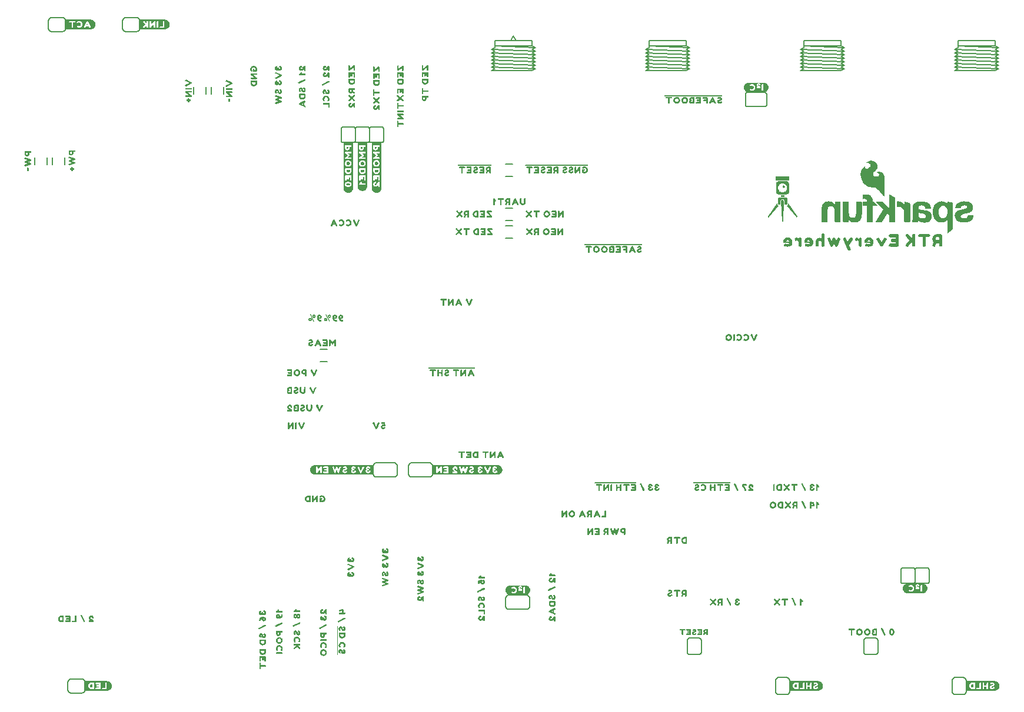
<source format=gbo>
G04 EAGLE Gerber RS-274X export*
G75*
%MOMM*%
%FSLAX34Y34*%
%LPD*%
%INSilkscreen Bottom*%
%IPPOS*%
%AMOC8*
5,1,8,0,0,1.08239X$1,22.5*%
G01*
%ADD10C,0.152400*%
%ADD11C,0.203200*%

G36*
X730199Y336054D02*
X730199Y336054D01*
X730202Y336051D01*
X730902Y336151D01*
X730903Y336152D01*
X730903Y336151D01*
X731503Y336251D01*
X731509Y336258D01*
X731514Y336255D01*
X732213Y336554D01*
X732811Y336753D01*
X732814Y336758D01*
X732817Y336756D01*
X733417Y337056D01*
X733419Y337060D01*
X733422Y337059D01*
X734022Y337459D01*
X734025Y337466D01*
X734030Y337465D01*
X734530Y337965D01*
X734530Y337969D01*
X734533Y337969D01*
X734932Y338467D01*
X735430Y338965D01*
X735431Y338977D01*
X735439Y338978D01*
X736339Y340778D01*
X736337Y340789D01*
X736344Y340793D01*
X736443Y341489D01*
X736642Y342084D01*
X736639Y342093D01*
X736642Y342095D01*
X736641Y342097D01*
X736644Y342100D01*
X736644Y343500D01*
X736641Y343504D01*
X736644Y343507D01*
X736544Y344207D01*
X736539Y344212D01*
X736542Y344216D01*
X736342Y344815D01*
X736142Y345514D01*
X736137Y345518D01*
X736139Y345522D01*
X735539Y346722D01*
X735532Y346725D01*
X735533Y346731D01*
X735133Y347231D01*
X735129Y347232D01*
X735130Y347235D01*
X734130Y348235D01*
X734126Y348235D01*
X734126Y348238D01*
X733626Y348638D01*
X733618Y348639D01*
X733617Y348644D01*
X732417Y349244D01*
X732410Y349243D01*
X732409Y349247D01*
X731710Y349447D01*
X731111Y349647D01*
X731102Y349644D01*
X731099Y349644D01*
X731095Y349649D01*
X730399Y349649D01*
X729803Y349749D01*
X729798Y349746D01*
X729795Y349749D01*
X636995Y349749D01*
X636986Y349742D01*
X636982Y349742D01*
X636977Y349746D01*
X636477Y349546D01*
X636461Y349519D01*
X636448Y349509D01*
X636451Y349504D01*
X636446Y349500D01*
X636446Y336600D01*
X636454Y336589D01*
X636449Y336582D01*
X636649Y336082D01*
X636690Y336057D01*
X636695Y336051D01*
X730195Y336051D01*
X730199Y336054D01*
G37*
G36*
X550902Y336087D02*
X550902Y336087D01*
X550900Y336090D01*
X550904Y336092D01*
X551004Y336692D01*
X551001Y336697D01*
X551004Y336700D01*
X551004Y349600D01*
X550968Y349647D01*
X550965Y349645D01*
X550963Y349649D01*
X550363Y349749D01*
X550358Y349746D01*
X550355Y349749D01*
X466955Y349749D01*
X466951Y349746D01*
X466948Y349749D01*
X466248Y349649D01*
X466247Y349648D01*
X466247Y349649D01*
X465647Y349549D01*
X465644Y349545D01*
X465641Y349547D01*
X464941Y349347D01*
X464940Y349346D01*
X464939Y349347D01*
X464339Y349147D01*
X464336Y349142D01*
X464333Y349144D01*
X463733Y348844D01*
X463731Y348840D01*
X463728Y348841D01*
X463128Y348441D01*
X463127Y348438D01*
X463124Y348438D01*
X462124Y347638D01*
X462122Y347631D01*
X462117Y347632D01*
X461617Y347032D01*
X461617Y347031D01*
X461217Y346531D01*
X461216Y346523D01*
X461211Y346522D01*
X460611Y345322D01*
X460612Y345315D01*
X460608Y345314D01*
X460596Y345274D01*
X460582Y345225D01*
X460540Y345077D01*
X460498Y344929D01*
X460484Y344880D01*
X460442Y344732D01*
X460408Y344614D01*
X460409Y344610D01*
X460406Y344608D01*
X460306Y344008D01*
X460307Y344007D01*
X460306Y344007D01*
X460206Y343307D01*
X460208Y343304D01*
X460209Y343302D01*
X460206Y343300D01*
X460206Y342600D01*
X460209Y342596D01*
X460206Y342593D01*
X460306Y341893D01*
X460307Y341892D01*
X460306Y341892D01*
X460406Y341292D01*
X460410Y341289D01*
X460408Y341286D01*
X460608Y340586D01*
X460613Y340582D01*
X460611Y340578D01*
X461211Y339378D01*
X461215Y339376D01*
X461214Y339373D01*
X461614Y338773D01*
X461617Y338772D01*
X461617Y338769D01*
X462017Y338269D01*
X462021Y338268D01*
X462020Y338265D01*
X462520Y337765D01*
X462524Y337765D01*
X462524Y337762D01*
X463024Y337362D01*
X463032Y337361D01*
X463033Y337356D01*
X463630Y337057D01*
X464228Y336659D01*
X464237Y336660D01*
X464239Y336653D01*
X464839Y336453D01*
X464841Y336454D01*
X464841Y336453D01*
X465541Y336253D01*
X465545Y336254D01*
X465547Y336251D01*
X466147Y336151D01*
X466148Y336152D01*
X466148Y336151D01*
X466848Y336051D01*
X466853Y336054D01*
X466855Y336051D01*
X550855Y336051D01*
X550902Y336087D01*
G37*
G36*
X556530Y741834D02*
X556530Y741834D01*
X556533Y741831D01*
X557133Y741931D01*
X557136Y741935D01*
X557139Y741933D01*
X557839Y742133D01*
X557843Y742138D01*
X557847Y742136D01*
X559047Y742736D01*
X559049Y742740D01*
X559052Y742739D01*
X559652Y743139D01*
X559653Y743142D01*
X559656Y743142D01*
X560656Y743942D01*
X560658Y743952D01*
X560666Y743953D01*
X561065Y744551D01*
X561463Y745049D01*
X561464Y745057D01*
X561469Y745058D01*
X561769Y745658D01*
X561769Y745660D01*
X561770Y745661D01*
X562070Y746361D01*
X562070Y746364D01*
X562072Y746364D01*
X562272Y746964D01*
X562270Y746971D01*
X562274Y746973D01*
X562374Y747672D01*
X562474Y748272D01*
X562471Y748277D01*
X562474Y748280D01*
X562474Y813980D01*
X562455Y814006D01*
X562455Y814019D01*
X562055Y814319D01*
X562034Y814319D01*
X562028Y814327D01*
X562027Y814327D01*
X562025Y814329D01*
X549225Y814329D01*
X549222Y814327D01*
X549207Y814316D01*
X549195Y814319D01*
X548795Y814019D01*
X548791Y814003D01*
X548780Y813995D01*
X548786Y813988D01*
X548776Y813980D01*
X548776Y810980D01*
X548802Y810946D01*
X548804Y810936D01*
X548823Y810927D01*
X548809Y810917D01*
X548787Y810911D01*
X548789Y810901D01*
X548778Y810893D01*
X548783Y810885D01*
X548776Y810880D01*
X548776Y748680D01*
X548779Y748676D01*
X548776Y748673D01*
X548976Y747273D01*
X548977Y747272D01*
X548976Y747272D01*
X549076Y746672D01*
X549083Y746666D01*
X549080Y746661D01*
X549379Y745962D01*
X549578Y745364D01*
X549586Y745359D01*
X549584Y745353D01*
X549984Y744753D01*
X549987Y744752D01*
X549987Y744749D01*
X550387Y744249D01*
X550391Y744248D01*
X550390Y744245D01*
X551390Y743245D01*
X551399Y743244D01*
X551400Y743238D01*
X551899Y742938D01*
X552498Y742539D01*
X552502Y742539D01*
X552503Y742536D01*
X553103Y742236D01*
X553110Y742237D01*
X553111Y742233D01*
X553811Y742033D01*
X553815Y742034D01*
X553817Y742031D01*
X554417Y741931D01*
X554418Y741932D01*
X554418Y741931D01*
X555118Y741831D01*
X555123Y741834D01*
X555125Y741831D01*
X556525Y741831D01*
X556530Y741834D01*
G37*
G36*
X515390Y741834D02*
X515390Y741834D01*
X515393Y741831D01*
X515993Y741931D01*
X515996Y741935D01*
X515999Y741933D01*
X516699Y742133D01*
X516700Y742134D01*
X516701Y742133D01*
X517300Y742333D01*
X517999Y742533D01*
X518003Y742538D01*
X518007Y742536D01*
X518607Y742836D01*
X518610Y742843D01*
X518616Y742842D01*
X519116Y743242D01*
X519117Y743246D01*
X519120Y743245D01*
X520120Y744245D01*
X520120Y744249D01*
X520123Y744249D01*
X520523Y744749D01*
X520524Y744753D01*
X520526Y744753D01*
X520926Y745353D01*
X520926Y745357D01*
X520929Y745358D01*
X521229Y745958D01*
X521228Y745963D01*
X521232Y745964D01*
X521632Y747164D01*
X521630Y747171D01*
X521634Y747173D01*
X521834Y748573D01*
X521831Y748578D01*
X521834Y748580D01*
X521834Y813580D01*
X521831Y813584D01*
X521834Y813587D01*
X521734Y814287D01*
X521691Y814329D01*
X521688Y814325D01*
X521685Y814329D01*
X508885Y814329D01*
X508882Y814327D01*
X508880Y814327D01*
X508878Y814329D01*
X508178Y814229D01*
X508155Y814206D01*
X508138Y814192D01*
X508140Y814190D01*
X508136Y814186D01*
X508140Y814183D01*
X508136Y814180D01*
X508136Y748580D01*
X508139Y748576D01*
X508136Y748573D01*
X508336Y747173D01*
X508341Y747168D01*
X508338Y747164D01*
X508538Y746565D01*
X508738Y745866D01*
X508743Y745862D01*
X508741Y745858D01*
X509041Y745258D01*
X509048Y745255D01*
X509047Y745249D01*
X509445Y744751D01*
X509844Y744153D01*
X509851Y744150D01*
X509850Y744145D01*
X510350Y743645D01*
X510354Y743645D01*
X510354Y743642D01*
X510854Y743242D01*
X510858Y743241D01*
X510858Y743239D01*
X511458Y742839D01*
X511462Y742839D01*
X511463Y742836D01*
X512663Y742236D01*
X512668Y742237D01*
X512669Y742233D01*
X513269Y742033D01*
X513276Y742035D01*
X513278Y742031D01*
X514678Y741831D01*
X514683Y741834D01*
X514685Y741831D01*
X515385Y741831D01*
X515390Y741834D01*
G37*
G36*
X1286199Y736390D02*
X1286199Y736390D01*
X1286286Y736393D01*
X1286286Y736394D01*
X1286287Y736394D01*
X1286362Y736435D01*
X1286438Y736476D01*
X1286438Y736477D01*
X1286439Y736477D01*
X1286490Y736549D01*
X1286538Y736618D01*
X1286538Y736619D01*
X1286539Y736626D01*
X1286565Y736760D01*
X1286565Y762460D01*
X1286563Y762469D01*
X1286565Y762480D01*
X1286465Y764380D01*
X1286461Y764392D01*
X1286462Y764407D01*
X1286262Y766007D01*
X1286254Y766031D01*
X1286251Y766064D01*
X1285851Y767464D01*
X1285834Y767494D01*
X1285819Y767542D01*
X1285219Y768642D01*
X1285201Y768662D01*
X1285185Y768693D01*
X1284485Y769593D01*
X1284469Y769607D01*
X1284454Y769629D01*
X1283654Y770429D01*
X1283627Y770445D01*
X1283596Y770476D01*
X1282696Y771076D01*
X1282665Y771088D01*
X1282626Y771113D01*
X1281626Y771513D01*
X1281607Y771516D01*
X1281585Y771527D01*
X1280485Y771827D01*
X1280473Y771827D01*
X1280460Y771833D01*
X1279460Y772033D01*
X1279428Y772032D01*
X1279385Y772040D01*
X1277585Y772040D01*
X1277562Y772035D01*
X1277531Y772036D01*
X1276831Y771936D01*
X1276798Y771923D01*
X1276744Y771913D01*
X1276254Y771717D01*
X1276023Y771640D01*
X1275985Y771640D01*
X1275960Y771634D01*
X1275934Y771637D01*
X1275877Y771615D01*
X1275816Y771601D01*
X1275796Y771584D01*
X1275772Y771575D01*
X1275730Y771530D01*
X1275683Y771491D01*
X1275672Y771467D01*
X1275655Y771448D01*
X1275637Y771389D01*
X1275612Y771332D01*
X1275613Y771307D01*
X1275605Y771282D01*
X1275616Y771221D01*
X1275618Y771159D01*
X1275631Y771137D01*
X1275635Y771111D01*
X1275683Y771040D01*
X1275701Y771007D01*
X1275709Y771001D01*
X1275716Y770991D01*
X1275816Y770891D01*
X1275848Y770871D01*
X1275915Y770820D01*
X1276515Y770520D01*
X1276529Y770517D01*
X1276544Y770507D01*
X1276997Y770326D01*
X1277352Y770060D01*
X1277831Y769676D01*
X1278197Y769310D01*
X1278444Y768981D01*
X1278605Y768498D01*
X1278605Y767913D01*
X1278429Y767298D01*
X1278173Y766785D01*
X1277627Y766239D01*
X1276994Y765697D01*
X1276174Y765424D01*
X1275134Y765140D01*
X1273638Y765140D01*
X1272347Y765509D01*
X1271236Y766250D01*
X1270424Y767152D01*
X1270065Y768317D01*
X1270065Y769576D01*
X1270707Y770951D01*
X1271963Y772401D01*
X1273654Y774091D01*
X1273666Y774110D01*
X1273687Y774129D01*
X1273722Y774174D01*
X1274987Y775829D01*
X1275000Y775857D01*
X1275025Y775890D01*
X1275925Y777690D01*
X1275932Y777718D01*
X1275950Y777753D01*
X1276450Y779453D01*
X1276452Y779492D01*
X1276465Y779560D01*
X1276465Y781260D01*
X1276457Y781294D01*
X1276453Y781326D01*
X1276452Y781350D01*
X1276448Y781357D01*
X1276444Y781387D01*
X1275844Y783087D01*
X1275823Y783119D01*
X1275798Y783175D01*
X1274698Y784775D01*
X1274670Y784802D01*
X1274627Y784854D01*
X1272927Y786254D01*
X1272898Y786268D01*
X1272861Y786297D01*
X1270561Y787497D01*
X1270524Y787506D01*
X1270469Y787531D01*
X1268269Y788031D01*
X1268231Y788031D01*
X1268166Y788040D01*
X1266166Y787940D01*
X1266133Y787930D01*
X1266083Y787926D01*
X1264283Y787426D01*
X1264267Y787418D01*
X1264244Y787413D01*
X1262744Y786813D01*
X1262724Y786799D01*
X1262693Y786788D01*
X1261493Y786088D01*
X1261482Y786078D01*
X1261464Y786069D01*
X1260768Y785573D01*
X1260474Y785376D01*
X1260431Y785331D01*
X1260383Y785291D01*
X1260373Y785268D01*
X1260356Y785250D01*
X1260337Y785190D01*
X1260312Y785132D01*
X1260313Y785108D01*
X1260306Y785084D01*
X1260316Y785022D01*
X1260318Y784959D01*
X1260330Y784938D01*
X1260334Y784913D01*
X1260371Y784862D01*
X1260401Y784807D01*
X1260421Y784793D01*
X1260436Y784773D01*
X1260491Y784744D01*
X1260543Y784707D01*
X1260570Y784702D01*
X1260589Y784692D01*
X1260626Y784691D01*
X1260685Y784680D01*
X1260785Y784680D01*
X1260821Y784688D01*
X1260877Y784691D01*
X1261232Y784780D01*
X1262464Y784780D01*
X1263318Y784685D01*
X1264052Y784501D01*
X1264771Y784142D01*
X1265509Y783496D01*
X1265863Y783054D01*
X1266138Y782504D01*
X1266317Y782057D01*
X1266400Y781560D01*
X1266314Y781044D01*
X1266136Y780422D01*
X1265769Y779871D01*
X1265767Y779866D01*
X1265763Y779862D01*
X1265286Y779098D01*
X1264827Y778639D01*
X1264150Y778060D01*
X1262788Y777087D01*
X1262669Y777027D01*
X1262047Y776716D01*
X1260732Y776340D01*
X1260163Y776340D01*
X1259602Y776581D01*
X1259187Y776996D01*
X1258948Y777394D01*
X1258772Y778454D01*
X1258858Y778885D01*
X1258858Y778894D01*
X1258858Y778895D01*
X1258857Y778919D01*
X1258865Y778960D01*
X1258865Y779560D01*
X1258849Y779628D01*
X1258840Y779696D01*
X1258830Y779711D01*
X1258826Y779729D01*
X1258782Y779782D01*
X1258743Y779840D01*
X1258727Y779849D01*
X1258716Y779862D01*
X1258652Y779891D01*
X1258592Y779925D01*
X1258574Y779926D01*
X1258557Y779933D01*
X1258488Y779931D01*
X1258419Y779934D01*
X1258400Y779927D01*
X1258384Y779927D01*
X1258350Y779908D01*
X1258283Y779882D01*
X1256683Y778882D01*
X1256659Y778858D01*
X1256616Y778829D01*
X1254916Y777129D01*
X1254895Y777096D01*
X1254851Y777041D01*
X1253551Y774641D01*
X1253544Y774617D01*
X1253527Y774588D01*
X1252527Y771788D01*
X1252523Y771757D01*
X1252509Y771717D01*
X1252009Y768417D01*
X1252012Y768384D01*
X1252005Y768338D01*
X1252205Y764838D01*
X1252215Y764806D01*
X1252219Y764758D01*
X1253219Y761158D01*
X1253234Y761130D01*
X1253247Y761086D01*
X1255147Y757386D01*
X1255166Y757364D01*
X1255185Y757327D01*
X1256585Y755527D01*
X1256590Y755523D01*
X1256591Y755520D01*
X1256598Y755515D01*
X1256608Y755500D01*
X1258108Y753900D01*
X1258130Y753885D01*
X1258154Y753858D01*
X1259854Y752558D01*
X1259868Y752552D01*
X1259882Y752539D01*
X1261782Y751339D01*
X1261804Y751331D01*
X1261829Y751313D01*
X1263829Y750413D01*
X1263854Y750408D01*
X1263885Y750393D01*
X1266085Y749793D01*
X1266108Y749792D01*
X1266138Y749783D01*
X1268538Y749483D01*
X1268559Y749485D01*
X1268585Y749480D01*
X1272434Y749480D01*
X1273456Y749201D01*
X1274496Y748728D01*
X1275448Y748062D01*
X1276423Y747184D01*
X1277505Y746102D01*
X1278595Y744814D01*
X1278601Y744810D01*
X1278606Y744801D01*
X1279906Y743401D01*
X1281105Y742103D01*
X1282199Y740910D01*
X1283193Y739717D01*
X1283198Y739713D01*
X1283202Y739706D01*
X1284093Y738716D01*
X1284785Y737827D01*
X1284791Y737821D01*
X1284796Y737813D01*
X1285396Y737113D01*
X1285407Y737105D01*
X1285416Y737091D01*
X1285773Y736735D01*
X1285844Y736591D01*
X1285845Y736590D01*
X1285897Y736527D01*
X1285954Y736458D01*
X1285955Y736457D01*
X1285956Y736457D01*
X1286031Y736423D01*
X1286113Y736387D01*
X1286114Y736386D01*
X1286199Y736390D01*
G37*
G36*
X535609Y744504D02*
X535609Y744504D01*
X535612Y744501D01*
X536312Y744601D01*
X536313Y744602D01*
X536313Y744601D01*
X536913Y744701D01*
X536916Y744705D01*
X536919Y744703D01*
X537619Y744903D01*
X537620Y744904D01*
X537621Y744903D01*
X538221Y745103D01*
X538226Y745111D01*
X538232Y745109D01*
X538830Y745507D01*
X539427Y745806D01*
X539432Y745816D01*
X539440Y745815D01*
X540340Y746715D01*
X540340Y746719D01*
X540343Y746718D01*
X540843Y747318D01*
X540843Y747324D01*
X540847Y747325D01*
X541147Y747824D01*
X541546Y748423D01*
X541546Y748427D01*
X541546Y748428D01*
X541545Y748434D01*
X541552Y748436D01*
X541592Y748575D01*
X541634Y748723D01*
X541648Y748772D01*
X541690Y748920D01*
X541691Y748920D01*
X541690Y748920D01*
X541733Y749068D01*
X541747Y749117D01*
X541752Y749135D01*
X541952Y749734D01*
X541950Y749741D01*
X541954Y749743D01*
X542154Y751143D01*
X542151Y751148D01*
X542154Y751150D01*
X542154Y814050D01*
X542118Y814097D01*
X542115Y814095D01*
X542113Y814099D01*
X541513Y814199D01*
X541508Y814196D01*
X541505Y814199D01*
X528705Y814199D01*
X528667Y814170D01*
X528659Y814168D01*
X528459Y813668D01*
X528461Y813663D01*
X528458Y813661D01*
X528462Y813655D01*
X528456Y813650D01*
X528456Y751250D01*
X528459Y751246D01*
X528456Y751243D01*
X528656Y749843D01*
X528661Y749838D01*
X528658Y749834D01*
X528858Y749235D01*
X529058Y748536D01*
X529063Y748532D01*
X529061Y748528D01*
X529361Y747928D01*
X529368Y747925D01*
X529367Y747919D01*
X529765Y747421D01*
X530164Y746823D01*
X530167Y746822D01*
X530167Y746819D01*
X530567Y746319D01*
X530577Y746317D01*
X530578Y746309D01*
X531176Y745910D01*
X531674Y745512D01*
X531682Y745511D01*
X531683Y745506D01*
X532883Y744906D01*
X532890Y744907D01*
X532891Y744903D01*
X533591Y744703D01*
X533595Y744704D01*
X533597Y744701D01*
X534197Y744601D01*
X534198Y744602D01*
X534198Y744601D01*
X534898Y744501D01*
X534903Y744504D01*
X534905Y744501D01*
X535605Y744501D01*
X535609Y744504D01*
G37*
G36*
X1377084Y682891D02*
X1377084Y682891D01*
X1377146Y682893D01*
X1377168Y682906D01*
X1377194Y682910D01*
X1377265Y682958D01*
X1377298Y682976D01*
X1377304Y682984D01*
X1377314Y682991D01*
X1378199Y683876D01*
X1379183Y684663D01*
X1379189Y684671D01*
X1379199Y684677D01*
X1380199Y685577D01*
X1380205Y685585D01*
X1380214Y685591D01*
X1381099Y686476D01*
X1382083Y687263D01*
X1382089Y687271D01*
X1382099Y687277D01*
X1383091Y688170D01*
X1384083Y688963D01*
X1384094Y688978D01*
X1384114Y688991D01*
X1385014Y689891D01*
X1385054Y689956D01*
X1385098Y690018D01*
X1385100Y690030D01*
X1385105Y690038D01*
X1385109Y690075D01*
X1385125Y690160D01*
X1385125Y727060D01*
X1385123Y727069D01*
X1385125Y727079D01*
X1385103Y727153D01*
X1385086Y727229D01*
X1385080Y727236D01*
X1385077Y727245D01*
X1385025Y727303D01*
X1384976Y727362D01*
X1384967Y727366D01*
X1384960Y727373D01*
X1384828Y727431D01*
X1383028Y727831D01*
X1383009Y727831D01*
X1382987Y727838D01*
X1382103Y727936D01*
X1381120Y728133D01*
X1381105Y728132D01*
X1381087Y728138D01*
X1380207Y728236D01*
X1378428Y728631D01*
X1378408Y728631D01*
X1378383Y728638D01*
X1377383Y728738D01*
X1377314Y728729D01*
X1377244Y728727D01*
X1377229Y728718D01*
X1377211Y728716D01*
X1377153Y728677D01*
X1377092Y728644D01*
X1377082Y728629D01*
X1377067Y728620D01*
X1377032Y728559D01*
X1376992Y728502D01*
X1376989Y728483D01*
X1376981Y728469D01*
X1376978Y728430D01*
X1376965Y728360D01*
X1376965Y725929D01*
X1376853Y726084D01*
X1376842Y726093D01*
X1376838Y726101D01*
X1376835Y726103D01*
X1376829Y726113D01*
X1376502Y726481D01*
X1376164Y726861D01*
X1376029Y727013D01*
X1376000Y727033D01*
X1375963Y727072D01*
X1373963Y728472D01*
X1373928Y728486D01*
X1373875Y728517D01*
X1372775Y728917D01*
X1372758Y728919D01*
X1372737Y728929D01*
X1371537Y729229D01*
X1371523Y729229D01*
X1371508Y729235D01*
X1370308Y729435D01*
X1370292Y729434D01*
X1370274Y729439D01*
X1368974Y729539D01*
X1368946Y729535D01*
X1368908Y729538D01*
X1365808Y729238D01*
X1365776Y729227D01*
X1365725Y729221D01*
X1363025Y728321D01*
X1362992Y728300D01*
X1362931Y728274D01*
X1360731Y726774D01*
X1360708Y726750D01*
X1360669Y726722D01*
X1358869Y724822D01*
X1358851Y724790D01*
X1358814Y724747D01*
X1357514Y722447D01*
X1357508Y722426D01*
X1357492Y722401D01*
X1356492Y719901D01*
X1356488Y719874D01*
X1356473Y719840D01*
X1355873Y717040D01*
X1355874Y717016D01*
X1355866Y716985D01*
X1355666Y713985D01*
X1355669Y713963D01*
X1355666Y713933D01*
X1355866Y711133D01*
X1355873Y711110D01*
X1355874Y711078D01*
X1356474Y708378D01*
X1356486Y708352D01*
X1356494Y708314D01*
X1357494Y705914D01*
X1357507Y705895D01*
X1357518Y705867D01*
X1358818Y703667D01*
X1358842Y703642D01*
X1358869Y703599D01*
X1360669Y701699D01*
X1360698Y701680D01*
X1360734Y701644D01*
X1362834Y700244D01*
X1362868Y700231D01*
X1362916Y700202D01*
X1365416Y699302D01*
X1365452Y699298D01*
X1365506Y699282D01*
X1368406Y698982D01*
X1368435Y698985D01*
X1368474Y698981D01*
X1369774Y699081D01*
X1369787Y699085D01*
X1369803Y699084D01*
X1371103Y699284D01*
X1371121Y699291D01*
X1371145Y699293D01*
X1372245Y699593D01*
X1372264Y699603D01*
X1372291Y699609D01*
X1373491Y700109D01*
X1373511Y700123D01*
X1373541Y700134D01*
X1374541Y700734D01*
X1374549Y700742D01*
X1374563Y700749D01*
X1375563Y701449D01*
X1375587Y701475D01*
X1375629Y701507D01*
X1376429Y702407D01*
X1376433Y702415D01*
X1376442Y702422D01*
X1376665Y702701D01*
X1376665Y683260D01*
X1376671Y683235D01*
X1376668Y683209D01*
X1376690Y683152D01*
X1376704Y683091D01*
X1376721Y683071D01*
X1376730Y683047D01*
X1376775Y683005D01*
X1376814Y682958D01*
X1376838Y682947D01*
X1376857Y682930D01*
X1376916Y682912D01*
X1376973Y682887D01*
X1376998Y682888D01*
X1377023Y682880D01*
X1377084Y682891D01*
G37*
G36*
X1345161Y698884D02*
X1345161Y698884D01*
X1345183Y698882D01*
X1346183Y698982D01*
X1346202Y698988D01*
X1346228Y698989D01*
X1348028Y699389D01*
X1348043Y699396D01*
X1348065Y699399D01*
X1348965Y699699D01*
X1348985Y699712D01*
X1349015Y699720D01*
X1349695Y700060D01*
X1349815Y700120D01*
X1349822Y700126D01*
X1349834Y700130D01*
X1350534Y700530D01*
X1350546Y700542D01*
X1350566Y700551D01*
X1351266Y701051D01*
X1351275Y701060D01*
X1351288Y701068D01*
X1351888Y701568D01*
X1351905Y701590D01*
X1351934Y701613D01*
X1352534Y702313D01*
X1352548Y702339D01*
X1352575Y702371D01*
X1353375Y703771D01*
X1353384Y703801D01*
X1353406Y703840D01*
X1354006Y705640D01*
X1354009Y705673D01*
X1354023Y705718D01*
X1354123Y706618D01*
X1354123Y706622D01*
X1354124Y706626D01*
X1354224Y707726D01*
X1354219Y707760D01*
X1354222Y707811D01*
X1353922Y710011D01*
X1353911Y710039D01*
X1353906Y710080D01*
X1353306Y711880D01*
X1353286Y711912D01*
X1353265Y711966D01*
X1352365Y713366D01*
X1352337Y713393D01*
X1352288Y713452D01*
X1351088Y714452D01*
X1351066Y714464D01*
X1351041Y714486D01*
X1349541Y715386D01*
X1349513Y715395D01*
X1349479Y715416D01*
X1347879Y716016D01*
X1347857Y716019D01*
X1347832Y716030D01*
X1346132Y716430D01*
X1346121Y716430D01*
X1346108Y716435D01*
X1344308Y716735D01*
X1344298Y716734D01*
X1344287Y716738D01*
X1342488Y716938D01*
X1340791Y717137D01*
X1339323Y717333D01*
X1337958Y717723D01*
X1336799Y718110D01*
X1336001Y718553D01*
X1335514Y719202D01*
X1335425Y720177D01*
X1335425Y720629D01*
X1335518Y721182D01*
X1335608Y721543D01*
X1335783Y721982D01*
X1336141Y722518D01*
X1336370Y722748D01*
X1336625Y722875D01*
X1336715Y722920D01*
X1336731Y722933D01*
X1336756Y722944D01*
X1337036Y723131D01*
X1337286Y723255D01*
X1337378Y723301D01*
X1337728Y723389D01*
X1338183Y723480D01*
X1338545Y723480D01*
X1338575Y723487D01*
X1338620Y723487D01*
X1339083Y723580D01*
X1340607Y723580D01*
X1341562Y723389D01*
X1341953Y723291D01*
X1341961Y723291D01*
X1341970Y723287D01*
X1342421Y723197D01*
X1343154Y722831D01*
X1343403Y722665D01*
X1343950Y722118D01*
X1344116Y721869D01*
X1344298Y721504D01*
X1344492Y721019D01*
X1344500Y721007D01*
X1344505Y720990D01*
X1344682Y720636D01*
X1344765Y720222D01*
X1344765Y719660D01*
X1344776Y719610D01*
X1344778Y719559D01*
X1344796Y719527D01*
X1344804Y719491D01*
X1344837Y719452D01*
X1344861Y719407D01*
X1344891Y719386D01*
X1344914Y719358D01*
X1344961Y719337D01*
X1345003Y719307D01*
X1345045Y719299D01*
X1345073Y719287D01*
X1345103Y719288D01*
X1345145Y719280D01*
X1352945Y719280D01*
X1353022Y719298D01*
X1353100Y719313D01*
X1353106Y719317D01*
X1353114Y719319D01*
X1353175Y719370D01*
X1353238Y719418D01*
X1353242Y719425D01*
X1353247Y719429D01*
X1353280Y719502D01*
X1353315Y719573D01*
X1353315Y719581D01*
X1353318Y719588D01*
X1353317Y719621D01*
X1353321Y719718D01*
X1353121Y721018D01*
X1353120Y721020D01*
X1353120Y721023D01*
X1352920Y722223D01*
X1352909Y722250D01*
X1352902Y722290D01*
X1352502Y723390D01*
X1352483Y723420D01*
X1352461Y723471D01*
X1351261Y725271D01*
X1351245Y725286D01*
X1351231Y725310D01*
X1350531Y726110D01*
X1350513Y726123D01*
X1350512Y726125D01*
X1350509Y726130D01*
X1350506Y726132D01*
X1350495Y726146D01*
X1349695Y726846D01*
X1349666Y726862D01*
X1349630Y726892D01*
X1348735Y727389D01*
X1347741Y727986D01*
X1347716Y727994D01*
X1347686Y728013D01*
X1346686Y728413D01*
X1346667Y728416D01*
X1346645Y728427D01*
X1344445Y729027D01*
X1344430Y729027D01*
X1344413Y729034D01*
X1343313Y729234D01*
X1343310Y729234D01*
X1343308Y729235D01*
X1342108Y729435D01*
X1342081Y729433D01*
X1342045Y729440D01*
X1337545Y729440D01*
X1337530Y729437D01*
X1337511Y729439D01*
X1336411Y729339D01*
X1336396Y729334D01*
X1336377Y729334D01*
X1334177Y728934D01*
X1334174Y728933D01*
X1334170Y728933D01*
X1333170Y728733D01*
X1333156Y728726D01*
X1333136Y728724D01*
X1332136Y728424D01*
X1332117Y728414D01*
X1332091Y728407D01*
X1331191Y728007D01*
X1331179Y727998D01*
X1331160Y727992D01*
X1330260Y727492D01*
X1330244Y727477D01*
X1330217Y727464D01*
X1329417Y726864D01*
X1329410Y726856D01*
X1329398Y726849D01*
X1328698Y726249D01*
X1328677Y726221D01*
X1328641Y726188D01*
X1328041Y725388D01*
X1328029Y725362D01*
X1328005Y725330D01*
X1327605Y724530D01*
X1327602Y724516D01*
X1327592Y724501D01*
X1327192Y723501D01*
X1327187Y723470D01*
X1327171Y723428D01*
X1326971Y722328D01*
X1326972Y722312D01*
X1326966Y722292D01*
X1326866Y721092D01*
X1326868Y721077D01*
X1326865Y721060D01*
X1326865Y704498D01*
X1326772Y704035D01*
X1326773Y704003D01*
X1326765Y703960D01*
X1326765Y703598D01*
X1326672Y703135D01*
X1326673Y703103D01*
X1326665Y703060D01*
X1326665Y702707D01*
X1326476Y701952D01*
X1326476Y701916D01*
X1326465Y701860D01*
X1326465Y701607D01*
X1326380Y701266D01*
X1326200Y700729D01*
X1326029Y700471D01*
X1326021Y700451D01*
X1326005Y700430D01*
X1325905Y700230D01*
X1325893Y700180D01*
X1325872Y700132D01*
X1325873Y700097D01*
X1325865Y700062D01*
X1325876Y700011D01*
X1325878Y699959D01*
X1325896Y699928D01*
X1325904Y699893D01*
X1325936Y699853D01*
X1325961Y699807D01*
X1325990Y699786D01*
X1326013Y699759D01*
X1326060Y699737D01*
X1326103Y699707D01*
X1326144Y699699D01*
X1326171Y699687D01*
X1326202Y699688D01*
X1326245Y699680D01*
X1334145Y699680D01*
X1334195Y699691D01*
X1334246Y699693D01*
X1334278Y699711D01*
X1334314Y699719D01*
X1334353Y699752D01*
X1334398Y699776D01*
X1334419Y699806D01*
X1334447Y699829D01*
X1334468Y699876D01*
X1334498Y699918D01*
X1334506Y699960D01*
X1334518Y699988D01*
X1334517Y700018D01*
X1334525Y700060D01*
X1334525Y700109D01*
X1334534Y700123D01*
X1334585Y700190D01*
X1334685Y700390D01*
X1334689Y700405D01*
X1334698Y700418D01*
X1334724Y700552D01*
X1334725Y700559D01*
X1334725Y700560D01*
X1334725Y700609D01*
X1334754Y700656D01*
X1334798Y700718D01*
X1334800Y700730D01*
X1334805Y700738D01*
X1334809Y700775D01*
X1334825Y700860D01*
X1334825Y700970D01*
X1334885Y701090D01*
X1334889Y701105D01*
X1334898Y701118D01*
X1334924Y701252D01*
X1334925Y701259D01*
X1334925Y701260D01*
X1334925Y701470D01*
X1334985Y701590D01*
X1334989Y701605D01*
X1334998Y701618D01*
X1335024Y701752D01*
X1335025Y701759D01*
X1335025Y701760D01*
X1335025Y701969D01*
X1335907Y701263D01*
X1335921Y701257D01*
X1335934Y701244D01*
X1336534Y700844D01*
X1336542Y700841D01*
X1336549Y700834D01*
X1337049Y700534D01*
X1337062Y700530D01*
X1337075Y700520D01*
X1337675Y700220D01*
X1337698Y700214D01*
X1337725Y700199D01*
X1338299Y700008D01*
X1338875Y699720D01*
X1338898Y699714D01*
X1338925Y699699D01*
X1339525Y699499D01*
X1339550Y699497D01*
X1339583Y699485D01*
X1340161Y699389D01*
X1340841Y699194D01*
X1340860Y699193D01*
X1340883Y699185D01*
X1341483Y699085D01*
X1341509Y699087D01*
X1341545Y699080D01*
X1342214Y699080D01*
X1342783Y698985D01*
X1342787Y698985D01*
X1342791Y698984D01*
X1343491Y698884D01*
X1343515Y698886D01*
X1343545Y698880D01*
X1345145Y698880D01*
X1345161Y698884D01*
G37*
G36*
X1191380Y24904D02*
X1191380Y24904D01*
X1191383Y24901D01*
X1191983Y25001D01*
X1192682Y25101D01*
X1192686Y25105D01*
X1192689Y25103D01*
X1193389Y25303D01*
X1193393Y25308D01*
X1193397Y25306D01*
X1194597Y25906D01*
X1194600Y25913D01*
X1194606Y25912D01*
X1195104Y26310D01*
X1195702Y26709D01*
X1195706Y26719D01*
X1195713Y26719D01*
X1196112Y27217D01*
X1196610Y27715D01*
X1196611Y27727D01*
X1196619Y27728D01*
X1196918Y28325D01*
X1197316Y28923D01*
X1197315Y28932D01*
X1197322Y28934D01*
X1197722Y30134D01*
X1197720Y30141D01*
X1197724Y30143D01*
X1197924Y31543D01*
X1197921Y31548D01*
X1197924Y31550D01*
X1197924Y32250D01*
X1197921Y32255D01*
X1197924Y32258D01*
X1197824Y32858D01*
X1197820Y32861D01*
X1197822Y32864D01*
X1197622Y33564D01*
X1197621Y33565D01*
X1197622Y33566D01*
X1197222Y34766D01*
X1197214Y34771D01*
X1197216Y34777D01*
X1196416Y35977D01*
X1196413Y35978D01*
X1196413Y35981D01*
X1196013Y36481D01*
X1196009Y36482D01*
X1196010Y36485D01*
X1195510Y36985D01*
X1195506Y36985D01*
X1195506Y36988D01*
X1195006Y37388D01*
X1194998Y37389D01*
X1194997Y37394D01*
X1193797Y37994D01*
X1193795Y37994D01*
X1193794Y37995D01*
X1193094Y38295D01*
X1193086Y38293D01*
X1193083Y38299D01*
X1192483Y38399D01*
X1192482Y38398D01*
X1192482Y38399D01*
X1191082Y38599D01*
X1191077Y38596D01*
X1191075Y38599D01*
X1149775Y38599D01*
X1149737Y38570D01*
X1149729Y38568D01*
X1149529Y38068D01*
X1149530Y38066D01*
X1149528Y38064D01*
X1149532Y38058D01*
X1149533Y38055D01*
X1149526Y38050D01*
X1149526Y25150D01*
X1149555Y25112D01*
X1149557Y25104D01*
X1150057Y24904D01*
X1150070Y24908D01*
X1150075Y24901D01*
X1191375Y24901D01*
X1191380Y24904D01*
G37*
G36*
X1445380Y24904D02*
X1445380Y24904D01*
X1445383Y24901D01*
X1445983Y25001D01*
X1446682Y25101D01*
X1446686Y25105D01*
X1446689Y25103D01*
X1447389Y25303D01*
X1447393Y25308D01*
X1447397Y25306D01*
X1448597Y25906D01*
X1448600Y25913D01*
X1448606Y25912D01*
X1449104Y26310D01*
X1449702Y26709D01*
X1449706Y26719D01*
X1449713Y26719D01*
X1450112Y27217D01*
X1450610Y27715D01*
X1450611Y27727D01*
X1450619Y27728D01*
X1450918Y28325D01*
X1451316Y28923D01*
X1451315Y28932D01*
X1451322Y28934D01*
X1451722Y30134D01*
X1451720Y30141D01*
X1451724Y30143D01*
X1451924Y31543D01*
X1451921Y31548D01*
X1451924Y31550D01*
X1451924Y32250D01*
X1451921Y32255D01*
X1451924Y32258D01*
X1451824Y32858D01*
X1451820Y32861D01*
X1451822Y32864D01*
X1451622Y33564D01*
X1451621Y33565D01*
X1451622Y33566D01*
X1451222Y34766D01*
X1451214Y34771D01*
X1451216Y34777D01*
X1450416Y35977D01*
X1450413Y35978D01*
X1450413Y35981D01*
X1450013Y36481D01*
X1450009Y36482D01*
X1450010Y36485D01*
X1449510Y36985D01*
X1449506Y36985D01*
X1449506Y36988D01*
X1449006Y37388D01*
X1448998Y37389D01*
X1448997Y37394D01*
X1447797Y37994D01*
X1447795Y37994D01*
X1447794Y37995D01*
X1447094Y38295D01*
X1447086Y38293D01*
X1447083Y38299D01*
X1446483Y38399D01*
X1446482Y38398D01*
X1446482Y38399D01*
X1445082Y38599D01*
X1445077Y38596D01*
X1445075Y38599D01*
X1403775Y38599D01*
X1403737Y38570D01*
X1403729Y38568D01*
X1403529Y38068D01*
X1403530Y38066D01*
X1403528Y38064D01*
X1403532Y38058D01*
X1403533Y38055D01*
X1403526Y38050D01*
X1403526Y25150D01*
X1403555Y25112D01*
X1403557Y25104D01*
X1404057Y24904D01*
X1404070Y24908D01*
X1404075Y24901D01*
X1445375Y24901D01*
X1445380Y24904D01*
G37*
G36*
X1283178Y699788D02*
X1283178Y699788D01*
X1283213Y699786D01*
X1283262Y699807D01*
X1283314Y699819D01*
X1283340Y699841D01*
X1283372Y699855D01*
X1283417Y699905D01*
X1283447Y699929D01*
X1283455Y699945D01*
X1283469Y699962D01*
X1290922Y712157D01*
X1293465Y709699D01*
X1293465Y700160D01*
X1293476Y700110D01*
X1293478Y700059D01*
X1293496Y700027D01*
X1293504Y699991D01*
X1293537Y699952D01*
X1293561Y699907D01*
X1293591Y699886D01*
X1293614Y699858D01*
X1293661Y699837D01*
X1293703Y699807D01*
X1293745Y699799D01*
X1293773Y699787D01*
X1293803Y699788D01*
X1293845Y699780D01*
X1301645Y699780D01*
X1301695Y699791D01*
X1301746Y699793D01*
X1301778Y699811D01*
X1301814Y699819D01*
X1301853Y699852D01*
X1301898Y699876D01*
X1301919Y699906D01*
X1301947Y699929D01*
X1301968Y699976D01*
X1301998Y700018D01*
X1302006Y700060D01*
X1302018Y700088D01*
X1302017Y700118D01*
X1302025Y700160D01*
X1302025Y734860D01*
X1302016Y734902D01*
X1302016Y734944D01*
X1301996Y734985D01*
X1301986Y735029D01*
X1301959Y735062D01*
X1301940Y735100D01*
X1301898Y735135D01*
X1301876Y735162D01*
X1301853Y735172D01*
X1301829Y735193D01*
X1294029Y739493D01*
X1293972Y739509D01*
X1293917Y739533D01*
X1293889Y739532D01*
X1293862Y739540D01*
X1293804Y739529D01*
X1293744Y739527D01*
X1293719Y739513D01*
X1293692Y739508D01*
X1293644Y739472D01*
X1293592Y739444D01*
X1293576Y739421D01*
X1293553Y739404D01*
X1293526Y739351D01*
X1293492Y739302D01*
X1293486Y739271D01*
X1293475Y739249D01*
X1293475Y739213D01*
X1293465Y739160D01*
X1293465Y719198D01*
X1284318Y728625D01*
X1284252Y728667D01*
X1284187Y728713D01*
X1284178Y728714D01*
X1284172Y728718D01*
X1284138Y728722D01*
X1284045Y728740D01*
X1274845Y728740D01*
X1274817Y728734D01*
X1274789Y728736D01*
X1274734Y728714D01*
X1274676Y728701D01*
X1274654Y728683D01*
X1274628Y728672D01*
X1274588Y728628D01*
X1274543Y728591D01*
X1274531Y728565D01*
X1274512Y728543D01*
X1274496Y728486D01*
X1274472Y728432D01*
X1274473Y728404D01*
X1274465Y728377D01*
X1274476Y728319D01*
X1274478Y728259D01*
X1274492Y728234D01*
X1274497Y728206D01*
X1274543Y728141D01*
X1274561Y728107D01*
X1274571Y728100D01*
X1274580Y728087D01*
X1285054Y717907D01*
X1273428Y700370D01*
X1273402Y700300D01*
X1273372Y700232D01*
X1273372Y700220D01*
X1273368Y700208D01*
X1273375Y700134D01*
X1273378Y700059D01*
X1273384Y700048D01*
X1273386Y700035D01*
X1273426Y699972D01*
X1273461Y699907D01*
X1273471Y699900D01*
X1273478Y699889D01*
X1273542Y699850D01*
X1273603Y699807D01*
X1273617Y699805D01*
X1273626Y699799D01*
X1273664Y699795D01*
X1273745Y699780D01*
X1283145Y699780D01*
X1283178Y699788D01*
G37*
G36*
X144379Y977404D02*
X144379Y977404D01*
X144382Y977401D01*
X145078Y977501D01*
X145675Y977501D01*
X145683Y977507D01*
X145689Y977503D01*
X146389Y977703D01*
X146390Y977704D01*
X146391Y977703D01*
X146991Y977903D01*
X146994Y977908D01*
X146997Y977906D01*
X147597Y978206D01*
X147599Y978210D01*
X147602Y978209D01*
X148802Y979009D01*
X148803Y979012D01*
X148806Y979012D01*
X149306Y979412D01*
X149308Y979419D01*
X149313Y979419D01*
X149713Y979919D01*
X149714Y979923D01*
X149716Y979923D01*
X150115Y980521D01*
X150513Y981019D01*
X150514Y981027D01*
X150519Y981028D01*
X150819Y981628D01*
X150818Y981635D01*
X150822Y981636D01*
X150861Y981771D01*
X150875Y981820D01*
X150917Y981968D01*
X150959Y982115D01*
X150973Y982165D01*
X151015Y982312D01*
X151016Y982312D01*
X151015Y982312D01*
X151022Y982336D01*
X151021Y982340D01*
X151024Y982342D01*
X151124Y982942D01*
X151123Y982943D01*
X151124Y982943D01*
X151324Y984343D01*
X151319Y984352D01*
X151324Y984357D01*
X151224Y985057D01*
X151223Y985058D01*
X151224Y985058D01*
X151124Y985658D01*
X151120Y985661D01*
X151122Y985664D01*
X150922Y986364D01*
X150921Y986365D01*
X150922Y986366D01*
X150722Y986966D01*
X150717Y986969D01*
X150719Y986972D01*
X150419Y987572D01*
X150415Y987574D01*
X150416Y987577D01*
X150016Y988177D01*
X150013Y988178D01*
X150013Y988181D01*
X149613Y988681D01*
X149609Y988682D01*
X149610Y988685D01*
X148610Y989685D01*
X148606Y989685D01*
X148606Y989688D01*
X148106Y990088D01*
X148098Y990089D01*
X148097Y990094D01*
X147497Y990394D01*
X147492Y990393D01*
X147491Y990397D01*
X146893Y990596D01*
X146194Y990895D01*
X146186Y990893D01*
X146184Y990895D01*
X146182Y990899D01*
X145483Y990999D01*
X144883Y991099D01*
X144878Y991096D01*
X144875Y991099D01*
X108575Y991099D01*
X108566Y991092D01*
X108557Y991086D01*
X108545Y991089D01*
X108145Y990789D01*
X108140Y990770D01*
X108128Y990761D01*
X108132Y990755D01*
X108126Y990750D01*
X108126Y977850D01*
X108139Y977832D01*
X108136Y977820D01*
X108436Y977420D01*
X108467Y977412D01*
X108475Y977401D01*
X144375Y977401D01*
X144379Y977404D01*
G37*
G36*
X250959Y977404D02*
X250959Y977404D01*
X250962Y977401D01*
X251658Y977501D01*
X252355Y977501D01*
X252364Y977508D01*
X252371Y977503D01*
X252970Y977703D01*
X253669Y977903D01*
X253673Y977908D01*
X253677Y977906D01*
X254877Y978506D01*
X254880Y978513D01*
X254886Y978512D01*
X255386Y978912D01*
X255387Y978916D01*
X255390Y978915D01*
X256390Y979915D01*
X256390Y979919D01*
X256393Y979919D01*
X256793Y980419D01*
X256794Y980427D01*
X256799Y980428D01*
X257399Y981628D01*
X257398Y981635D01*
X257402Y981636D01*
X257441Y981771D01*
X257455Y981820D01*
X257497Y981968D01*
X257539Y982115D01*
X257553Y982165D01*
X257595Y982312D01*
X257596Y982312D01*
X257595Y982312D01*
X257602Y982335D01*
X257802Y982934D01*
X257800Y982941D01*
X257804Y982943D01*
X257904Y983643D01*
X257901Y983648D01*
X257904Y983650D01*
X257904Y985050D01*
X257897Y985059D01*
X257902Y985066D01*
X257703Y985661D01*
X257604Y986357D01*
X257596Y986365D01*
X257599Y986372D01*
X256699Y988172D01*
X256692Y988175D01*
X256693Y988181D01*
X256293Y988681D01*
X256289Y988682D01*
X256290Y988685D01*
X255790Y989185D01*
X255786Y989185D01*
X255786Y989188D01*
X255286Y989588D01*
X255282Y989589D01*
X255282Y989591D01*
X254082Y990391D01*
X254073Y990390D01*
X254071Y990397D01*
X252871Y990797D01*
X252869Y990796D01*
X252869Y990797D01*
X252169Y990997D01*
X252164Y990996D01*
X252162Y990999D01*
X251462Y991099D01*
X251457Y991096D01*
X251455Y991099D01*
X215255Y991099D01*
X215246Y991092D01*
X215237Y991086D01*
X215225Y991089D01*
X214825Y990789D01*
X214820Y990770D01*
X214808Y990761D01*
X214812Y990755D01*
X214806Y990750D01*
X214806Y977850D01*
X214819Y977832D01*
X214816Y977820D01*
X215116Y977420D01*
X215147Y977412D01*
X215155Y977401D01*
X250955Y977401D01*
X250959Y977404D01*
G37*
G36*
X1204195Y699791D02*
X1204195Y699791D01*
X1204246Y699793D01*
X1204278Y699811D01*
X1204314Y699819D01*
X1204353Y699852D01*
X1204398Y699876D01*
X1204419Y699906D01*
X1204447Y699929D01*
X1204468Y699976D01*
X1204498Y700018D01*
X1204506Y700060D01*
X1204518Y700088D01*
X1204517Y700118D01*
X1204525Y700160D01*
X1204525Y716049D01*
X1204624Y717722D01*
X1204819Y719087D01*
X1205102Y720219D01*
X1205558Y721040D01*
X1206188Y721760D01*
X1207009Y722216D01*
X1207932Y722585D01*
X1209147Y722679D01*
X1210571Y722584D01*
X1211693Y722210D01*
X1212715Y721652D01*
X1213437Y720930D01*
X1213997Y719904D01*
X1214472Y718573D01*
X1214666Y716928D01*
X1214765Y714950D01*
X1214765Y700160D01*
X1214776Y700110D01*
X1214778Y700059D01*
X1214796Y700027D01*
X1214804Y699991D01*
X1214837Y699952D01*
X1214861Y699907D01*
X1214891Y699886D01*
X1214914Y699858D01*
X1214961Y699837D01*
X1215003Y699807D01*
X1215045Y699799D01*
X1215073Y699787D01*
X1215103Y699788D01*
X1215145Y699780D01*
X1222945Y699780D01*
X1222995Y699791D01*
X1223046Y699793D01*
X1223078Y699811D01*
X1223114Y699819D01*
X1223153Y699852D01*
X1223198Y699876D01*
X1223219Y699906D01*
X1223247Y699929D01*
X1223268Y699976D01*
X1223298Y700018D01*
X1223306Y700060D01*
X1223318Y700088D01*
X1223317Y700118D01*
X1223325Y700160D01*
X1223325Y724860D01*
X1223324Y724865D01*
X1223325Y724871D01*
X1223225Y728371D01*
X1223213Y728415D01*
X1223212Y728461D01*
X1223192Y728498D01*
X1223181Y728538D01*
X1223151Y728573D01*
X1223129Y728613D01*
X1223095Y728637D01*
X1223067Y728669D01*
X1223025Y728686D01*
X1222987Y728713D01*
X1222938Y728722D01*
X1222907Y728735D01*
X1222880Y728733D01*
X1222845Y728740D01*
X1215445Y728740D01*
X1215395Y728729D01*
X1215344Y728727D01*
X1215312Y728709D01*
X1215276Y728701D01*
X1215237Y728668D01*
X1215192Y728644D01*
X1215171Y728614D01*
X1215143Y728591D01*
X1215122Y728544D01*
X1215092Y728502D01*
X1215084Y728460D01*
X1215072Y728432D01*
X1215073Y728402D01*
X1215065Y728360D01*
X1215065Y725492D01*
X1214853Y725784D01*
X1214839Y725795D01*
X1214828Y725814D01*
X1213928Y726814D01*
X1213906Y726830D01*
X1213883Y726857D01*
X1212883Y727657D01*
X1212866Y727665D01*
X1212849Y727681D01*
X1211749Y728381D01*
X1211723Y728390D01*
X1211691Y728411D01*
X1210491Y728911D01*
X1210467Y728915D01*
X1210437Y728929D01*
X1209237Y729229D01*
X1209223Y729229D01*
X1209208Y729235D01*
X1208008Y729435D01*
X1207994Y729434D01*
X1207977Y729439D01*
X1206777Y729539D01*
X1206751Y729535D01*
X1206718Y729539D01*
X1203918Y729339D01*
X1203890Y729331D01*
X1203849Y729328D01*
X1201549Y728728D01*
X1201516Y728711D01*
X1201460Y728692D01*
X1199660Y727692D01*
X1199632Y727666D01*
X1199576Y727629D01*
X1198176Y726229D01*
X1198156Y726197D01*
X1198117Y726153D01*
X1197117Y724453D01*
X1197107Y724418D01*
X1197081Y724369D01*
X1196481Y722369D01*
X1196479Y722344D01*
X1196468Y722311D01*
X1196168Y720111D01*
X1196170Y720095D01*
X1196165Y720075D01*
X1196065Y717575D01*
X1196066Y717568D01*
X1196065Y717560D01*
X1196065Y700160D01*
X1196076Y700110D01*
X1196078Y700059D01*
X1196096Y700027D01*
X1196104Y699991D01*
X1196137Y699952D01*
X1196161Y699907D01*
X1196191Y699886D01*
X1196214Y699858D01*
X1196261Y699837D01*
X1196303Y699807D01*
X1196345Y699799D01*
X1196373Y699787D01*
X1196403Y699788D01*
X1196445Y699780D01*
X1204145Y699780D01*
X1204195Y699791D01*
G37*
G36*
X1246072Y699181D02*
X1246072Y699181D01*
X1246100Y699189D01*
X1246141Y699192D01*
X1248441Y699792D01*
X1248474Y699809D01*
X1248530Y699828D01*
X1250330Y700828D01*
X1250358Y700854D01*
X1250414Y700891D01*
X1251814Y702291D01*
X1251834Y702323D01*
X1251873Y702367D01*
X1252873Y704067D01*
X1252884Y704102D01*
X1252909Y704151D01*
X1253509Y706151D01*
X1253511Y706176D01*
X1253522Y706209D01*
X1253822Y708409D01*
X1253820Y708425D01*
X1253825Y708445D01*
X1253925Y710945D01*
X1253924Y710952D01*
X1253925Y710960D01*
X1253925Y728360D01*
X1253914Y728410D01*
X1253912Y728461D01*
X1253894Y728493D01*
X1253886Y728529D01*
X1253853Y728568D01*
X1253829Y728613D01*
X1253799Y728634D01*
X1253776Y728662D01*
X1253729Y728683D01*
X1253687Y728713D01*
X1253645Y728721D01*
X1253617Y728733D01*
X1253587Y728732D01*
X1253545Y728740D01*
X1245845Y728740D01*
X1245795Y728729D01*
X1245744Y728727D01*
X1245712Y728709D01*
X1245676Y728701D01*
X1245637Y728668D01*
X1245592Y728644D01*
X1245571Y728614D01*
X1245543Y728591D01*
X1245522Y728544D01*
X1245492Y728502D01*
X1245484Y728460D01*
X1245472Y728432D01*
X1245473Y728402D01*
X1245465Y728360D01*
X1245465Y712471D01*
X1245366Y710798D01*
X1245171Y709433D01*
X1244886Y708293D01*
X1244433Y707385D01*
X1243803Y706756D01*
X1242981Y706208D01*
X1242075Y705936D01*
X1240843Y705841D01*
X1239419Y705936D01*
X1238297Y706310D01*
X1237275Y706868D01*
X1236553Y707590D01*
X1235993Y708616D01*
X1235518Y709947D01*
X1235324Y711592D01*
X1235225Y713570D01*
X1235225Y728360D01*
X1235214Y728410D01*
X1235212Y728461D01*
X1235194Y728493D01*
X1235186Y728529D01*
X1235153Y728568D01*
X1235129Y728613D01*
X1235099Y728634D01*
X1235076Y728662D01*
X1235029Y728683D01*
X1234987Y728713D01*
X1234945Y728721D01*
X1234917Y728733D01*
X1234887Y728732D01*
X1234845Y728740D01*
X1227045Y728740D01*
X1226995Y728729D01*
X1226944Y728727D01*
X1226912Y728709D01*
X1226876Y728701D01*
X1226837Y728668D01*
X1226792Y728644D01*
X1226771Y728614D01*
X1226743Y728591D01*
X1226722Y728544D01*
X1226692Y728502D01*
X1226684Y728460D01*
X1226672Y728432D01*
X1226673Y728402D01*
X1226665Y728360D01*
X1226665Y703660D01*
X1226666Y703655D01*
X1226665Y703649D01*
X1226765Y700149D01*
X1226777Y700105D01*
X1226778Y700059D01*
X1226798Y700022D01*
X1226809Y699982D01*
X1226839Y699947D01*
X1226861Y699907D01*
X1226895Y699883D01*
X1226923Y699851D01*
X1226965Y699834D01*
X1227003Y699807D01*
X1227052Y699798D01*
X1227083Y699785D01*
X1227110Y699787D01*
X1227145Y699780D01*
X1234545Y699780D01*
X1234595Y699791D01*
X1234646Y699793D01*
X1234678Y699811D01*
X1234714Y699819D01*
X1234753Y699852D01*
X1234798Y699876D01*
X1234819Y699906D01*
X1234847Y699929D01*
X1234868Y699976D01*
X1234898Y700018D01*
X1234906Y700060D01*
X1234918Y700088D01*
X1234917Y700118D01*
X1234925Y700160D01*
X1234925Y703028D01*
X1235137Y702736D01*
X1235151Y702725D01*
X1235162Y702706D01*
X1236062Y701706D01*
X1236084Y701690D01*
X1236107Y701663D01*
X1237107Y700863D01*
X1237124Y700855D01*
X1237141Y700839D01*
X1238241Y700139D01*
X1238267Y700130D01*
X1238299Y700109D01*
X1239499Y699609D01*
X1239523Y699605D01*
X1239553Y699591D01*
X1240753Y699291D01*
X1240767Y699291D01*
X1240783Y699285D01*
X1241983Y699085D01*
X1241997Y699086D01*
X1242013Y699081D01*
X1243213Y698981D01*
X1243239Y698985D01*
X1243272Y698981D01*
X1246072Y699181D01*
G37*
G36*
X1403360Y699180D02*
X1403360Y699180D01*
X1403381Y699186D01*
X1403410Y699185D01*
X1405710Y699585D01*
X1405725Y699592D01*
X1405745Y699593D01*
X1407945Y700193D01*
X1407973Y700208D01*
X1408015Y700220D01*
X1408095Y700260D01*
X1408856Y700640D01*
X1409616Y701020D01*
X1409616Y701021D01*
X1410015Y701220D01*
X1410042Y701242D01*
X1410087Y701266D01*
X1411787Y702666D01*
X1411808Y702694D01*
X1411847Y702729D01*
X1413147Y704429D01*
X1413162Y704463D01*
X1413195Y704510D01*
X1414095Y706610D01*
X1414101Y706646D01*
X1414120Y706700D01*
X1414520Y709200D01*
X1414515Y709280D01*
X1414512Y709361D01*
X1414509Y709366D01*
X1414508Y709373D01*
X1414467Y709442D01*
X1414429Y709513D01*
X1414424Y709517D01*
X1414420Y709522D01*
X1414353Y709567D01*
X1414287Y709613D01*
X1414280Y709614D01*
X1414276Y709617D01*
X1414245Y709621D01*
X1414145Y709640D01*
X1406745Y709640D01*
X1406712Y709633D01*
X1406678Y709634D01*
X1406629Y709613D01*
X1406576Y709601D01*
X1406550Y709579D01*
X1406519Y709566D01*
X1406484Y709525D01*
X1406443Y709491D01*
X1406429Y709460D01*
X1406407Y709434D01*
X1406388Y709368D01*
X1406372Y709332D01*
X1406372Y709315D01*
X1406366Y709294D01*
X1406271Y708250D01*
X1405911Y707348D01*
X1405357Y706610D01*
X1404714Y705967D01*
X1403896Y705512D01*
X1402956Y705230D01*
X1401894Y705037D01*
X1400828Y704940D01*
X1399987Y704940D01*
X1399133Y705130D01*
X1398378Y705319D01*
X1397642Y705687D01*
X1397006Y706141D01*
X1396565Y706670D01*
X1396215Y707369D01*
X1396128Y708157D01*
X1396210Y708817D01*
X1396628Y709401D01*
X1397268Y709951D01*
X1398201Y710510D01*
X1399457Y710897D01*
X1399460Y710899D01*
X1399465Y710899D01*
X1400949Y711394D01*
X1402626Y711788D01*
X1404620Y712187D01*
X1404625Y712190D01*
X1404632Y712190D01*
X1406332Y712590D01*
X1406343Y712595D01*
X1406358Y712597D01*
X1407958Y713097D01*
X1407970Y713104D01*
X1407986Y713107D01*
X1409486Y713707D01*
X1409505Y713720D01*
X1409534Y713730D01*
X1410934Y714530D01*
X1410954Y714548D01*
X1410986Y714566D01*
X1412086Y715466D01*
X1412108Y715495D01*
X1412149Y715532D01*
X1413049Y716732D01*
X1413065Y716768D01*
X1413103Y716832D01*
X1413603Y718232D01*
X1413607Y718267D01*
X1413623Y718316D01*
X1413823Y720016D01*
X1413819Y720047D01*
X1413824Y720090D01*
X1413624Y722590D01*
X1413612Y722627D01*
X1413598Y722701D01*
X1412798Y724701D01*
X1412776Y724732D01*
X1412749Y724788D01*
X1411549Y726388D01*
X1411519Y726413D01*
X1411473Y726464D01*
X1409873Y727664D01*
X1409844Y727677D01*
X1409808Y727704D01*
X1407908Y728604D01*
X1407876Y728611D01*
X1407833Y728630D01*
X1405733Y729130D01*
X1405716Y729130D01*
X1405696Y729137D01*
X1403496Y729437D01*
X1403481Y729435D01*
X1403462Y729440D01*
X1401162Y729540D01*
X1401147Y729537D01*
X1401128Y729540D01*
X1398928Y729440D01*
X1398913Y729436D01*
X1398894Y729437D01*
X1396694Y729137D01*
X1396670Y729128D01*
X1396636Y729124D01*
X1394636Y728524D01*
X1394614Y728512D01*
X1394582Y728504D01*
X1392682Y727604D01*
X1392655Y727582D01*
X1392607Y727557D01*
X1391107Y726357D01*
X1391087Y726331D01*
X1391050Y726300D01*
X1389750Y724700D01*
X1389734Y724667D01*
X1389701Y724623D01*
X1388801Y722723D01*
X1388793Y722685D01*
X1388770Y722623D01*
X1388370Y720223D01*
X1388375Y720141D01*
X1388378Y720059D01*
X1388381Y720055D01*
X1388381Y720050D01*
X1388422Y719979D01*
X1388461Y719907D01*
X1388465Y719904D01*
X1388468Y719900D01*
X1388536Y719854D01*
X1388603Y719807D01*
X1388608Y719806D01*
X1388612Y719804D01*
X1388640Y719800D01*
X1388745Y719780D01*
X1396045Y719780D01*
X1396058Y719783D01*
X1396072Y719781D01*
X1396142Y719802D01*
X1396214Y719819D01*
X1396224Y719828D01*
X1396237Y719832D01*
X1396291Y719883D01*
X1396347Y719929D01*
X1396353Y719942D01*
X1396363Y719951D01*
X1396418Y720085D01*
X1396610Y721044D01*
X1396971Y721857D01*
X1397415Y722390D01*
X1397955Y722840D01*
X1398425Y723075D01*
X1398691Y723208D01*
X1399527Y723487D01*
X1400366Y723580D01*
X1402818Y723580D01*
X1403442Y723491D01*
X1404085Y723215D01*
X1404620Y722948D01*
X1405033Y722535D01*
X1405276Y722048D01*
X1405360Y721378D01*
X1405194Y720635D01*
X1404690Y720047D01*
X1403860Y719493D01*
X1402810Y719016D01*
X1401540Y718626D01*
X1400061Y718231D01*
X1398475Y717934D01*
X1398466Y717930D01*
X1398453Y717929D01*
X1396856Y717530D01*
X1395158Y717130D01*
X1395147Y717125D01*
X1395132Y717123D01*
X1393532Y716623D01*
X1393523Y716618D01*
X1393512Y716616D01*
X1391912Y716016D01*
X1391881Y715996D01*
X1391829Y715973D01*
X1390529Y715073D01*
X1390518Y715061D01*
X1390502Y715052D01*
X1389302Y714052D01*
X1389278Y714021D01*
X1389229Y713971D01*
X1388429Y712771D01*
X1388417Y712740D01*
X1388392Y712701D01*
X1387792Y711201D01*
X1387786Y711163D01*
X1387767Y711102D01*
X1387567Y709302D01*
X1387571Y709268D01*
X1387567Y709216D01*
X1387867Y706616D01*
X1387875Y706595D01*
X1387875Y706584D01*
X1387881Y706574D01*
X1387890Y706525D01*
X1388690Y704425D01*
X1388712Y704392D01*
X1388743Y704329D01*
X1390043Y702629D01*
X1390072Y702605D01*
X1390114Y702558D01*
X1391814Y701258D01*
X1391839Y701247D01*
X1391868Y701224D01*
X1393768Y700224D01*
X1393801Y700215D01*
X1393845Y700193D01*
X1396045Y699593D01*
X1396061Y699593D01*
X1396080Y699585D01*
X1398380Y699185D01*
X1398402Y699187D01*
X1398429Y699180D01*
X1400829Y699080D01*
X1400843Y699083D01*
X1400860Y699080D01*
X1403360Y699180D01*
G37*
G36*
X168419Y24904D02*
X168419Y24904D01*
X168422Y24901D01*
X169122Y25001D01*
X169123Y25002D01*
X169123Y25001D01*
X169723Y25101D01*
X169726Y25105D01*
X169729Y25103D01*
X170429Y25303D01*
X170433Y25308D01*
X170437Y25306D01*
X171637Y25906D01*
X171639Y25910D01*
X171642Y25909D01*
X172242Y26309D01*
X172243Y26312D01*
X172246Y26312D01*
X172746Y26712D01*
X172748Y26719D01*
X172753Y26719D01*
X173153Y27219D01*
X173653Y27818D01*
X173653Y27824D01*
X173657Y27825D01*
X173957Y28325D01*
X173957Y28328D01*
X173959Y28328D01*
X174259Y28928D01*
X174259Y28930D01*
X174260Y28931D01*
X174560Y29631D01*
X174560Y29634D01*
X174562Y29634D01*
X174762Y30234D01*
X174760Y30241D01*
X174764Y30243D01*
X174864Y30943D01*
X174861Y30948D01*
X174864Y30950D01*
X174864Y32250D01*
X174861Y32254D01*
X174864Y32257D01*
X174664Y33657D01*
X174659Y33662D01*
X174662Y33666D01*
X174462Y34266D01*
X174457Y34269D01*
X174459Y34272D01*
X174159Y34872D01*
X174155Y34874D01*
X174156Y34877D01*
X173756Y35477D01*
X173753Y35478D01*
X173753Y35481D01*
X173355Y35979D01*
X172956Y36577D01*
X172946Y36581D01*
X172946Y36588D01*
X172446Y36988D01*
X172442Y36989D01*
X172442Y36991D01*
X171844Y37390D01*
X171346Y37788D01*
X171338Y37789D01*
X171337Y37794D01*
X170737Y38094D01*
X170730Y38093D01*
X170729Y38097D01*
X170029Y38297D01*
X170025Y38296D01*
X170023Y38299D01*
X169423Y38399D01*
X169422Y38398D01*
X169422Y38399D01*
X168723Y38499D01*
X168123Y38599D01*
X168118Y38596D01*
X168115Y38599D01*
X136215Y38599D01*
X136168Y38563D01*
X136169Y38561D01*
X136167Y38560D01*
X136067Y38060D01*
X136070Y38053D01*
X136066Y38050D01*
X136066Y25150D01*
X136095Y25112D01*
X136097Y25104D01*
X136597Y24904D01*
X136610Y24908D01*
X136615Y24901D01*
X168415Y24901D01*
X168419Y24904D01*
G37*
G36*
X1341729Y165239D02*
X1341729Y165239D01*
X1341732Y165236D01*
X1342432Y165336D01*
X1342436Y165340D01*
X1342439Y165338D01*
X1343139Y165538D01*
X1343140Y165539D01*
X1343141Y165538D01*
X1343741Y165738D01*
X1343744Y165743D01*
X1343747Y165741D01*
X1344947Y166341D01*
X1344949Y166345D01*
X1344952Y166344D01*
X1345552Y166744D01*
X1345553Y166747D01*
X1345556Y166747D01*
X1346056Y167147D01*
X1346058Y167154D01*
X1346063Y167154D01*
X1346863Y168154D01*
X1346864Y168158D01*
X1346866Y168158D01*
X1347266Y168758D01*
X1347266Y168762D01*
X1347269Y168763D01*
X1347569Y169363D01*
X1347568Y169370D01*
X1347572Y169371D01*
X1347583Y169409D01*
X1347625Y169556D01*
X1347639Y169606D01*
X1347681Y169753D01*
X1347682Y169753D01*
X1347681Y169753D01*
X1347724Y169901D01*
X1347738Y169950D01*
X1347772Y170070D01*
X1347972Y170669D01*
X1347970Y170676D01*
X1347974Y170678D01*
X1348074Y171378D01*
X1348071Y171383D01*
X1348074Y171385D01*
X1348074Y172685D01*
X1348071Y172689D01*
X1348074Y172692D01*
X1347874Y174092D01*
X1347866Y174100D01*
X1347869Y174107D01*
X1346969Y175907D01*
X1346962Y175910D01*
X1346963Y175916D01*
X1346563Y176416D01*
X1346559Y176417D01*
X1346560Y176420D01*
X1345560Y177420D01*
X1345556Y177420D01*
X1345556Y177423D01*
X1345056Y177823D01*
X1345048Y177824D01*
X1345047Y177829D01*
X1343847Y178429D01*
X1343840Y178428D01*
X1343839Y178432D01*
X1343140Y178632D01*
X1342541Y178832D01*
X1342534Y178830D01*
X1342532Y178834D01*
X1341832Y178934D01*
X1341827Y178931D01*
X1341825Y178934D01*
X1318925Y178934D01*
X1318920Y178931D01*
X1318917Y178934D01*
X1318317Y178834D01*
X1317618Y178734D01*
X1317610Y178726D01*
X1317603Y178729D01*
X1317007Y178431D01*
X1316311Y178232D01*
X1316306Y178225D01*
X1316300Y178227D01*
X1315800Y177927D01*
X1315799Y177926D01*
X1315798Y177926D01*
X1315198Y177526D01*
X1315195Y177519D01*
X1315190Y177520D01*
X1314190Y176520D01*
X1314190Y176516D01*
X1314187Y176516D01*
X1313787Y176016D01*
X1313786Y176012D01*
X1313784Y176012D01*
X1313384Y175412D01*
X1313384Y175408D01*
X1313381Y175407D01*
X1313081Y174807D01*
X1313081Y174804D01*
X1313080Y174804D01*
X1313082Y174802D01*
X1313078Y174801D01*
X1312678Y173601D01*
X1312680Y173594D01*
X1312676Y173592D01*
X1312576Y172892D01*
X1312579Y172887D01*
X1312576Y172885D01*
X1312576Y171485D01*
X1312579Y171480D01*
X1312576Y171477D01*
X1312676Y170877D01*
X1312776Y170178D01*
X1312781Y170173D01*
X1312778Y170169D01*
X1312978Y169569D01*
X1312983Y169566D01*
X1312981Y169563D01*
X1313281Y168963D01*
X1313285Y168961D01*
X1313284Y168958D01*
X1314084Y167758D01*
X1314087Y167757D01*
X1314087Y167754D01*
X1314487Y167254D01*
X1314494Y167252D01*
X1314494Y167247D01*
X1314994Y166847D01*
X1314998Y166846D01*
X1314998Y166844D01*
X1315596Y166445D01*
X1316094Y166047D01*
X1316104Y166046D01*
X1316106Y166040D01*
X1316806Y165740D01*
X1316809Y165741D01*
X1316809Y165738D01*
X1317409Y165538D01*
X1317411Y165539D01*
X1317411Y165538D01*
X1318111Y165338D01*
X1318121Y165341D01*
X1318125Y165336D01*
X1318722Y165336D01*
X1319418Y165236D01*
X1319423Y165239D01*
X1319425Y165236D01*
X1341725Y165236D01*
X1341729Y165239D01*
G37*
G36*
X1113129Y886599D02*
X1113129Y886599D01*
X1113132Y886596D01*
X1113832Y886696D01*
X1113836Y886700D01*
X1113839Y886698D01*
X1114539Y886898D01*
X1114540Y886899D01*
X1114541Y886898D01*
X1115141Y887098D01*
X1115144Y887103D01*
X1115147Y887101D01*
X1116347Y887701D01*
X1116349Y887705D01*
X1116352Y887704D01*
X1116952Y888104D01*
X1116953Y888107D01*
X1116956Y888107D01*
X1117456Y888507D01*
X1117458Y888514D01*
X1117463Y888514D01*
X1118263Y889514D01*
X1118264Y889518D01*
X1118266Y889518D01*
X1118666Y890118D01*
X1118666Y890122D01*
X1118669Y890123D01*
X1118969Y890723D01*
X1118968Y890730D01*
X1118972Y890731D01*
X1118983Y890769D01*
X1119025Y890916D01*
X1119039Y890966D01*
X1119081Y891113D01*
X1119082Y891113D01*
X1119081Y891113D01*
X1119124Y891261D01*
X1119138Y891310D01*
X1119172Y891430D01*
X1119372Y892029D01*
X1119370Y892036D01*
X1119374Y892038D01*
X1119474Y892738D01*
X1119471Y892743D01*
X1119474Y892745D01*
X1119474Y894045D01*
X1119471Y894049D01*
X1119474Y894052D01*
X1119274Y895452D01*
X1119266Y895460D01*
X1119269Y895467D01*
X1118369Y897267D01*
X1118362Y897270D01*
X1118363Y897276D01*
X1117963Y897776D01*
X1117959Y897777D01*
X1117960Y897780D01*
X1116960Y898780D01*
X1116956Y898780D01*
X1116956Y898783D01*
X1116456Y899183D01*
X1116448Y899184D01*
X1116447Y899189D01*
X1115247Y899789D01*
X1115240Y899788D01*
X1115239Y899792D01*
X1114540Y899992D01*
X1113941Y900192D01*
X1113934Y900190D01*
X1113932Y900194D01*
X1113232Y900294D01*
X1113227Y900291D01*
X1113225Y900294D01*
X1090325Y900294D01*
X1090320Y900291D01*
X1090317Y900294D01*
X1089717Y900194D01*
X1089018Y900094D01*
X1089010Y900086D01*
X1089003Y900089D01*
X1088407Y899791D01*
X1087711Y899592D01*
X1087706Y899585D01*
X1087700Y899587D01*
X1087200Y899287D01*
X1087199Y899286D01*
X1087198Y899286D01*
X1086598Y898886D01*
X1086595Y898879D01*
X1086590Y898880D01*
X1085590Y897880D01*
X1085590Y897876D01*
X1085587Y897876D01*
X1085187Y897376D01*
X1085186Y897372D01*
X1085184Y897372D01*
X1084784Y896772D01*
X1084784Y896768D01*
X1084781Y896767D01*
X1084481Y896167D01*
X1084481Y896164D01*
X1084480Y896164D01*
X1084482Y896162D01*
X1084478Y896161D01*
X1084078Y894961D01*
X1084080Y894954D01*
X1084076Y894952D01*
X1083976Y894252D01*
X1083979Y894247D01*
X1083976Y894245D01*
X1083976Y892845D01*
X1083979Y892840D01*
X1083976Y892837D01*
X1084076Y892237D01*
X1084176Y891538D01*
X1084181Y891533D01*
X1084178Y891529D01*
X1084378Y890929D01*
X1084383Y890926D01*
X1084381Y890923D01*
X1084681Y890323D01*
X1084685Y890321D01*
X1084684Y890318D01*
X1085484Y889118D01*
X1085487Y889117D01*
X1085487Y889114D01*
X1085887Y888614D01*
X1085894Y888612D01*
X1085894Y888607D01*
X1086394Y888207D01*
X1086398Y888206D01*
X1086398Y888204D01*
X1086996Y887805D01*
X1087494Y887407D01*
X1087504Y887406D01*
X1087506Y887400D01*
X1088206Y887100D01*
X1088209Y887101D01*
X1088209Y887098D01*
X1088809Y886898D01*
X1088811Y886899D01*
X1088811Y886898D01*
X1089511Y886698D01*
X1089521Y886701D01*
X1089525Y886696D01*
X1090122Y886696D01*
X1090818Y886596D01*
X1090823Y886599D01*
X1090825Y886596D01*
X1113125Y886596D01*
X1113129Y886599D01*
G37*
G36*
X770229Y162699D02*
X770229Y162699D01*
X770232Y162696D01*
X770932Y162796D01*
X770936Y162800D01*
X770939Y162798D01*
X771639Y162998D01*
X771640Y162999D01*
X771641Y162998D01*
X772241Y163198D01*
X772244Y163203D01*
X772247Y163201D01*
X773447Y163801D01*
X773449Y163805D01*
X773452Y163804D01*
X774052Y164204D01*
X774053Y164207D01*
X774056Y164207D01*
X774556Y164607D01*
X774558Y164614D01*
X774563Y164614D01*
X775363Y165614D01*
X775364Y165618D01*
X775366Y165618D01*
X775766Y166218D01*
X775766Y166222D01*
X775769Y166223D01*
X776069Y166823D01*
X776068Y166830D01*
X776072Y166831D01*
X776083Y166869D01*
X776125Y167016D01*
X776139Y167066D01*
X776181Y167213D01*
X776182Y167213D01*
X776181Y167213D01*
X776224Y167361D01*
X776238Y167410D01*
X776272Y167530D01*
X776472Y168129D01*
X776470Y168136D01*
X776474Y168138D01*
X776574Y168838D01*
X776571Y168843D01*
X776574Y168845D01*
X776574Y170145D01*
X776571Y170149D01*
X776574Y170152D01*
X776374Y171552D01*
X776366Y171560D01*
X776369Y171567D01*
X775469Y173367D01*
X775462Y173370D01*
X775463Y173376D01*
X775063Y173876D01*
X775059Y173877D01*
X775060Y173880D01*
X774060Y174880D01*
X774056Y174880D01*
X774056Y174883D01*
X773556Y175283D01*
X773548Y175284D01*
X773547Y175289D01*
X772347Y175889D01*
X772340Y175888D01*
X772339Y175892D01*
X771640Y176092D01*
X771041Y176292D01*
X771034Y176290D01*
X771032Y176294D01*
X770332Y176394D01*
X770327Y176391D01*
X770325Y176394D01*
X747425Y176394D01*
X747420Y176391D01*
X747417Y176394D01*
X746817Y176294D01*
X746118Y176194D01*
X746110Y176186D01*
X746103Y176189D01*
X745507Y175891D01*
X744811Y175692D01*
X744806Y175685D01*
X744800Y175687D01*
X744300Y175387D01*
X744299Y175386D01*
X744298Y175386D01*
X743698Y174986D01*
X743695Y174979D01*
X743690Y174980D01*
X742690Y173980D01*
X742690Y173976D01*
X742687Y173976D01*
X742287Y173476D01*
X742286Y173472D01*
X742284Y173472D01*
X741884Y172872D01*
X741884Y172868D01*
X741881Y172867D01*
X741581Y172267D01*
X741581Y172264D01*
X741580Y172264D01*
X741582Y172262D01*
X741578Y172261D01*
X741178Y171061D01*
X741180Y171054D01*
X741176Y171052D01*
X741076Y170352D01*
X741079Y170347D01*
X741076Y170345D01*
X741076Y168945D01*
X741079Y168940D01*
X741076Y168937D01*
X741176Y168337D01*
X741276Y167638D01*
X741281Y167633D01*
X741278Y167629D01*
X741478Y167029D01*
X741483Y167026D01*
X741481Y167023D01*
X741781Y166423D01*
X741785Y166421D01*
X741784Y166418D01*
X742584Y165218D01*
X742587Y165217D01*
X742587Y165214D01*
X742987Y164714D01*
X742994Y164712D01*
X742994Y164707D01*
X743494Y164307D01*
X743498Y164306D01*
X743498Y164304D01*
X744096Y163905D01*
X744594Y163507D01*
X744604Y163506D01*
X744606Y163500D01*
X745306Y163200D01*
X745309Y163201D01*
X745309Y163198D01*
X745909Y162998D01*
X745911Y162999D01*
X745911Y162998D01*
X746611Y162798D01*
X746621Y162801D01*
X746625Y162796D01*
X747222Y162796D01*
X747918Y162696D01*
X747923Y162699D01*
X747925Y162696D01*
X770225Y162696D01*
X770229Y162699D01*
G37*
G36*
X1268995Y699691D02*
X1268995Y699691D01*
X1269046Y699693D01*
X1269078Y699711D01*
X1269114Y699719D01*
X1269153Y699752D01*
X1269198Y699776D01*
X1269219Y699806D01*
X1269247Y699829D01*
X1269268Y699876D01*
X1269298Y699918D01*
X1269306Y699960D01*
X1269318Y699988D01*
X1269317Y700018D01*
X1269325Y700060D01*
X1269325Y722780D01*
X1276645Y722780D01*
X1276670Y722786D01*
X1276696Y722783D01*
X1276754Y722805D01*
X1276814Y722819D01*
X1276834Y722836D01*
X1276858Y722845D01*
X1276900Y722890D01*
X1276947Y722929D01*
X1276958Y722953D01*
X1276975Y722972D01*
X1276993Y723031D01*
X1277018Y723088D01*
X1277017Y723113D01*
X1277025Y723138D01*
X1277014Y723199D01*
X1277012Y723261D01*
X1276999Y723283D01*
X1276995Y723309D01*
X1276947Y723380D01*
X1276929Y723413D01*
X1276921Y723419D01*
X1276914Y723429D01*
X1274914Y725429D01*
X1274903Y725436D01*
X1274892Y725449D01*
X1274215Y726030D01*
X1273634Y726707D01*
X1273613Y726722D01*
X1273592Y726749D01*
X1272915Y727330D01*
X1272334Y728007D01*
X1272313Y728022D01*
X1272292Y728049D01*
X1271592Y728649D01*
X1271538Y728677D01*
X1271487Y728713D01*
X1271459Y728718D01*
X1271439Y728729D01*
X1271402Y728729D01*
X1271345Y728740D01*
X1269325Y728740D01*
X1269325Y730560D01*
X1269323Y730569D01*
X1269325Y730581D01*
X1269225Y732381D01*
X1269215Y732415D01*
X1269210Y732467D01*
X1268710Y734167D01*
X1268696Y734192D01*
X1268685Y734230D01*
X1267985Y735630D01*
X1267966Y735654D01*
X1267946Y735692D01*
X1266946Y736992D01*
X1266916Y737017D01*
X1266866Y737069D01*
X1265466Y738069D01*
X1265442Y738079D01*
X1265415Y738100D01*
X1263815Y738900D01*
X1263779Y738909D01*
X1263723Y738932D01*
X1261823Y739332D01*
X1261804Y739332D01*
X1261779Y739339D01*
X1259579Y739539D01*
X1259564Y739537D01*
X1259545Y739540D01*
X1257945Y739540D01*
X1257915Y739533D01*
X1257870Y739533D01*
X1257407Y739440D01*
X1256945Y739440D01*
X1256915Y739433D01*
X1256870Y739433D01*
X1256407Y739340D01*
X1255445Y739340D01*
X1255395Y739329D01*
X1255344Y739327D01*
X1255312Y739309D01*
X1255276Y739301D01*
X1255237Y739268D01*
X1255192Y739244D01*
X1255171Y739214D01*
X1255143Y739191D01*
X1255122Y739144D01*
X1255092Y739102D01*
X1255084Y739060D01*
X1255072Y739032D01*
X1255073Y739002D01*
X1255065Y738960D01*
X1255065Y733160D01*
X1255070Y733136D01*
X1255068Y733111D01*
X1255090Y733052D01*
X1255104Y732991D01*
X1255120Y732972D01*
X1255129Y732949D01*
X1255175Y732906D01*
X1255214Y732858D01*
X1255237Y732847D01*
X1255256Y732830D01*
X1255315Y732812D01*
X1255373Y732787D01*
X1255398Y732788D01*
X1255422Y732780D01*
X1255509Y732792D01*
X1255546Y732793D01*
X1255554Y732798D01*
X1255565Y732799D01*
X1255807Y732880D01*
X1258918Y732880D01*
X1259515Y732794D01*
X1259933Y732544D01*
X1260273Y732288D01*
X1260504Y731981D01*
X1260673Y731472D01*
X1260768Y730809D01*
X1260865Y730036D01*
X1260865Y728740D01*
X1255845Y728740D01*
X1255795Y728729D01*
X1255744Y728727D01*
X1255712Y728709D01*
X1255676Y728701D01*
X1255637Y728668D01*
X1255592Y728644D01*
X1255571Y728614D01*
X1255543Y728591D01*
X1255522Y728544D01*
X1255492Y728502D01*
X1255484Y728460D01*
X1255472Y728432D01*
X1255473Y728402D01*
X1255465Y728360D01*
X1255465Y723160D01*
X1255476Y723110D01*
X1255478Y723059D01*
X1255496Y723027D01*
X1255504Y722991D01*
X1255537Y722952D01*
X1255561Y722907D01*
X1255591Y722886D01*
X1255614Y722858D01*
X1255661Y722837D01*
X1255703Y722807D01*
X1255745Y722799D01*
X1255773Y722787D01*
X1255803Y722788D01*
X1255845Y722780D01*
X1260865Y722780D01*
X1260865Y700060D01*
X1260876Y700010D01*
X1260878Y699959D01*
X1260896Y699927D01*
X1260904Y699891D01*
X1260937Y699852D01*
X1260961Y699807D01*
X1260991Y699786D01*
X1261014Y699758D01*
X1261061Y699737D01*
X1261103Y699707D01*
X1261145Y699699D01*
X1261173Y699687D01*
X1261203Y699688D01*
X1261245Y699680D01*
X1268945Y699680D01*
X1268995Y699691D01*
G37*
G36*
X1145230Y739544D02*
X1145230Y739544D01*
X1145233Y739541D01*
X1145829Y739641D01*
X1146125Y739641D01*
X1146134Y739648D01*
X1146141Y739643D01*
X1147041Y739943D01*
X1147045Y739950D01*
X1147050Y739948D01*
X1147550Y740248D01*
X1147554Y740256D01*
X1147560Y740255D01*
X1148160Y740855D01*
X1148160Y740859D01*
X1148163Y740859D01*
X1148563Y741359D01*
X1148564Y741364D01*
X1148567Y741365D01*
X1148867Y741865D01*
X1148866Y741873D01*
X1148872Y741874D01*
X1149172Y742774D01*
X1149171Y742777D01*
X1149173Y742778D01*
X1149170Y742782D01*
X1149174Y742784D01*
X1149274Y743584D01*
X1149272Y743588D01*
X1149274Y743590D01*
X1149274Y754390D01*
X1149271Y754395D01*
X1149274Y754398D01*
X1149174Y754994D01*
X1149174Y755290D01*
X1149167Y755299D01*
X1149172Y755306D01*
X1148872Y756206D01*
X1148865Y756210D01*
X1148867Y756215D01*
X1148567Y756715D01*
X1148563Y756717D01*
X1148563Y756721D01*
X1148163Y757221D01*
X1148159Y757222D01*
X1148160Y757225D01*
X1147960Y757425D01*
X1147951Y757426D01*
X1147950Y757432D01*
X1146951Y758032D01*
X1146652Y758231D01*
X1146639Y758230D01*
X1146635Y758238D01*
X1146138Y758338D01*
X1145841Y758437D01*
X1145830Y758433D01*
X1145825Y758439D01*
X1133825Y758439D01*
X1133816Y758432D01*
X1133809Y758437D01*
X1132609Y758037D01*
X1132605Y758030D01*
X1132600Y758032D01*
X1132100Y757732D01*
X1132096Y757724D01*
X1132090Y757725D01*
X1131694Y757328D01*
X1131398Y757131D01*
X1131394Y757120D01*
X1131386Y757120D01*
X1131086Y756720D01*
X1131086Y756713D01*
X1131081Y756712D01*
X1130681Y755912D01*
X1130682Y755908D01*
X1130680Y755906D01*
X1130678Y755906D01*
X1130478Y755306D01*
X1130481Y755298D01*
X1130476Y755295D01*
X1130376Y754395D01*
X1130378Y754392D01*
X1130376Y754390D01*
X1130376Y743590D01*
X1130379Y743585D01*
X1130376Y743582D01*
X1130476Y742986D01*
X1130476Y742690D01*
X1130483Y742681D01*
X1130478Y742674D01*
X1130678Y742074D01*
X1130683Y742071D01*
X1130681Y742068D01*
X1131081Y741268D01*
X1131091Y741263D01*
X1131090Y741255D01*
X1131690Y740655D01*
X1131694Y740655D01*
X1131694Y740652D01*
X1132194Y740252D01*
X1132199Y740251D01*
X1132200Y740248D01*
X1132700Y739948D01*
X1132708Y739949D01*
X1132709Y739943D01*
X1133008Y739844D01*
X1133507Y739644D01*
X1133516Y739647D01*
X1133520Y739641D01*
X1134420Y739541D01*
X1134423Y739543D01*
X1134425Y739541D01*
X1145225Y739541D01*
X1145230Y739544D01*
G37*
G36*
X1322995Y699791D02*
X1322995Y699791D01*
X1323046Y699793D01*
X1323078Y699811D01*
X1323114Y699819D01*
X1323153Y699852D01*
X1323198Y699876D01*
X1323219Y699906D01*
X1323247Y699929D01*
X1323268Y699976D01*
X1323298Y700018D01*
X1323306Y700060D01*
X1323318Y700088D01*
X1323317Y700118D01*
X1323325Y700160D01*
X1323325Y723660D01*
X1323324Y723665D01*
X1323325Y723671D01*
X1323225Y727071D01*
X1323224Y727075D01*
X1323225Y727079D01*
X1323202Y727159D01*
X1323181Y727239D01*
X1323178Y727242D01*
X1323177Y727245D01*
X1323121Y727307D01*
X1323067Y727369D01*
X1323063Y727371D01*
X1323060Y727373D01*
X1322928Y727431D01*
X1322028Y727631D01*
X1322009Y727631D01*
X1321987Y727638D01*
X1321103Y727736D01*
X1320123Y727932D01*
X1319228Y728131D01*
X1319209Y728131D01*
X1319187Y728138D01*
X1318307Y728236D01*
X1317428Y728431D01*
X1317424Y728431D01*
X1317420Y728433D01*
X1316420Y728633D01*
X1316405Y728632D01*
X1316387Y728638D01*
X1315487Y728738D01*
X1315416Y728729D01*
X1315344Y728727D01*
X1315331Y728719D01*
X1315315Y728717D01*
X1315255Y728678D01*
X1315192Y728644D01*
X1315183Y728631D01*
X1315170Y728623D01*
X1315134Y728561D01*
X1315092Y728502D01*
X1315089Y728485D01*
X1315082Y728473D01*
X1315079Y728434D01*
X1315065Y728360D01*
X1315065Y724658D01*
X1315053Y724684D01*
X1314253Y725784D01*
X1314233Y725801D01*
X1314214Y725829D01*
X1313214Y726829D01*
X1313200Y726838D01*
X1313186Y726854D01*
X1312086Y727754D01*
X1312058Y727768D01*
X1312025Y727795D01*
X1310725Y728495D01*
X1310705Y728500D01*
X1310682Y728515D01*
X1309382Y729015D01*
X1309366Y729017D01*
X1309349Y729026D01*
X1307949Y729426D01*
X1307917Y729427D01*
X1307872Y729439D01*
X1306472Y729539D01*
X1306460Y729537D01*
X1306445Y729540D01*
X1305545Y729540D01*
X1305530Y729537D01*
X1305515Y729539D01*
X1305383Y729502D01*
X1305376Y729501D01*
X1305376Y729500D01*
X1305375Y729500D01*
X1305255Y729440D01*
X1305145Y729440D01*
X1305130Y729437D01*
X1305115Y729439D01*
X1304983Y729402D01*
X1304976Y729401D01*
X1304976Y729400D01*
X1304975Y729400D01*
X1304974Y729400D01*
X1304575Y729200D01*
X1304536Y729168D01*
X1304492Y729144D01*
X1304471Y729113D01*
X1304442Y729089D01*
X1304421Y729043D01*
X1304392Y729002D01*
X1304384Y728959D01*
X1304371Y728931D01*
X1304373Y728901D01*
X1304365Y728860D01*
X1304365Y721660D01*
X1304377Y721610D01*
X1304379Y721558D01*
X1304396Y721526D01*
X1304404Y721491D01*
X1304437Y721451D01*
X1304462Y721406D01*
X1304492Y721385D01*
X1304514Y721358D01*
X1304562Y721336D01*
X1304604Y721307D01*
X1304640Y721301D01*
X1304673Y721287D01*
X1304724Y721289D01*
X1304775Y721281D01*
X1304816Y721292D01*
X1304846Y721293D01*
X1304873Y721308D01*
X1304915Y721320D01*
X1305078Y721401D01*
X1305392Y721480D01*
X1305645Y721480D01*
X1305681Y721488D01*
X1305737Y721491D01*
X1306092Y721580D01*
X1307426Y721580D01*
X1309372Y721385D01*
X1310979Y720912D01*
X1312193Y720072D01*
X1313140Y719030D01*
X1313896Y717801D01*
X1314375Y716270D01*
X1314667Y714616D01*
X1314765Y712850D01*
X1314765Y700160D01*
X1314776Y700110D01*
X1314778Y700059D01*
X1314796Y700027D01*
X1314804Y699991D01*
X1314837Y699952D01*
X1314861Y699907D01*
X1314891Y699886D01*
X1314914Y699858D01*
X1314961Y699837D01*
X1315003Y699807D01*
X1315045Y699799D01*
X1315073Y699787D01*
X1315103Y699788D01*
X1315145Y699780D01*
X1322945Y699780D01*
X1322995Y699791D01*
G37*
G36*
X1358240Y664164D02*
X1358240Y664164D01*
X1358253Y664160D01*
X1359253Y664860D01*
X1359259Y664878D01*
X1359270Y664880D01*
X1360569Y667877D01*
X1361452Y669251D01*
X1364017Y669251D01*
X1364876Y668965D01*
X1364876Y666400D01*
X1364879Y666395D01*
X1364876Y666392D01*
X1365076Y665192D01*
X1365093Y665176D01*
X1365093Y665163D01*
X1365893Y664463D01*
X1365913Y664462D01*
X1365919Y664451D01*
X1367519Y664251D01*
X1367532Y664259D01*
X1367541Y664253D01*
X1368741Y664653D01*
X1368755Y664674D01*
X1368768Y664676D01*
X1369268Y665576D01*
X1369266Y665593D01*
X1369274Y665600D01*
X1369274Y681000D01*
X1369264Y681014D01*
X1369268Y681024D01*
X1368768Y681924D01*
X1368742Y681936D01*
X1368736Y681948D01*
X1367436Y682248D01*
X1367429Y682245D01*
X1367425Y682249D01*
X1361025Y682249D01*
X1361018Y682244D01*
X1361013Y682248D01*
X1359813Y681948D01*
X1359807Y681941D01*
X1359801Y681943D01*
X1358701Y681343D01*
X1358699Y681339D01*
X1358696Y681340D01*
X1357596Y680540D01*
X1357591Y680523D01*
X1357580Y680515D01*
X1357586Y680507D01*
X1357561Y680534D01*
X1357502Y680544D01*
X1357500Y680532D01*
X1357488Y680533D01*
X1356688Y679633D01*
X1356688Y679627D01*
X1356683Y679626D01*
X1355983Y678526D01*
X1355984Y678518D01*
X1355978Y678516D01*
X1355578Y677316D01*
X1355579Y677315D01*
X1355578Y677314D01*
X1355580Y677311D01*
X1355580Y677310D01*
X1355576Y677308D01*
X1355376Y676108D01*
X1355380Y676100D01*
X1355376Y676097D01*
X1355476Y674697D01*
X1355480Y674692D01*
X1355477Y674688D01*
X1355777Y673488D01*
X1355782Y673484D01*
X1355780Y673480D01*
X1356280Y672380D01*
X1356288Y672375D01*
X1356287Y672369D01*
X1357074Y671385D01*
X1356977Y670513D01*
X1356480Y669420D01*
X1355880Y668121D01*
X1355881Y668120D01*
X1355880Y668119D01*
X1355580Y667419D01*
X1355580Y667416D01*
X1355578Y667415D01*
X1355580Y667412D01*
X1355577Y667411D01*
X1355277Y666111D01*
X1355286Y666091D01*
X1355280Y666080D01*
X1355680Y665180D01*
X1355700Y665169D01*
X1355702Y665157D01*
X1357002Y664457D01*
X1357011Y664458D01*
X1357013Y664452D01*
X1358213Y664152D01*
X1358240Y664164D01*
G37*
G36*
X1304329Y664154D02*
X1304329Y664154D01*
X1304332Y664151D01*
X1305832Y664351D01*
X1305844Y664364D01*
X1305855Y664361D01*
X1306655Y664961D01*
X1306663Y664989D01*
X1306674Y664996D01*
X1306774Y666196D01*
X1306772Y666199D01*
X1306774Y666200D01*
X1306774Y680300D01*
X1306769Y680307D01*
X1306773Y680312D01*
X1306473Y681512D01*
X1306452Y681528D01*
X1306451Y681542D01*
X1305651Y682042D01*
X1305634Y682040D01*
X1305628Y682049D01*
X1304128Y682149D01*
X1304126Y682148D01*
X1304125Y682149D01*
X1295225Y682149D01*
X1295222Y682147D01*
X1295221Y682149D01*
X1294021Y682049D01*
X1294010Y682039D01*
X1294001Y682043D01*
X1293101Y681543D01*
X1293089Y681516D01*
X1293077Y681510D01*
X1292777Y680110D01*
X1292782Y680099D01*
X1292776Y680094D01*
X1292976Y678594D01*
X1292992Y678578D01*
X1292990Y678565D01*
X1293690Y677865D01*
X1293714Y677862D01*
X1293721Y677851D01*
X1295021Y677751D01*
X1295024Y677753D01*
X1295025Y677751D01*
X1301321Y677751D01*
X1302376Y677559D01*
X1302376Y676402D01*
X1302280Y675349D01*
X1297125Y675349D01*
X1297115Y675342D01*
X1297108Y675346D01*
X1296008Y674946D01*
X1295995Y674926D01*
X1295982Y674924D01*
X1295482Y674024D01*
X1295483Y674018D01*
X1295478Y674014D01*
X1295484Y674006D01*
X1295476Y674000D01*
X1295476Y672400D01*
X1295487Y672385D01*
X1295483Y672375D01*
X1296083Y671375D01*
X1296103Y671366D01*
X1296107Y671354D01*
X1297107Y670954D01*
X1297117Y670957D01*
X1297122Y670951D01*
X1298522Y670851D01*
X1298524Y670852D01*
X1298525Y670851D01*
X1302280Y670851D01*
X1302376Y669798D01*
X1302376Y668549D01*
X1294825Y668549D01*
X1294820Y668546D01*
X1294817Y668549D01*
X1293617Y668349D01*
X1293601Y668332D01*
X1293588Y668332D01*
X1292888Y667532D01*
X1292887Y667520D01*
X1292878Y667513D01*
X1292882Y667507D01*
X1292876Y667503D01*
X1292776Y665903D01*
X1292783Y665892D01*
X1292778Y665884D01*
X1293178Y664684D01*
X1293202Y664668D01*
X1293205Y664655D01*
X1294105Y664255D01*
X1294117Y664258D01*
X1294121Y664251D01*
X1295421Y664151D01*
X1295424Y664153D01*
X1295425Y664151D01*
X1304325Y664151D01*
X1304329Y664154D01*
G37*
%LPC*%
G36*
X1368939Y705732D02*
X1368939Y705732D01*
X1367541Y706291D01*
X1366508Y707137D01*
X1365569Y708169D01*
X1365001Y709495D01*
X1364518Y710945D01*
X1364324Y712495D01*
X1364226Y714160D01*
X1364323Y715814D01*
X1364617Y717379D01*
X1365004Y718927D01*
X1365666Y720252D01*
X1366510Y721284D01*
X1367633Y722126D01*
X1369039Y722688D01*
X1370645Y722877D01*
X1372262Y722687D01*
X1373658Y722221D01*
X1374669Y721395D01*
X1375520Y720259D01*
X1376193Y718914D01*
X1376672Y717477D01*
X1376866Y715826D01*
X1376964Y714160D01*
X1376867Y712506D01*
X1376574Y710944D01*
X1376188Y709495D01*
X1375524Y708168D01*
X1374680Y707136D01*
X1373553Y706292D01*
X1372247Y705732D01*
X1370546Y705543D01*
X1368939Y705732D01*
G37*
%LPD*%
G36*
X1320141Y664453D02*
X1320141Y664453D01*
X1320149Y664465D01*
X1320158Y664464D01*
X1321258Y665464D01*
X1321259Y665468D01*
X1321262Y665468D01*
X1326188Y671084D01*
X1326276Y670297D01*
X1326276Y666400D01*
X1326280Y666395D01*
X1326277Y666391D01*
X1326477Y665291D01*
X1326493Y665276D01*
X1326493Y665263D01*
X1327293Y664563D01*
X1327315Y664561D01*
X1327322Y664551D01*
X1328922Y664451D01*
X1328931Y664457D01*
X1328937Y664452D01*
X1330137Y664752D01*
X1330155Y664774D01*
X1330168Y664776D01*
X1330668Y665676D01*
X1330666Y665693D01*
X1330674Y665700D01*
X1330674Y681000D01*
X1330666Y681011D01*
X1330671Y681018D01*
X1330271Y682018D01*
X1330242Y682035D01*
X1330237Y682048D01*
X1329037Y682348D01*
X1329029Y682344D01*
X1329025Y682349D01*
X1327425Y682349D01*
X1327407Y682336D01*
X1327395Y682339D01*
X1326495Y681639D01*
X1326488Y681615D01*
X1326477Y681609D01*
X1326277Y680509D01*
X1326280Y680503D01*
X1326276Y680500D01*
X1326276Y676702D01*
X1326186Y675719D01*
X1323462Y678832D01*
X1321263Y681432D01*
X1321258Y681433D01*
X1321258Y681437D01*
X1320258Y682337D01*
X1320244Y682338D01*
X1320241Y682347D01*
X1319341Y682647D01*
X1319316Y682639D01*
X1319305Y682645D01*
X1318205Y682145D01*
X1318199Y682134D01*
X1318190Y682135D01*
X1317090Y681035D01*
X1317088Y681016D01*
X1317084Y681013D01*
X1317077Y681010D01*
X1316877Y680010D01*
X1316888Y679986D01*
X1316883Y679974D01*
X1317583Y678874D01*
X1317589Y678872D01*
X1317588Y678868D01*
X1318988Y677268D01*
X1318990Y677267D01*
X1318990Y677265D01*
X1321990Y674265D01*
X1321994Y674265D01*
X1321994Y674262D01*
X1322951Y673496D01*
X1319790Y670335D01*
X1319790Y670333D01*
X1319789Y670333D01*
X1317689Y668033D01*
X1317688Y668027D01*
X1317683Y668026D01*
X1316983Y666926D01*
X1316984Y666923D01*
X1316983Y666922D01*
X1316984Y666921D01*
X1316985Y666904D01*
X1316976Y666895D01*
X1317076Y665895D01*
X1317092Y665878D01*
X1317090Y665865D01*
X1318090Y664865D01*
X1318098Y664864D01*
X1318099Y664858D01*
X1319199Y664158D01*
X1319229Y664161D01*
X1319241Y664153D01*
X1320141Y664453D01*
G37*
G36*
X1218133Y664351D02*
X1218133Y664351D01*
X1218148Y664367D01*
X1218160Y664365D01*
X1219060Y665265D01*
X1219062Y665279D01*
X1219070Y665281D01*
X1219570Y666481D01*
X1219571Y666481D01*
X1222470Y673481D01*
X1222970Y674681D01*
X1222968Y674692D01*
X1222974Y674696D01*
X1223074Y675796D01*
X1223060Y675817D01*
X1223064Y675830D01*
X1222364Y676730D01*
X1222345Y676735D01*
X1222342Y676746D01*
X1220942Y677246D01*
X1220930Y677243D01*
X1220925Y677249D01*
X1219725Y677249D01*
X1219698Y677229D01*
X1219685Y677228D01*
X1218985Y676228D01*
X1218985Y676219D01*
X1218979Y676218D01*
X1217780Y673121D01*
X1217137Y672019D01*
X1215972Y675516D01*
X1215966Y675519D01*
X1215968Y675524D01*
X1215368Y676624D01*
X1215347Y676633D01*
X1215344Y676645D01*
X1214144Y677145D01*
X1214128Y677141D01*
X1214121Y677149D01*
X1212921Y677049D01*
X1212903Y677033D01*
X1212890Y677035D01*
X1211990Y676135D01*
X1211989Y676123D01*
X1211981Y676122D01*
X1211281Y674722D01*
X1211282Y674716D01*
X1211278Y674715D01*
X1210779Y673116D01*
X1210385Y672133D01*
X1210150Y671976D01*
X1208871Y675517D01*
X1208868Y675519D01*
X1208869Y675522D01*
X1208269Y676722D01*
X1208252Y676731D01*
X1208250Y676742D01*
X1207250Y677342D01*
X1207224Y677339D01*
X1207213Y677348D01*
X1206013Y677048D01*
X1206007Y677040D01*
X1206000Y677043D01*
X1204800Y676343D01*
X1204790Y676319D01*
X1204778Y676314D01*
X1204478Y675314D01*
X1204485Y675295D01*
X1204484Y675295D01*
X1204485Y675294D01*
X1204478Y675284D01*
X1204878Y674084D01*
X1204879Y674084D01*
X1204879Y674083D01*
X1205779Y671683D01*
X1205780Y671682D01*
X1205780Y671681D01*
X1208180Y665881D01*
X1208185Y665878D01*
X1208183Y665874D01*
X1208883Y664774D01*
X1208900Y664768D01*
X1208901Y664757D01*
X1210001Y664157D01*
X1210027Y664161D01*
X1210037Y664152D01*
X1211237Y664452D01*
X1211249Y664467D01*
X1211260Y664465D01*
X1212160Y665365D01*
X1212162Y665380D01*
X1212171Y665383D01*
X1212471Y666181D01*
X1213370Y668380D01*
X1213916Y669472D01*
X1214278Y668384D01*
X1214778Y666884D01*
X1214780Y666883D01*
X1214779Y666882D01*
X1215179Y665882D01*
X1215183Y665879D01*
X1215182Y665876D01*
X1215782Y664776D01*
X1215800Y664768D01*
X1215801Y664757D01*
X1216901Y664157D01*
X1216924Y664160D01*
X1216933Y664151D01*
X1218133Y664351D01*
G37*
G36*
X1199128Y664251D02*
X1199128Y664251D01*
X1199145Y664266D01*
X1199157Y664263D01*
X1199957Y664963D01*
X1199962Y664986D01*
X1199974Y664992D01*
X1200174Y666192D01*
X1200171Y666197D01*
X1200174Y666200D01*
X1200174Y681600D01*
X1200166Y681611D01*
X1200171Y681618D01*
X1199771Y682618D01*
X1199746Y682633D01*
X1199742Y682646D01*
X1198642Y683046D01*
X1198628Y683042D01*
X1198622Y683049D01*
X1196922Y682949D01*
X1196907Y682936D01*
X1196895Y682939D01*
X1196095Y682339D01*
X1196088Y682314D01*
X1196076Y682308D01*
X1195876Y681108D01*
X1195879Y681103D01*
X1195876Y681100D01*
X1195876Y675975D01*
X1195247Y676244D01*
X1194149Y676843D01*
X1194137Y676841D01*
X1194133Y676849D01*
X1192933Y677049D01*
X1192925Y677044D01*
X1192921Y677049D01*
X1191721Y676949D01*
X1191714Y676943D01*
X1191709Y676947D01*
X1190509Y676547D01*
X1190502Y676536D01*
X1190494Y676538D01*
X1189494Y675738D01*
X1189493Y675734D01*
X1189490Y675735D01*
X1188590Y674835D01*
X1188589Y674825D01*
X1188582Y674824D01*
X1187982Y673724D01*
X1187982Y673720D01*
X1187980Y673719D01*
X1187982Y673717D01*
X1187978Y673716D01*
X1187578Y672516D01*
X1187580Y672510D01*
X1187576Y672508D01*
X1187376Y671208D01*
X1187379Y671202D01*
X1187376Y671200D01*
X1187376Y666000D01*
X1187380Y665995D01*
X1187377Y665991D01*
X1187577Y664891D01*
X1187597Y664873D01*
X1187598Y664859D01*
X1188498Y664259D01*
X1188518Y664260D01*
X1188525Y664251D01*
X1190125Y664251D01*
X1190135Y664258D01*
X1190142Y664254D01*
X1191242Y664654D01*
X1191258Y664678D01*
X1191271Y664682D01*
X1191671Y665682D01*
X1191667Y665695D01*
X1191674Y665700D01*
X1191674Y670991D01*
X1192065Y672066D01*
X1193136Y672650D01*
X1194409Y672552D01*
X1195484Y671867D01*
X1195876Y670791D01*
X1195876Y665600D01*
X1195884Y665589D01*
X1195879Y665582D01*
X1196279Y664582D01*
X1196304Y664567D01*
X1196308Y664554D01*
X1197408Y664154D01*
X1197422Y664158D01*
X1197428Y664151D01*
X1199128Y664251D01*
G37*
G36*
X860052Y780657D02*
X860052Y780657D01*
X860047Y780664D01*
X860054Y780670D01*
X860054Y782070D01*
X860018Y782117D01*
X860011Y782112D01*
X860005Y782119D01*
X769805Y782119D01*
X769787Y782106D01*
X769775Y782109D01*
X769375Y781809D01*
X769367Y781778D01*
X769356Y781770D01*
X769356Y781070D01*
X769372Y781049D01*
X769370Y781035D01*
X769770Y780635D01*
X769797Y780632D01*
X769805Y780621D01*
X860005Y780621D01*
X860052Y780657D01*
G37*
G36*
X1146626Y664153D02*
X1146626Y664153D01*
X1146628Y664151D01*
X1148128Y664251D01*
X1148131Y664253D01*
X1148133Y664251D01*
X1149333Y664451D01*
X1149337Y664456D01*
X1149341Y664453D01*
X1150541Y664853D01*
X1150546Y664861D01*
X1150551Y664858D01*
X1151651Y665558D01*
X1151655Y665568D01*
X1151662Y665567D01*
X1152462Y666467D01*
X1152462Y666473D01*
X1152467Y666474D01*
X1153167Y667574D01*
X1153166Y667581D01*
X1153170Y667584D01*
X1153172Y667584D01*
X1153572Y668784D01*
X1153571Y668787D01*
X1153573Y668788D01*
X1153873Y669988D01*
X1153869Y669996D01*
X1153872Y669998D01*
X1153874Y670000D01*
X1153874Y671300D01*
X1153871Y671304D01*
X1153874Y671307D01*
X1153674Y672707D01*
X1153668Y672712D01*
X1153671Y672717D01*
X1153271Y673817D01*
X1153267Y673820D01*
X1153268Y673824D01*
X1152668Y674924D01*
X1152661Y674927D01*
X1152662Y674933D01*
X1151862Y675833D01*
X1151853Y675834D01*
X1151853Y675840D01*
X1150853Y676540D01*
X1150849Y676540D01*
X1150849Y676543D01*
X1149749Y677143D01*
X1149739Y677142D01*
X1149736Y677148D01*
X1148436Y677448D01*
X1148431Y677446D01*
X1148429Y677448D01*
X1148429Y677449D01*
X1147129Y677549D01*
X1147126Y677548D01*
X1147125Y677549D01*
X1145725Y677549D01*
X1145722Y677547D01*
X1145715Y677547D01*
X1145713Y677548D01*
X1144513Y677248D01*
X1144507Y677241D01*
X1144501Y677243D01*
X1143401Y676643D01*
X1143399Y676637D01*
X1143394Y676638D01*
X1142394Y675838D01*
X1142392Y675829D01*
X1142385Y675828D01*
X1141685Y674828D01*
X1141685Y674818D01*
X1141678Y674816D01*
X1141278Y673616D01*
X1141280Y673610D01*
X1141276Y673608D01*
X1141076Y672308D01*
X1141079Y672302D01*
X1141076Y672300D01*
X1141076Y670900D01*
X1141092Y670879D01*
X1141090Y670865D01*
X1141990Y669965D01*
X1142006Y669963D01*
X1142009Y669953D01*
X1143209Y669553D01*
X1143218Y669556D01*
X1143221Y669551D01*
X1144521Y669451D01*
X1144524Y669453D01*
X1144525Y669451D01*
X1148317Y669451D01*
X1149139Y669177D01*
X1148397Y668343D01*
X1147217Y667949D01*
X1145832Y667949D01*
X1144738Y668248D01*
X1144737Y668247D01*
X1144736Y668248D01*
X1143436Y668548D01*
X1143413Y668538D01*
X1143401Y668543D01*
X1142501Y668043D01*
X1142493Y668025D01*
X1142482Y668023D01*
X1141782Y666723D01*
X1141785Y666703D01*
X1141776Y666695D01*
X1141876Y665795D01*
X1141888Y665782D01*
X1141885Y665771D01*
X1142385Y665071D01*
X1142402Y665066D01*
X1142405Y665055D01*
X1143305Y664655D01*
X1143310Y664656D01*
X1143311Y664653D01*
X1144711Y664253D01*
X1144719Y664256D01*
X1144722Y664251D01*
X1146622Y664151D01*
X1146626Y664153D01*
G37*
G36*
X1176726Y664153D02*
X1176726Y664153D01*
X1176728Y664151D01*
X1178228Y664251D01*
X1178231Y664253D01*
X1178233Y664251D01*
X1179433Y664451D01*
X1179437Y664456D01*
X1179441Y664453D01*
X1180641Y664853D01*
X1180646Y664861D01*
X1180651Y664858D01*
X1181751Y665558D01*
X1181755Y665568D01*
X1181762Y665567D01*
X1182562Y666467D01*
X1182562Y666473D01*
X1182567Y666474D01*
X1183267Y667574D01*
X1183266Y667581D01*
X1183270Y667584D01*
X1183272Y667584D01*
X1183672Y668784D01*
X1183671Y668787D01*
X1183673Y668788D01*
X1183973Y669988D01*
X1183969Y669996D01*
X1183972Y669998D01*
X1183974Y670000D01*
X1183974Y671300D01*
X1183971Y671304D01*
X1183974Y671307D01*
X1183774Y672707D01*
X1183768Y672712D01*
X1183771Y672717D01*
X1183371Y673817D01*
X1183367Y673820D01*
X1183368Y673824D01*
X1182768Y674924D01*
X1182761Y674927D01*
X1182762Y674933D01*
X1181962Y675833D01*
X1181953Y675834D01*
X1181953Y675840D01*
X1180953Y676540D01*
X1180949Y676540D01*
X1180949Y676543D01*
X1179849Y677143D01*
X1179839Y677142D01*
X1179836Y677148D01*
X1178536Y677448D01*
X1178531Y677446D01*
X1178529Y677448D01*
X1178529Y677449D01*
X1177229Y677549D01*
X1177226Y677548D01*
X1177225Y677549D01*
X1175825Y677549D01*
X1175822Y677547D01*
X1175815Y677547D01*
X1175813Y677548D01*
X1174613Y677248D01*
X1174607Y677241D01*
X1174601Y677243D01*
X1173501Y676643D01*
X1173499Y676637D01*
X1173494Y676638D01*
X1172494Y675838D01*
X1172492Y675829D01*
X1172485Y675828D01*
X1171785Y674828D01*
X1171785Y674818D01*
X1171778Y674816D01*
X1171378Y673616D01*
X1171380Y673610D01*
X1171376Y673608D01*
X1171176Y672308D01*
X1171179Y672302D01*
X1171176Y672300D01*
X1171176Y670900D01*
X1171192Y670879D01*
X1171190Y670865D01*
X1172090Y669965D01*
X1172106Y669963D01*
X1172109Y669953D01*
X1173309Y669553D01*
X1173318Y669556D01*
X1173321Y669551D01*
X1174621Y669451D01*
X1174624Y669453D01*
X1174625Y669451D01*
X1178417Y669451D01*
X1179239Y669177D01*
X1178497Y668343D01*
X1177317Y667949D01*
X1175932Y667949D01*
X1174838Y668248D01*
X1174837Y668247D01*
X1174836Y668248D01*
X1173536Y668548D01*
X1173513Y668538D01*
X1173501Y668543D01*
X1172601Y668043D01*
X1172593Y668025D01*
X1172582Y668023D01*
X1171882Y666723D01*
X1171885Y666703D01*
X1171876Y666695D01*
X1171976Y665795D01*
X1171988Y665782D01*
X1171985Y665771D01*
X1172485Y665071D01*
X1172502Y665066D01*
X1172505Y665055D01*
X1173405Y664655D01*
X1173410Y664656D01*
X1173411Y664653D01*
X1174811Y664253D01*
X1174819Y664256D01*
X1174822Y664251D01*
X1176722Y664151D01*
X1176726Y664153D01*
G37*
G36*
X1263426Y664153D02*
X1263426Y664153D01*
X1263428Y664151D01*
X1264928Y664251D01*
X1264931Y664253D01*
X1264933Y664251D01*
X1266133Y664451D01*
X1266137Y664456D01*
X1266141Y664453D01*
X1267341Y664853D01*
X1267346Y664861D01*
X1267351Y664858D01*
X1268451Y665558D01*
X1268454Y665566D01*
X1268460Y665565D01*
X1269360Y666465D01*
X1269361Y666475D01*
X1269368Y666476D01*
X1269968Y667576D01*
X1269968Y667580D01*
X1269970Y667581D01*
X1270470Y668781D01*
X1270468Y668789D01*
X1270474Y668792D01*
X1270674Y669992D01*
X1270672Y669995D01*
X1270674Y669996D01*
X1270774Y671296D01*
X1270770Y671303D01*
X1270774Y671307D01*
X1270574Y672707D01*
X1270568Y672712D01*
X1270571Y672717D01*
X1270171Y673817D01*
X1270165Y673821D01*
X1270167Y673826D01*
X1269467Y674926D01*
X1269461Y674929D01*
X1269462Y674933D01*
X1268662Y675833D01*
X1268653Y675834D01*
X1268653Y675840D01*
X1267653Y676540D01*
X1267649Y676540D01*
X1267649Y676543D01*
X1266549Y677143D01*
X1266539Y677142D01*
X1266537Y677148D01*
X1265337Y677448D01*
X1265331Y677445D01*
X1265330Y677448D01*
X1265329Y677449D01*
X1263929Y677549D01*
X1263926Y677548D01*
X1263925Y677549D01*
X1262525Y677549D01*
X1262522Y677547D01*
X1262515Y677547D01*
X1262513Y677548D01*
X1261313Y677248D01*
X1261307Y677241D01*
X1261301Y677243D01*
X1260201Y676643D01*
X1260198Y676636D01*
X1260192Y676637D01*
X1259292Y675837D01*
X1259291Y675831D01*
X1259287Y675831D01*
X1258487Y674831D01*
X1258486Y674818D01*
X1258478Y674816D01*
X1258078Y673616D01*
X1258081Y673607D01*
X1258076Y673604D01*
X1257976Y672304D01*
X1257978Y672301D01*
X1257976Y672300D01*
X1257976Y670900D01*
X1257992Y670879D01*
X1257990Y670865D01*
X1258890Y669965D01*
X1258905Y669963D01*
X1258908Y669954D01*
X1260008Y669554D01*
X1260018Y669557D01*
X1260021Y669551D01*
X1261321Y669451D01*
X1261324Y669453D01*
X1261325Y669451D01*
X1265125Y669451D01*
X1265172Y669487D01*
X1265171Y669488D01*
X1265173Y669489D01*
X1265177Y669507D01*
X1265203Y669456D01*
X1265208Y669458D01*
X1265209Y669453D01*
X1266034Y669178D01*
X1265198Y668343D01*
X1264017Y667949D01*
X1262632Y667949D01*
X1261538Y668248D01*
X1261537Y668247D01*
X1261537Y668248D01*
X1260337Y668548D01*
X1260315Y668538D01*
X1260303Y668544D01*
X1259303Y668044D01*
X1259293Y668023D01*
X1259280Y668021D01*
X1258680Y666721D01*
X1258684Y666706D01*
X1258676Y666700D01*
X1258676Y665800D01*
X1258689Y665783D01*
X1258685Y665771D01*
X1259185Y665071D01*
X1259204Y665066D01*
X1259207Y665054D01*
X1260207Y664654D01*
X1260210Y664655D01*
X1260211Y664653D01*
X1261611Y664253D01*
X1261619Y664256D01*
X1261622Y664251D01*
X1263422Y664151D01*
X1263426Y664153D01*
G37*
%LPC*%
G36*
X1139827Y742639D02*
X1139827Y742639D01*
X1138635Y742739D01*
X1138341Y742837D01*
X1138337Y742835D01*
X1138336Y742838D01*
X1137442Y743037D01*
X1137249Y743133D01*
X1136451Y743632D01*
X1136443Y743631D01*
X1136441Y743637D01*
X1136150Y743734D01*
X1135261Y744524D01*
X1134566Y745417D01*
X1133970Y746510D01*
X1133574Y747601D01*
X1133474Y748792D01*
X1133474Y749088D01*
X1133574Y750280D01*
X1133970Y751469D01*
X1134566Y752462D01*
X1135261Y753356D01*
X1136155Y754151D01*
X1136450Y754347D01*
X1137244Y754744D01*
X1137541Y754843D01*
X1137541Y754844D01*
X1137542Y754844D01*
X1138334Y755141D01*
X1138625Y755141D01*
X1138630Y755144D01*
X1138633Y755141D01*
X1139825Y755340D01*
X1141017Y755141D01*
X1141022Y755144D01*
X1141025Y755141D01*
X1141316Y755141D01*
X1142108Y754844D01*
X1142109Y754844D01*
X1142109Y754843D01*
X1142406Y754744D01*
X1143196Y754349D01*
X1143390Y754155D01*
X1143393Y754155D01*
X1143393Y754153D01*
X1144093Y753553D01*
X1144098Y753552D01*
X1144098Y753549D01*
X1144391Y753354D01*
X1145084Y752463D01*
X1145679Y751371D01*
X1145977Y750280D01*
X1146176Y749086D01*
X1146176Y748794D01*
X1145977Y747600D01*
X1145958Y747533D01*
X1145945Y747483D01*
X1145931Y747434D01*
X1145878Y747237D01*
X1145864Y747188D01*
X1145811Y746991D01*
X1145797Y746942D01*
X1145784Y746892D01*
X1145730Y746695D01*
X1145717Y746646D01*
X1145679Y746509D01*
X1145084Y745418D01*
X1144290Y744525D01*
X1143397Y743731D01*
X1143203Y743634D01*
X1143201Y743631D01*
X1143199Y743632D01*
X1142404Y743135D01*
X1141217Y742739D01*
X1141025Y742739D01*
X1141022Y742737D01*
X1141020Y742739D01*
X1140122Y742639D01*
X1139827Y742639D01*
G37*
%LPD*%
G36*
X1236539Y659153D02*
X1236539Y659153D01*
X1236546Y659161D01*
X1236552Y659159D01*
X1237752Y659959D01*
X1237760Y659980D01*
X1237772Y659984D01*
X1237972Y660584D01*
X1237965Y660605D01*
X1237972Y660616D01*
X1237772Y661216D01*
X1237770Y661217D01*
X1237771Y661218D01*
X1237371Y662218D01*
X1237369Y662219D01*
X1237370Y662221D01*
X1236770Y663520D01*
X1236073Y665213D01*
X1235876Y666690D01*
X1240367Y674275D01*
X1240367Y674280D01*
X1240370Y674281D01*
X1240870Y675481D01*
X1240870Y675482D01*
X1240871Y675482D01*
X1240870Y675484D01*
X1240863Y675508D01*
X1240870Y675520D01*
X1240470Y676420D01*
X1240454Y676429D01*
X1240453Y676441D01*
X1239153Y677341D01*
X1239138Y677340D01*
X1239134Y677348D01*
X1238034Y677548D01*
X1238014Y677539D01*
X1238003Y677544D01*
X1237003Y677044D01*
X1236994Y677026D01*
X1236983Y677025D01*
X1234983Y673625D01*
X1234983Y673624D01*
X1234982Y673624D01*
X1233785Y671430D01*
X1233443Y671088D01*
X1233071Y672018D01*
X1233069Y672019D01*
X1233070Y672021D01*
X1232370Y673520D01*
X1231570Y675320D01*
X1231567Y675322D01*
X1231568Y675324D01*
X1230968Y676424D01*
X1230965Y676425D01*
X1230966Y676427D01*
X1230566Y677027D01*
X1230549Y677033D01*
X1230547Y677044D01*
X1229547Y677544D01*
X1229523Y677540D01*
X1229513Y677548D01*
X1228313Y677248D01*
X1228304Y677237D01*
X1228295Y677239D01*
X1227095Y676339D01*
X1227089Y676315D01*
X1227077Y676310D01*
X1226877Y675310D01*
X1226885Y675294D01*
X1226878Y675284D01*
X1227278Y674084D01*
X1227281Y674082D01*
X1227280Y674080D01*
X1233480Y660280D01*
X1233483Y660278D01*
X1233482Y660276D01*
X1234082Y659176D01*
X1234104Y659166D01*
X1234108Y659154D01*
X1235208Y658754D01*
X1235229Y658760D01*
X1235239Y658753D01*
X1236539Y659153D01*
G37*
G36*
X1053102Y880987D02*
X1053102Y880987D01*
X1053097Y880994D01*
X1053104Y881000D01*
X1053104Y882400D01*
X1053068Y882447D01*
X1053061Y882442D01*
X1053055Y882449D01*
X970355Y882449D01*
X970334Y882433D01*
X970320Y882435D01*
X970020Y882135D01*
X970017Y882108D01*
X970006Y882100D01*
X970006Y881400D01*
X970019Y881382D01*
X970016Y881370D01*
X970316Y880970D01*
X970347Y880962D01*
X970355Y880951D01*
X1053055Y880951D01*
X1053102Y880987D01*
G37*
G36*
X937532Y666357D02*
X937532Y666357D01*
X937527Y666364D01*
X937534Y666370D01*
X937534Y667770D01*
X937498Y667817D01*
X937491Y667812D01*
X937485Y667819D01*
X854785Y667819D01*
X854764Y667803D01*
X854750Y667805D01*
X854450Y667505D01*
X854447Y667478D01*
X854436Y667470D01*
X854436Y666770D01*
X854449Y666752D01*
X854446Y666740D01*
X854746Y666340D01*
X854777Y666332D01*
X854785Y666321D01*
X937485Y666321D01*
X937532Y666357D01*
G37*
G36*
X1344529Y664251D02*
X1344529Y664251D01*
X1344542Y664263D01*
X1344553Y664260D01*
X1345553Y664960D01*
X1345563Y664989D01*
X1345574Y664996D01*
X1345674Y666196D01*
X1345672Y666199D01*
X1345674Y666200D01*
X1345674Y677690D01*
X1346057Y678551D01*
X1349925Y678551D01*
X1349927Y678553D01*
X1349929Y678551D01*
X1351229Y678651D01*
X1351247Y678667D01*
X1351260Y678665D01*
X1352060Y679465D01*
X1352063Y679489D01*
X1352074Y679496D01*
X1352174Y680796D01*
X1352163Y680813D01*
X1352168Y680824D01*
X1351568Y681924D01*
X1351539Y681937D01*
X1351533Y681949D01*
X1350333Y682149D01*
X1350328Y682146D01*
X1350325Y682149D01*
X1336225Y682149D01*
X1336210Y682138D01*
X1336200Y682142D01*
X1335200Y681542D01*
X1335187Y681511D01*
X1335176Y681504D01*
X1335076Y680204D01*
X1335081Y680196D01*
X1335076Y680192D01*
X1335276Y678992D01*
X1335303Y678966D01*
X1335307Y678954D01*
X1336307Y678554D01*
X1336320Y678558D01*
X1336325Y678551D01*
X1340321Y678551D01*
X1341376Y678359D01*
X1341376Y666900D01*
X1341378Y666898D01*
X1341376Y666896D01*
X1341476Y665596D01*
X1341484Y665587D01*
X1341480Y665580D01*
X1341980Y664480D01*
X1342007Y664465D01*
X1342012Y664453D01*
X1343112Y664153D01*
X1343123Y664157D01*
X1343129Y664151D01*
X1344529Y664251D01*
G37*
G36*
X1149438Y759850D02*
X1149438Y759850D01*
X1149447Y759846D01*
X1149647Y759946D01*
X1149657Y759966D01*
X1149669Y759975D01*
X1149665Y759982D01*
X1149666Y759983D01*
X1149674Y759990D01*
X1149674Y765090D01*
X1149638Y765137D01*
X1149631Y765132D01*
X1149625Y765139D01*
X1130125Y765139D01*
X1130104Y765123D01*
X1130090Y765125D01*
X1129990Y765025D01*
X1129987Y764998D01*
X1129976Y764990D01*
X1129976Y759890D01*
X1130012Y759843D01*
X1130019Y759848D01*
X1130025Y759841D01*
X1149425Y759841D01*
X1149438Y759850D01*
G37*
G36*
X696922Y488557D02*
X696922Y488557D01*
X696917Y488564D01*
X696924Y488570D01*
X696924Y489970D01*
X696888Y490017D01*
X696881Y490012D01*
X696875Y490019D01*
X630575Y490019D01*
X630554Y490003D01*
X630540Y490005D01*
X630240Y489705D01*
X630237Y489678D01*
X630226Y489670D01*
X630226Y488970D01*
X630239Y488952D01*
X630236Y488940D01*
X630536Y488540D01*
X630567Y488532D01*
X630575Y488521D01*
X696875Y488521D01*
X696922Y488557D01*
G37*
G36*
X1282739Y664261D02*
X1282739Y664261D01*
X1282749Y664257D01*
X1283849Y664857D01*
X1283856Y664874D01*
X1283868Y664875D01*
X1288968Y673575D01*
X1288967Y673578D01*
X1288969Y673578D01*
X1289569Y674778D01*
X1289566Y674794D01*
X1289574Y674800D01*
X1289574Y675800D01*
X1289558Y675821D01*
X1289560Y675835D01*
X1288560Y676835D01*
X1288547Y676837D01*
X1288546Y676845D01*
X1287246Y677445D01*
X1287225Y677440D01*
X1287216Y677448D01*
X1286116Y677248D01*
X1286098Y677229D01*
X1286085Y677228D01*
X1285385Y676228D01*
X1285385Y676223D01*
X1285381Y676222D01*
X1282492Y670544D01*
X1282052Y670456D01*
X1279169Y676122D01*
X1279162Y676126D01*
X1279163Y676131D01*
X1278363Y677131D01*
X1278343Y677136D01*
X1278338Y677148D01*
X1277238Y677448D01*
X1277217Y677439D01*
X1277206Y677445D01*
X1276006Y676945D01*
X1276000Y676935D01*
X1275992Y676937D01*
X1274992Y676037D01*
X1274988Y676015D01*
X1274977Y676010D01*
X1274777Y675010D01*
X1274787Y674989D01*
X1274781Y674978D01*
X1275381Y673778D01*
X1275383Y673777D01*
X1275382Y673776D01*
X1279782Y666076D01*
X1279783Y666075D01*
X1280383Y665075D01*
X1280396Y665069D01*
X1280396Y665060D01*
X1281496Y664260D01*
X1281518Y664261D01*
X1281525Y664251D01*
X1282725Y664251D01*
X1282739Y664261D01*
G37*
G36*
X1140146Y700457D02*
X1140146Y700457D01*
X1140160Y700455D01*
X1140560Y700855D01*
X1140561Y700867D01*
X1140566Y700871D01*
X1140565Y700872D01*
X1140572Y700874D01*
X1140672Y701174D01*
X1140668Y701185D01*
X1140674Y701190D01*
X1140674Y701488D01*
X1141874Y728988D01*
X1141873Y728989D01*
X1141874Y728990D01*
X1141874Y729590D01*
X1141867Y729599D01*
X1141872Y729606D01*
X1141672Y730206D01*
X1141658Y730215D01*
X1141660Y730225D01*
X1141060Y730825D01*
X1141053Y730826D01*
X1141052Y730831D01*
X1140752Y731031D01*
X1140748Y731031D01*
X1140747Y731034D01*
X1140547Y731134D01*
X1140542Y731133D01*
X1140541Y731137D01*
X1139941Y731337D01*
X1139930Y731333D01*
X1139925Y731339D01*
X1139325Y731339D01*
X1139316Y731332D01*
X1139309Y731337D01*
X1138709Y731137D01*
X1138706Y731132D01*
X1138703Y731134D01*
X1138503Y731034D01*
X1138501Y731030D01*
X1138498Y731031D01*
X1138198Y730831D01*
X1138195Y730824D01*
X1138190Y730825D01*
X1137790Y730425D01*
X1137789Y730418D01*
X1137784Y730417D01*
X1137584Y730117D01*
X1137585Y730108D01*
X1137584Y730107D01*
X1137578Y730106D01*
X1137479Y729809D01*
X1137381Y729612D01*
X1137381Y729610D01*
X1137381Y729609D01*
X1137384Y729596D01*
X1137376Y729590D01*
X1137376Y728990D01*
X1137377Y728988D01*
X1137376Y728987D01*
X1138876Y701388D01*
X1138876Y701090D01*
X1138885Y701077D01*
X1138881Y701068D01*
X1138981Y700868D01*
X1138985Y700866D01*
X1138984Y700863D01*
X1139184Y700563D01*
X1139205Y700555D01*
X1139209Y700543D01*
X1139509Y700443D01*
X1139520Y700447D01*
X1139525Y700441D01*
X1140125Y700441D01*
X1140146Y700457D01*
G37*
G36*
X929352Y323457D02*
X929352Y323457D01*
X929347Y323464D01*
X929354Y323470D01*
X929354Y324870D01*
X929318Y324917D01*
X929311Y324912D01*
X929305Y324919D01*
X869805Y324919D01*
X869784Y324903D01*
X869770Y324905D01*
X869470Y324605D01*
X869467Y324578D01*
X869456Y324570D01*
X869456Y323870D01*
X869469Y323852D01*
X869466Y323840D01*
X869766Y323440D01*
X869797Y323432D01*
X869805Y323421D01*
X929305Y323421D01*
X929352Y323457D01*
G37*
G36*
X1136472Y724477D02*
X1136472Y724477D01*
X1136466Y724485D01*
X1136474Y724492D01*
X1136274Y728991D01*
X1136274Y729582D01*
X1136571Y730471D01*
X1136668Y730665D01*
X1136863Y730959D01*
X1137060Y731155D01*
X1137061Y731162D01*
X1137066Y731163D01*
X1137263Y731459D01*
X1137652Y731847D01*
X1137941Y731943D01*
X1137950Y731957D01*
X1137960Y731955D01*
X1138152Y732147D01*
X1138441Y732243D01*
X1138733Y732341D01*
X1139025Y732341D01*
X1139034Y732348D01*
X1139041Y732343D01*
X1139333Y732441D01*
X1140217Y732441D01*
X1140806Y732244D01*
X1141003Y732146D01*
X1141008Y732147D01*
X1141009Y732143D01*
X1141303Y732045D01*
X1141594Y731852D01*
X1142387Y731059D01*
X1142580Y730768D01*
X1142678Y730474D01*
X1142683Y730471D01*
X1142681Y730468D01*
X1142779Y730271D01*
X1142976Y729682D01*
X1142976Y729091D01*
X1142776Y724592D01*
X1142801Y724555D01*
X1142803Y724546D01*
X1143003Y724446D01*
X1143019Y724449D01*
X1143025Y724441D01*
X1145725Y724441D01*
X1145734Y724448D01*
X1145741Y724443D01*
X1146041Y724543D01*
X1146050Y724557D01*
X1146060Y724555D01*
X1146260Y724755D01*
X1146262Y724767D01*
X1146268Y724772D01*
X1146267Y724773D01*
X1146272Y724774D01*
X1146372Y725074D01*
X1146368Y725085D01*
X1146374Y725090D01*
X1146374Y734090D01*
X1146358Y734111D01*
X1146360Y734125D01*
X1146160Y734325D01*
X1146153Y734326D01*
X1146152Y734331D01*
X1145852Y734531D01*
X1145834Y734530D01*
X1145828Y734537D01*
X1145827Y734537D01*
X1145825Y734539D01*
X1133825Y734539D01*
X1133822Y734537D01*
X1133821Y734537D01*
X1133811Y734530D01*
X1133803Y734534D01*
X1133603Y734434D01*
X1133598Y734424D01*
X1133590Y734425D01*
X1133390Y734225D01*
X1133388Y734212D01*
X1133381Y734207D01*
X1133378Y734206D01*
X1133278Y733906D01*
X1133282Y733895D01*
X1133276Y733890D01*
X1133276Y724890D01*
X1133288Y724874D01*
X1133284Y724863D01*
X1133484Y724563D01*
X1133505Y724555D01*
X1133509Y724543D01*
X1133809Y724443D01*
X1133820Y724447D01*
X1133825Y724441D01*
X1136425Y724441D01*
X1136472Y724477D01*
G37*
G36*
X1064582Y323457D02*
X1064582Y323457D01*
X1064577Y323464D01*
X1064584Y323470D01*
X1064584Y324870D01*
X1064548Y324917D01*
X1064541Y324912D01*
X1064535Y324919D01*
X1011635Y324919D01*
X1011614Y324903D01*
X1011600Y324905D01*
X1011300Y324605D01*
X1011297Y324578D01*
X1011286Y324570D01*
X1011286Y323870D01*
X1011299Y323852D01*
X1011296Y323840D01*
X1011596Y323440D01*
X1011627Y323432D01*
X1011635Y323421D01*
X1064535Y323421D01*
X1064582Y323457D01*
G37*
G36*
X1252030Y664158D02*
X1252030Y664158D01*
X1252037Y664152D01*
X1253237Y664452D01*
X1253253Y664472D01*
X1253266Y664473D01*
X1253866Y665373D01*
X1253865Y665393D01*
X1253874Y665400D01*
X1253874Y675600D01*
X1253866Y675611D01*
X1253871Y675618D01*
X1253471Y676618D01*
X1253446Y676633D01*
X1253442Y676646D01*
X1252342Y677046D01*
X1252330Y677043D01*
X1252325Y677049D01*
X1250725Y677049D01*
X1250709Y677037D01*
X1250698Y677041D01*
X1249798Y676441D01*
X1249797Y676438D01*
X1249794Y676438D01*
X1249323Y676062D01*
X1248353Y676740D01*
X1248345Y676740D01*
X1248344Y676745D01*
X1247144Y677245D01*
X1247128Y677241D01*
X1247121Y677249D01*
X1245921Y677149D01*
X1245917Y677146D01*
X1245914Y677148D01*
X1244614Y676848D01*
X1244596Y676827D01*
X1244583Y676825D01*
X1243983Y675825D01*
X1243985Y675804D01*
X1243976Y675796D01*
X1244076Y674496D01*
X1244083Y674488D01*
X1244079Y674482D01*
X1244579Y673182D01*
X1244598Y673170D01*
X1244600Y673158D01*
X1245600Y672558D01*
X1245626Y672561D01*
X1245637Y672552D01*
X1246835Y672852D01*
X1248016Y673049D01*
X1249087Y672465D01*
X1249576Y671389D01*
X1249576Y666300D01*
X1249578Y666297D01*
X1249576Y666296D01*
X1249676Y665096D01*
X1249694Y665076D01*
X1249693Y665063D01*
X1250493Y664363D01*
X1250513Y664362D01*
X1250519Y664351D01*
X1252019Y664151D01*
X1252030Y664158D01*
G37*
G36*
X1165230Y664157D02*
X1165230Y664157D01*
X1165236Y664152D01*
X1166536Y664452D01*
X1166555Y664474D01*
X1166568Y664476D01*
X1167068Y665376D01*
X1167066Y665393D01*
X1167074Y665400D01*
X1167074Y675600D01*
X1167068Y675608D01*
X1167072Y675614D01*
X1166772Y676614D01*
X1166746Y676633D01*
X1166742Y676646D01*
X1165642Y677046D01*
X1165630Y677043D01*
X1165625Y677049D01*
X1163925Y677049D01*
X1163909Y677037D01*
X1163898Y677041D01*
X1162998Y676441D01*
X1162995Y676434D01*
X1162990Y676435D01*
X1162619Y676064D01*
X1161653Y676740D01*
X1161644Y676740D01*
X1161643Y676746D01*
X1160343Y677246D01*
X1160328Y677242D01*
X1160321Y677249D01*
X1159121Y677149D01*
X1159116Y677145D01*
X1159113Y677148D01*
X1157913Y676848D01*
X1157896Y676827D01*
X1157883Y676825D01*
X1157283Y675825D01*
X1157285Y675804D01*
X1157276Y675796D01*
X1157376Y674496D01*
X1157383Y674488D01*
X1157379Y674482D01*
X1157879Y673182D01*
X1157898Y673170D01*
X1157900Y673158D01*
X1158900Y672558D01*
X1158927Y672561D01*
X1158938Y672553D01*
X1160035Y672852D01*
X1161316Y673049D01*
X1162387Y672465D01*
X1162876Y671389D01*
X1162876Y665100D01*
X1162894Y665077D01*
X1162893Y665063D01*
X1163693Y664363D01*
X1163713Y664362D01*
X1163719Y664351D01*
X1165219Y664151D01*
X1165230Y664157D01*
G37*
G36*
X872389Y655524D02*
X872389Y655524D01*
X872392Y655521D01*
X873092Y655621D01*
X873097Y655626D01*
X873101Y655623D01*
X873701Y655823D01*
X873704Y655828D01*
X873707Y655826D01*
X874307Y656126D01*
X874309Y656130D01*
X874312Y656129D01*
X874912Y656529D01*
X874915Y656536D01*
X874920Y656535D01*
X875420Y657035D01*
X875420Y657039D01*
X875423Y657039D01*
X875823Y657539D01*
X875824Y657543D01*
X875826Y657543D01*
X876226Y658143D01*
X876225Y658152D01*
X876232Y658154D01*
X876432Y658754D01*
X876431Y658756D01*
X876432Y658756D01*
X876433Y658758D01*
X876475Y658906D01*
X876517Y659053D01*
X876531Y659103D01*
X876573Y659250D01*
X876574Y659250D01*
X876573Y659250D01*
X876616Y659398D01*
X876630Y659447D01*
X876632Y659456D01*
X876631Y659460D01*
X876634Y659462D01*
X876734Y660062D01*
X876731Y660067D01*
X876734Y660070D01*
X876734Y660770D01*
X876731Y660774D01*
X876734Y660777D01*
X876634Y661477D01*
X876630Y661481D01*
X876632Y661484D01*
X876432Y662184D01*
X876431Y662185D01*
X876432Y662186D01*
X876232Y662786D01*
X876224Y662791D01*
X876226Y662797D01*
X875826Y663397D01*
X875823Y663398D01*
X875823Y663401D01*
X875423Y663901D01*
X875419Y663902D01*
X875420Y663905D01*
X874920Y664405D01*
X874911Y664406D01*
X874910Y664412D01*
X874410Y664712D01*
X874407Y664712D01*
X874407Y664714D01*
X873807Y665014D01*
X873800Y665013D01*
X873799Y665017D01*
X873099Y665217D01*
X873095Y665216D01*
X873093Y665219D01*
X872493Y665319D01*
X871995Y665418D01*
X871984Y665413D01*
X871978Y665419D01*
X871278Y665319D01*
X871277Y665318D01*
X871277Y665319D01*
X870677Y665219D01*
X870670Y665211D01*
X870663Y665214D01*
X869463Y664614D01*
X869461Y664610D01*
X869458Y664611D01*
X868858Y664211D01*
X868855Y664204D01*
X868850Y664205D01*
X868350Y663705D01*
X868350Y663701D01*
X868347Y663701D01*
X867947Y663201D01*
X867946Y663193D01*
X867941Y663192D01*
X867641Y662592D01*
X867642Y662587D01*
X867638Y662586D01*
X867438Y661986D01*
X867439Y661984D01*
X867438Y661984D01*
X867424Y661937D01*
X867382Y661789D01*
X867340Y661641D01*
X867326Y661592D01*
X867284Y661444D01*
X867241Y661296D01*
X867238Y661284D01*
X867241Y661274D01*
X867236Y661270D01*
X867236Y659870D01*
X867239Y659865D01*
X867236Y659862D01*
X867336Y659262D01*
X867340Y659259D01*
X867338Y659256D01*
X867538Y658556D01*
X867543Y658552D01*
X867541Y658548D01*
X867841Y657948D01*
X867848Y657945D01*
X867847Y657939D01*
X868245Y657441D01*
X868644Y656843D01*
X868657Y656838D01*
X868658Y656829D01*
X869256Y656430D01*
X869754Y656032D01*
X869767Y656031D01*
X869769Y656023D01*
X870369Y655823D01*
X870371Y655824D01*
X870371Y655823D01*
X871071Y655623D01*
X871075Y655624D01*
X871077Y655621D01*
X871677Y655521D01*
X871682Y655524D01*
X871685Y655521D01*
X872385Y655521D01*
X872389Y655524D01*
G37*
G36*
X987959Y870154D02*
X987959Y870154D01*
X987962Y870151D01*
X988662Y870251D01*
X988667Y870256D01*
X988671Y870253D01*
X989271Y870453D01*
X989274Y870458D01*
X989277Y870456D01*
X989877Y870756D01*
X989879Y870760D01*
X989882Y870759D01*
X990482Y871159D01*
X990485Y871166D01*
X990490Y871165D01*
X990990Y871665D01*
X990990Y871669D01*
X990993Y871669D01*
X991393Y872169D01*
X991394Y872173D01*
X991396Y872173D01*
X991796Y872773D01*
X991795Y872782D01*
X991802Y872784D01*
X992002Y873384D01*
X992001Y873386D01*
X992002Y873386D01*
X992003Y873388D01*
X992045Y873536D01*
X992087Y873683D01*
X992101Y873733D01*
X992143Y873880D01*
X992144Y873880D01*
X992143Y873880D01*
X992186Y874028D01*
X992200Y874077D01*
X992202Y874086D01*
X992201Y874090D01*
X992204Y874092D01*
X992304Y874692D01*
X992301Y874697D01*
X992304Y874700D01*
X992304Y875400D01*
X992301Y875404D01*
X992304Y875407D01*
X992204Y876107D01*
X992200Y876111D01*
X992202Y876114D01*
X992002Y876814D01*
X992001Y876815D01*
X992002Y876816D01*
X991802Y877416D01*
X991794Y877421D01*
X991796Y877427D01*
X991396Y878027D01*
X991393Y878028D01*
X991393Y878031D01*
X990993Y878531D01*
X990989Y878532D01*
X990990Y878535D01*
X990490Y879035D01*
X990481Y879036D01*
X990480Y879042D01*
X989980Y879342D01*
X989977Y879342D01*
X989977Y879344D01*
X989377Y879644D01*
X989370Y879643D01*
X989369Y879647D01*
X988669Y879847D01*
X988665Y879846D01*
X988663Y879849D01*
X988063Y879949D01*
X987565Y880048D01*
X987554Y880043D01*
X987548Y880049D01*
X986848Y879949D01*
X986847Y879948D01*
X986847Y879949D01*
X986247Y879849D01*
X986240Y879841D01*
X986233Y879844D01*
X985033Y879244D01*
X985031Y879240D01*
X985028Y879241D01*
X984428Y878841D01*
X984425Y878834D01*
X984420Y878835D01*
X983920Y878335D01*
X983920Y878331D01*
X983917Y878331D01*
X983517Y877831D01*
X983516Y877823D01*
X983511Y877822D01*
X983211Y877222D01*
X983212Y877217D01*
X983208Y877216D01*
X983008Y876616D01*
X983009Y876614D01*
X983008Y876614D01*
X982994Y876567D01*
X982952Y876419D01*
X982910Y876271D01*
X982896Y876222D01*
X982854Y876074D01*
X982811Y875926D01*
X982808Y875914D01*
X982811Y875904D01*
X982806Y875900D01*
X982806Y874500D01*
X982809Y874495D01*
X982806Y874492D01*
X982906Y873892D01*
X982910Y873889D01*
X982908Y873886D01*
X983108Y873186D01*
X983113Y873182D01*
X983111Y873178D01*
X983411Y872578D01*
X983418Y872575D01*
X983417Y872569D01*
X983815Y872071D01*
X984214Y871473D01*
X984227Y871468D01*
X984228Y871459D01*
X984826Y871060D01*
X985324Y870662D01*
X985337Y870661D01*
X985339Y870653D01*
X985939Y870453D01*
X985941Y870454D01*
X985941Y870453D01*
X986641Y870253D01*
X986645Y870254D01*
X986647Y870251D01*
X987247Y870151D01*
X987252Y870154D01*
X987255Y870151D01*
X987955Y870151D01*
X987959Y870154D01*
G37*
G36*
X999459Y870154D02*
X999459Y870154D01*
X999462Y870151D01*
X1000162Y870251D01*
X1000167Y870256D01*
X1000171Y870253D01*
X1000771Y870453D01*
X1000774Y870458D01*
X1000777Y870456D01*
X1001377Y870756D01*
X1001380Y870763D01*
X1001386Y870762D01*
X1001886Y871162D01*
X1001887Y871166D01*
X1001890Y871165D01*
X1002890Y872165D01*
X1002891Y872177D01*
X1002899Y872178D01*
X1003499Y873378D01*
X1003498Y873384D01*
X1003499Y873385D01*
X1003502Y873386D01*
X1003503Y873388D01*
X1003545Y873536D01*
X1003587Y873683D01*
X1003601Y873733D01*
X1003643Y873880D01*
X1003644Y873880D01*
X1003643Y873880D01*
X1003686Y874028D01*
X1003700Y874077D01*
X1003702Y874086D01*
X1003699Y874096D01*
X1003704Y874100D01*
X1003704Y875400D01*
X1003701Y875404D01*
X1003704Y875407D01*
X1003504Y876807D01*
X1003496Y876815D01*
X1003499Y876822D01*
X1002899Y878022D01*
X1002892Y878025D01*
X1002893Y878031D01*
X1002493Y878531D01*
X1002489Y878532D01*
X1002490Y878535D01*
X1001990Y879035D01*
X1001978Y879036D01*
X1001977Y879044D01*
X1000777Y879644D01*
X1000772Y879643D01*
X1000771Y879647D01*
X1000171Y879847D01*
X1000164Y879845D01*
X1000162Y879849D01*
X999465Y879948D01*
X999067Y880048D01*
X999054Y880042D01*
X999048Y880049D01*
X997648Y879849D01*
X997640Y879841D01*
X997633Y879844D01*
X996433Y879244D01*
X996430Y879237D01*
X996424Y879238D01*
X995924Y878838D01*
X995923Y878834D01*
X995920Y878835D01*
X995420Y878335D01*
X995420Y878331D01*
X995417Y878331D01*
X995017Y877831D01*
X995016Y877823D01*
X995011Y877822D01*
X994411Y876622D01*
X994412Y876618D01*
X994409Y876616D01*
X994413Y876611D01*
X994406Y876607D01*
X994206Y875207D01*
X994211Y875198D01*
X994206Y875193D01*
X994306Y874493D01*
X994307Y874492D01*
X994306Y874492D01*
X994406Y873892D01*
X994410Y873889D01*
X994408Y873886D01*
X994608Y873186D01*
X994613Y873182D01*
X994611Y873178D01*
X994911Y872578D01*
X994914Y872577D01*
X994913Y872575D01*
X995213Y872075D01*
X995218Y872073D01*
X995217Y872068D01*
X995717Y871468D01*
X995724Y871467D01*
X995724Y871462D01*
X996224Y871062D01*
X996228Y871061D01*
X996228Y871059D01*
X996828Y870659D01*
X996837Y870660D01*
X996839Y870653D01*
X998039Y870253D01*
X998046Y870255D01*
X998048Y870251D01*
X998748Y870151D01*
X998753Y870154D01*
X998755Y870151D01*
X999455Y870151D01*
X999459Y870154D01*
G37*
G36*
X883889Y655524D02*
X883889Y655524D01*
X883892Y655521D01*
X884592Y655621D01*
X884597Y655626D01*
X884601Y655623D01*
X885201Y655823D01*
X885204Y655828D01*
X885207Y655826D01*
X885807Y656126D01*
X885810Y656133D01*
X885816Y656132D01*
X886316Y656532D01*
X886317Y656536D01*
X886320Y656535D01*
X887320Y657535D01*
X887321Y657547D01*
X887329Y657548D01*
X887929Y658748D01*
X887928Y658754D01*
X887929Y658755D01*
X887932Y658756D01*
X887933Y658758D01*
X887975Y658906D01*
X888017Y659053D01*
X888031Y659103D01*
X888073Y659250D01*
X888074Y659250D01*
X888073Y659250D01*
X888116Y659398D01*
X888130Y659447D01*
X888132Y659456D01*
X888129Y659466D01*
X888134Y659470D01*
X888134Y660770D01*
X888131Y660774D01*
X888134Y660777D01*
X887934Y662177D01*
X887926Y662185D01*
X887929Y662192D01*
X887329Y663392D01*
X887322Y663395D01*
X887323Y663401D01*
X886923Y663901D01*
X886919Y663902D01*
X886920Y663905D01*
X886420Y664405D01*
X886408Y664406D01*
X886407Y664414D01*
X885207Y665014D01*
X885202Y665013D01*
X885201Y665017D01*
X884601Y665217D01*
X884594Y665215D01*
X884592Y665219D01*
X883895Y665318D01*
X883497Y665418D01*
X883484Y665412D01*
X883478Y665419D01*
X882078Y665219D01*
X882070Y665211D01*
X882063Y665214D01*
X880863Y664614D01*
X880860Y664607D01*
X880854Y664608D01*
X880354Y664208D01*
X880353Y664204D01*
X880350Y664205D01*
X879850Y663705D01*
X879850Y663701D01*
X879847Y663701D01*
X879447Y663201D01*
X879446Y663193D01*
X879441Y663192D01*
X878841Y661992D01*
X878842Y661988D01*
X878839Y661986D01*
X878843Y661981D01*
X878836Y661977D01*
X878636Y660577D01*
X878641Y660568D01*
X878636Y660563D01*
X878736Y659863D01*
X878737Y659862D01*
X878736Y659862D01*
X878836Y659262D01*
X878840Y659259D01*
X878838Y659256D01*
X879038Y658556D01*
X879043Y658552D01*
X879041Y658548D01*
X879341Y657948D01*
X879344Y657947D01*
X879343Y657945D01*
X879643Y657445D01*
X879648Y657443D01*
X879647Y657438D01*
X880147Y656838D01*
X880154Y656837D01*
X880154Y656832D01*
X880654Y656432D01*
X880658Y656431D01*
X880658Y656429D01*
X881258Y656029D01*
X881267Y656030D01*
X881269Y656023D01*
X882469Y655623D01*
X882476Y655625D01*
X882478Y655621D01*
X883178Y655521D01*
X883183Y655524D01*
X883185Y655521D01*
X883885Y655521D01*
X883889Y655524D01*
G37*
G36*
X1250729Y104474D02*
X1250729Y104474D01*
X1250732Y104471D01*
X1251432Y104571D01*
X1251437Y104576D01*
X1251441Y104573D01*
X1252041Y104773D01*
X1252044Y104778D01*
X1252047Y104776D01*
X1252647Y105076D01*
X1252649Y105080D01*
X1252652Y105079D01*
X1253252Y105479D01*
X1253255Y105486D01*
X1253260Y105485D01*
X1253760Y105985D01*
X1253760Y105989D01*
X1253763Y105989D01*
X1254163Y106489D01*
X1254164Y106493D01*
X1254166Y106493D01*
X1254566Y107093D01*
X1254565Y107102D01*
X1254572Y107104D01*
X1254972Y108304D01*
X1254970Y108311D01*
X1254974Y108313D01*
X1255074Y109013D01*
X1255071Y109018D01*
X1255074Y109020D01*
X1255074Y109720D01*
X1255071Y109724D01*
X1255074Y109727D01*
X1254974Y110427D01*
X1254969Y110432D01*
X1254972Y110436D01*
X1254572Y111636D01*
X1254564Y111641D01*
X1254566Y111647D01*
X1254166Y112247D01*
X1254163Y112248D01*
X1254163Y112251D01*
X1253763Y112751D01*
X1253759Y112752D01*
X1253760Y112755D01*
X1253260Y113255D01*
X1253253Y113256D01*
X1253252Y113261D01*
X1252652Y113661D01*
X1252648Y113661D01*
X1252647Y113664D01*
X1252047Y113964D01*
X1252042Y113963D01*
X1252041Y113967D01*
X1251441Y114167D01*
X1251434Y114165D01*
X1251432Y114169D01*
X1250732Y114269D01*
X1250727Y114266D01*
X1250725Y114269D01*
X1249625Y114269D01*
X1249616Y114262D01*
X1249609Y114267D01*
X1248409Y113867D01*
X1248406Y113862D01*
X1248403Y113864D01*
X1247803Y113564D01*
X1247799Y113557D01*
X1247793Y113558D01*
X1247194Y113058D01*
X1246694Y112658D01*
X1246692Y112648D01*
X1246684Y112647D01*
X1246284Y112047D01*
X1246284Y112043D01*
X1246281Y112042D01*
X1245981Y111442D01*
X1245982Y111437D01*
X1245978Y111436D01*
X1245578Y110236D01*
X1245582Y110225D01*
X1245576Y110220D01*
X1245576Y108820D01*
X1245579Y108816D01*
X1245576Y108813D01*
X1245676Y108113D01*
X1245681Y108108D01*
X1245678Y108104D01*
X1245878Y107504D01*
X1245883Y107501D01*
X1245881Y107498D01*
X1246181Y106898D01*
X1246185Y106896D01*
X1246184Y106893D01*
X1246584Y106293D01*
X1246587Y106292D01*
X1246587Y106289D01*
X1246987Y105789D01*
X1246994Y105787D01*
X1246993Y105782D01*
X1247593Y105282D01*
X1247599Y105282D01*
X1247600Y105278D01*
X1248100Y104978D01*
X1248103Y104978D01*
X1248103Y104976D01*
X1248703Y104676D01*
X1248710Y104677D01*
X1248711Y104673D01*
X1249411Y104473D01*
X1249421Y104476D01*
X1249425Y104471D01*
X1250725Y104471D01*
X1250729Y104474D01*
G37*
G36*
X441569Y477854D02*
X441569Y477854D01*
X441572Y477851D01*
X442272Y477951D01*
X442277Y477956D01*
X442281Y477953D01*
X442881Y478153D01*
X442884Y478158D01*
X442887Y478156D01*
X443487Y478456D01*
X443490Y478463D01*
X443496Y478462D01*
X443996Y478862D01*
X443997Y478862D01*
X444597Y479362D01*
X444598Y479369D01*
X444603Y479369D01*
X445003Y479869D01*
X445004Y479877D01*
X445009Y479878D01*
X445308Y480477D01*
X445339Y480458D01*
X445399Y480464D01*
X445397Y480479D01*
X445412Y480484D01*
X445812Y481684D01*
X445810Y481691D01*
X445814Y481693D01*
X445914Y482393D01*
X445909Y482402D01*
X445914Y482407D01*
X445814Y483103D01*
X445814Y483800D01*
X445807Y483809D01*
X445812Y483816D01*
X445612Y484416D01*
X445607Y484419D01*
X445609Y484422D01*
X445009Y485622D01*
X445002Y485625D01*
X445003Y485631D01*
X444603Y486131D01*
X444599Y486132D01*
X444600Y486135D01*
X444100Y486635D01*
X444093Y486636D01*
X444092Y486641D01*
X443492Y487041D01*
X443488Y487041D01*
X443487Y487044D01*
X442887Y487344D01*
X442882Y487343D01*
X442881Y487347D01*
X442281Y487547D01*
X442274Y487545D01*
X442272Y487549D01*
X441572Y487649D01*
X441567Y487646D01*
X441565Y487649D01*
X440465Y487649D01*
X440456Y487642D01*
X440449Y487647D01*
X439249Y487247D01*
X439246Y487242D01*
X439243Y487244D01*
X438643Y486944D01*
X438639Y486937D01*
X438633Y486938D01*
X438034Y486438D01*
X437534Y486038D01*
X437532Y486028D01*
X437524Y486027D01*
X437124Y485427D01*
X437124Y485423D01*
X437121Y485422D01*
X436521Y484222D01*
X436522Y484219D01*
X436520Y484217D01*
X436523Y484213D01*
X436523Y484212D01*
X436516Y484208D01*
X436416Y483608D01*
X436417Y483607D01*
X436416Y483607D01*
X436316Y482907D01*
X436321Y482898D01*
X436316Y482893D01*
X436516Y481493D01*
X436521Y481488D01*
X436518Y481484D01*
X436718Y480884D01*
X436723Y480881D01*
X436721Y480878D01*
X437021Y480278D01*
X437025Y480276D01*
X437024Y480273D01*
X437424Y479673D01*
X437427Y479672D01*
X437427Y479669D01*
X437827Y479169D01*
X437831Y479168D01*
X437830Y479165D01*
X438330Y478665D01*
X438342Y478664D01*
X438343Y478656D01*
X439543Y478056D01*
X439548Y478057D01*
X439549Y478053D01*
X440149Y477853D01*
X440160Y477857D01*
X440165Y477851D01*
X441565Y477851D01*
X441569Y477854D01*
G37*
G36*
X416333Y92477D02*
X416333Y92477D01*
X416339Y92473D01*
X417039Y92673D01*
X417040Y92674D01*
X417041Y92673D01*
X418241Y93073D01*
X418246Y93081D01*
X418252Y93079D01*
X418852Y93479D01*
X418855Y93486D01*
X418860Y93485D01*
X419860Y94485D01*
X419861Y94497D01*
X419869Y94498D01*
X420469Y95698D01*
X420468Y95703D01*
X420472Y95704D01*
X420672Y96304D01*
X420668Y96315D01*
X420674Y96320D01*
X420674Y97720D01*
X420671Y97725D01*
X420674Y97728D01*
X420574Y98328D01*
X420570Y98331D01*
X420572Y98334D01*
X420372Y99034D01*
X420365Y99039D01*
X420367Y99045D01*
X420067Y99545D01*
X420066Y99546D01*
X420066Y99547D01*
X419666Y100147D01*
X419659Y100150D01*
X419660Y100155D01*
X418660Y101155D01*
X418648Y101156D01*
X418647Y101164D01*
X417447Y101764D01*
X417437Y101762D01*
X417433Y101769D01*
X416833Y101869D01*
X416832Y101868D01*
X416832Y101869D01*
X416132Y101969D01*
X416127Y101966D01*
X416125Y101969D01*
X415425Y101969D01*
X415421Y101966D01*
X415418Y101969D01*
X414718Y101869D01*
X414717Y101868D01*
X414717Y101869D01*
X414117Y101769D01*
X414110Y101761D01*
X414103Y101764D01*
X412903Y101164D01*
X412898Y101154D01*
X412890Y101155D01*
X411890Y100155D01*
X411890Y100151D01*
X411887Y100151D01*
X411487Y99651D01*
X411486Y99643D01*
X411481Y99642D01*
X411181Y99042D01*
X411182Y99037D01*
X411181Y99036D01*
X411178Y99036D01*
X410978Y98436D01*
X410980Y98429D01*
X410976Y98427D01*
X410876Y97727D01*
X410879Y97722D01*
X410876Y97720D01*
X410876Y96620D01*
X410882Y96612D01*
X410878Y96606D01*
X411078Y95906D01*
X411079Y95905D01*
X411078Y95904D01*
X411278Y95304D01*
X411283Y95301D01*
X411281Y95298D01*
X411581Y94698D01*
X411591Y94693D01*
X411590Y94685D01*
X412088Y94187D01*
X412487Y93689D01*
X412497Y93687D01*
X412498Y93679D01*
X413698Y92879D01*
X413707Y92880D01*
X413709Y92873D01*
X414309Y92673D01*
X414315Y92675D01*
X414317Y92671D01*
X414917Y92571D01*
X414918Y92572D01*
X414918Y92571D01*
X415618Y92471D01*
X415623Y92474D01*
X415625Y92471D01*
X416325Y92471D01*
X416333Y92477D01*
G37*
G36*
X1062720Y528654D02*
X1062720Y528654D01*
X1062723Y528651D01*
X1063323Y528751D01*
X1063326Y528755D01*
X1063329Y528753D01*
X1064029Y528953D01*
X1064034Y528960D01*
X1064040Y528958D01*
X1064540Y529258D01*
X1064541Y529259D01*
X1064542Y529259D01*
X1065142Y529659D01*
X1065145Y529666D01*
X1065150Y529665D01*
X1065650Y530165D01*
X1065650Y530169D01*
X1065653Y530169D01*
X1066053Y530669D01*
X1066054Y530673D01*
X1066056Y530673D01*
X1066456Y531273D01*
X1066456Y531277D01*
X1066459Y531278D01*
X1066759Y531878D01*
X1066758Y531884D01*
X1066763Y531888D01*
X1066761Y531890D01*
X1066764Y531892D01*
X1066864Y532492D01*
X1066863Y532493D01*
X1066864Y532493D01*
X1066964Y533193D01*
X1066961Y533198D01*
X1066964Y533200D01*
X1066964Y533900D01*
X1066961Y533904D01*
X1066964Y533907D01*
X1066864Y534607D01*
X1066859Y534612D01*
X1066862Y534616D01*
X1066462Y535816D01*
X1066454Y535821D01*
X1066456Y535827D01*
X1066056Y536427D01*
X1066053Y536428D01*
X1066053Y536431D01*
X1065653Y536931D01*
X1065649Y536932D01*
X1065650Y536935D01*
X1065150Y537435D01*
X1065146Y537435D01*
X1065146Y537438D01*
X1064646Y537838D01*
X1064638Y537839D01*
X1064637Y537844D01*
X1064037Y538144D01*
X1064030Y538143D01*
X1064029Y538147D01*
X1063329Y538347D01*
X1063325Y538346D01*
X1063323Y538349D01*
X1062723Y538449D01*
X1062718Y538446D01*
X1062715Y538449D01*
X1061615Y538449D01*
X1061607Y538443D01*
X1061601Y538447D01*
X1060901Y538247D01*
X1060900Y538246D01*
X1060899Y538247D01*
X1060299Y538047D01*
X1060296Y538042D01*
X1060293Y538044D01*
X1059693Y537744D01*
X1059688Y537734D01*
X1059680Y537735D01*
X1059182Y537237D01*
X1058684Y536838D01*
X1058682Y536831D01*
X1058677Y536832D01*
X1058177Y536232D01*
X1058177Y536223D01*
X1058171Y536222D01*
X1057871Y535622D01*
X1057872Y535617D01*
X1057868Y535616D01*
X1057668Y535016D01*
X1057670Y535010D01*
X1057666Y535008D01*
X1057566Y534408D01*
X1057567Y534407D01*
X1057566Y534407D01*
X1057466Y533707D01*
X1057469Y533702D01*
X1057466Y533700D01*
X1057466Y533000D01*
X1057469Y532996D01*
X1057466Y532993D01*
X1057566Y532293D01*
X1057574Y532285D01*
X1057571Y532278D01*
X1057869Y531681D01*
X1058068Y531084D01*
X1058076Y531079D01*
X1058074Y531073D01*
X1058474Y530473D01*
X1058481Y530470D01*
X1058480Y530465D01*
X1059480Y529465D01*
X1059489Y529464D01*
X1059490Y529458D01*
X1059990Y529158D01*
X1059993Y529158D01*
X1059993Y529156D01*
X1060593Y528856D01*
X1060600Y528857D01*
X1060601Y528853D01*
X1061301Y528653D01*
X1061311Y528656D01*
X1061315Y528651D01*
X1062715Y528651D01*
X1062720Y528654D01*
G37*
G36*
X1126319Y287354D02*
X1126319Y287354D01*
X1126322Y287351D01*
X1127022Y287451D01*
X1127027Y287456D01*
X1127031Y287453D01*
X1127631Y287653D01*
X1127634Y287658D01*
X1127637Y287656D01*
X1128237Y287956D01*
X1128240Y287963D01*
X1128246Y287962D01*
X1128746Y288362D01*
X1128747Y288366D01*
X1128750Y288365D01*
X1129750Y289365D01*
X1129751Y289377D01*
X1129759Y289378D01*
X1130359Y290578D01*
X1130358Y290583D01*
X1130362Y290584D01*
X1130562Y291184D01*
X1130558Y291195D01*
X1130564Y291200D01*
X1130564Y292600D01*
X1130561Y292604D01*
X1130564Y292607D01*
X1130464Y293307D01*
X1130463Y293308D01*
X1130464Y293308D01*
X1130364Y293908D01*
X1130356Y293915D01*
X1130359Y293922D01*
X1129759Y295122D01*
X1129752Y295125D01*
X1129753Y295131D01*
X1129353Y295631D01*
X1129349Y295632D01*
X1129350Y295635D01*
X1128850Y296135D01*
X1128843Y296136D01*
X1128842Y296141D01*
X1128242Y296541D01*
X1128238Y296541D01*
X1128237Y296544D01*
X1127637Y296844D01*
X1127632Y296843D01*
X1127631Y296847D01*
X1127031Y297047D01*
X1127024Y297045D01*
X1127022Y297049D01*
X1126322Y297149D01*
X1126317Y297146D01*
X1126315Y297149D01*
X1125215Y297149D01*
X1125207Y297143D01*
X1125201Y297147D01*
X1124501Y296947D01*
X1124500Y296946D01*
X1124499Y296947D01*
X1123899Y296747D01*
X1123895Y296740D01*
X1123890Y296742D01*
X1123390Y296442D01*
X1123388Y296437D01*
X1123383Y296438D01*
X1122784Y295938D01*
X1122284Y295538D01*
X1122282Y295528D01*
X1122274Y295527D01*
X1121874Y294927D01*
X1121874Y294923D01*
X1121871Y294922D01*
X1121271Y293722D01*
X1121272Y293719D01*
X1121270Y293717D01*
X1121273Y293713D01*
X1121273Y293712D01*
X1121266Y293708D01*
X1121166Y293108D01*
X1121167Y293107D01*
X1121166Y293107D01*
X1121066Y292407D01*
X1121071Y292398D01*
X1121066Y292393D01*
X1121266Y290993D01*
X1121271Y290988D01*
X1121268Y290984D01*
X1121468Y290384D01*
X1121473Y290381D01*
X1121471Y290378D01*
X1122071Y289178D01*
X1122081Y289173D01*
X1122080Y289165D01*
X1123080Y288165D01*
X1123092Y288164D01*
X1123093Y288156D01*
X1124293Y287556D01*
X1124298Y287557D01*
X1124299Y287553D01*
X1124899Y287353D01*
X1124910Y287357D01*
X1124915Y287351D01*
X1126315Y287351D01*
X1126319Y287354D01*
G37*
G36*
X837249Y274654D02*
X837249Y274654D01*
X837252Y274651D01*
X837952Y274751D01*
X837957Y274756D01*
X837961Y274753D01*
X838561Y274953D01*
X838564Y274958D01*
X838567Y274956D01*
X839167Y275256D01*
X839170Y275263D01*
X839176Y275262D01*
X839676Y275662D01*
X839677Y275666D01*
X839680Y275665D01*
X840680Y276665D01*
X840681Y276677D01*
X840689Y276678D01*
X841289Y277878D01*
X841288Y277883D01*
X841292Y277884D01*
X841492Y278484D01*
X841488Y278495D01*
X841494Y278500D01*
X841494Y279900D01*
X841491Y279904D01*
X841494Y279907D01*
X841394Y280607D01*
X841393Y280608D01*
X841394Y280608D01*
X841294Y281208D01*
X841286Y281215D01*
X841289Y281222D01*
X840689Y282422D01*
X840682Y282425D01*
X840683Y282431D01*
X840283Y282931D01*
X840279Y282932D01*
X840280Y282935D01*
X839780Y283435D01*
X839773Y283436D01*
X839772Y283441D01*
X839172Y283841D01*
X839168Y283841D01*
X839167Y283844D01*
X838567Y284144D01*
X838562Y284143D01*
X838561Y284147D01*
X837961Y284347D01*
X837954Y284345D01*
X837952Y284349D01*
X837252Y284449D01*
X837247Y284446D01*
X837245Y284449D01*
X836145Y284449D01*
X836137Y284443D01*
X836131Y284447D01*
X835431Y284247D01*
X835430Y284246D01*
X835429Y284247D01*
X834829Y284047D01*
X834825Y284040D01*
X834820Y284042D01*
X834320Y283742D01*
X834318Y283737D01*
X834313Y283738D01*
X833714Y283238D01*
X833214Y282838D01*
X833212Y282828D01*
X833204Y282827D01*
X832804Y282227D01*
X832804Y282223D01*
X832801Y282222D01*
X832201Y281022D01*
X832202Y281019D01*
X832200Y281017D01*
X832203Y281013D01*
X832203Y281012D01*
X832196Y281008D01*
X832096Y280408D01*
X832097Y280407D01*
X832096Y280407D01*
X831996Y279707D01*
X832001Y279698D01*
X831996Y279693D01*
X832196Y278293D01*
X832201Y278288D01*
X832198Y278284D01*
X832398Y277684D01*
X832403Y277681D01*
X832401Y277678D01*
X833001Y276478D01*
X833011Y276473D01*
X833010Y276465D01*
X834010Y275465D01*
X834022Y275464D01*
X834023Y275456D01*
X835223Y274856D01*
X835228Y274857D01*
X835229Y274853D01*
X835829Y274653D01*
X835840Y274657D01*
X835845Y274651D01*
X837245Y274651D01*
X837249Y274654D01*
G37*
G36*
X1262230Y104474D02*
X1262230Y104474D01*
X1262233Y104471D01*
X1262833Y104571D01*
X1262836Y104575D01*
X1262839Y104573D01*
X1263539Y104773D01*
X1263543Y104778D01*
X1263547Y104776D01*
X1264147Y105076D01*
X1264150Y105083D01*
X1264156Y105082D01*
X1264656Y105482D01*
X1264657Y105486D01*
X1264660Y105485D01*
X1265660Y106485D01*
X1265661Y106497D01*
X1265669Y106498D01*
X1266269Y107698D01*
X1266268Y107704D01*
X1266273Y107708D01*
X1266271Y107710D01*
X1266274Y107712D01*
X1266374Y108312D01*
X1266373Y108313D01*
X1266374Y108313D01*
X1266474Y109013D01*
X1266471Y109018D01*
X1266474Y109020D01*
X1266474Y109720D01*
X1266471Y109724D01*
X1266474Y109727D01*
X1266374Y110427D01*
X1266373Y110428D01*
X1266374Y110428D01*
X1266274Y111028D01*
X1266266Y111035D01*
X1266269Y111042D01*
X1265669Y112242D01*
X1265659Y112247D01*
X1265660Y112255D01*
X1264660Y113255D01*
X1264656Y113255D01*
X1264656Y113258D01*
X1264156Y113658D01*
X1264148Y113659D01*
X1264147Y113664D01*
X1263547Y113964D01*
X1263542Y113963D01*
X1263541Y113967D01*
X1262941Y114167D01*
X1262934Y114165D01*
X1262932Y114169D01*
X1262232Y114269D01*
X1262227Y114266D01*
X1262225Y114269D01*
X1261125Y114269D01*
X1261117Y114263D01*
X1261111Y114267D01*
X1260411Y114067D01*
X1260410Y114066D01*
X1260409Y114067D01*
X1259809Y113867D01*
X1259806Y113862D01*
X1259803Y113864D01*
X1259203Y113564D01*
X1259198Y113554D01*
X1259190Y113555D01*
X1258692Y113057D01*
X1258194Y112658D01*
X1258192Y112648D01*
X1258184Y112647D01*
X1257384Y111447D01*
X1257385Y111438D01*
X1257378Y111436D01*
X1257178Y110836D01*
X1257180Y110830D01*
X1257176Y110828D01*
X1257076Y110228D01*
X1257077Y110227D01*
X1257076Y110227D01*
X1256976Y109527D01*
X1256979Y109522D01*
X1256976Y109520D01*
X1256976Y108820D01*
X1256982Y108812D01*
X1256978Y108806D01*
X1257178Y108106D01*
X1257179Y108105D01*
X1257178Y108104D01*
X1257378Y107504D01*
X1257383Y107501D01*
X1257381Y107498D01*
X1257981Y106298D01*
X1257991Y106293D01*
X1257990Y106285D01*
X1258990Y105285D01*
X1259002Y105284D01*
X1259003Y105276D01*
X1260203Y104676D01*
X1260208Y104677D01*
X1260209Y104673D01*
X1260809Y104473D01*
X1260820Y104477D01*
X1260825Y104471D01*
X1262225Y104471D01*
X1262230Y104474D01*
G37*
G36*
X479833Y74907D02*
X479833Y74907D01*
X479839Y74903D01*
X480539Y75103D01*
X480540Y75104D01*
X480541Y75103D01*
X481141Y75303D01*
X481144Y75308D01*
X481147Y75306D01*
X482347Y75906D01*
X482352Y75916D01*
X482360Y75915D01*
X483360Y76915D01*
X483361Y76927D01*
X483369Y76928D01*
X483969Y78128D01*
X483968Y78133D01*
X483972Y78134D01*
X484172Y78734D01*
X484168Y78745D01*
X484174Y78750D01*
X484174Y80150D01*
X484171Y80155D01*
X484174Y80158D01*
X484074Y80758D01*
X484070Y80761D01*
X484072Y80764D01*
X483872Y81464D01*
X483867Y81468D01*
X483869Y81472D01*
X483569Y82072D01*
X483562Y82075D01*
X483563Y82081D01*
X483163Y82581D01*
X483159Y82582D01*
X483160Y82585D01*
X482160Y83585D01*
X482148Y83586D01*
X482147Y83594D01*
X480947Y84194D01*
X480937Y84192D01*
X480933Y84199D01*
X480333Y84299D01*
X480332Y84298D01*
X480332Y84299D01*
X479632Y84399D01*
X479627Y84396D01*
X479625Y84399D01*
X478925Y84399D01*
X478921Y84396D01*
X478918Y84399D01*
X478218Y84299D01*
X478217Y84298D01*
X478217Y84299D01*
X477617Y84199D01*
X477610Y84191D01*
X477603Y84194D01*
X476403Y83594D01*
X476398Y83584D01*
X476390Y83585D01*
X475390Y82585D01*
X475390Y82581D01*
X475387Y82581D01*
X474987Y82081D01*
X474986Y82073D01*
X474981Y82072D01*
X474681Y81472D01*
X474682Y81467D01*
X474681Y81466D01*
X474678Y81466D01*
X474478Y80866D01*
X474480Y80859D01*
X474476Y80857D01*
X474376Y80157D01*
X474379Y80152D01*
X474376Y80150D01*
X474376Y79050D01*
X474382Y79042D01*
X474378Y79036D01*
X474578Y78336D01*
X474579Y78335D01*
X474578Y78334D01*
X474778Y77734D01*
X474783Y77731D01*
X474781Y77728D01*
X475081Y77128D01*
X475091Y77123D01*
X475090Y77115D01*
X475588Y76617D01*
X475987Y76119D01*
X475997Y76117D01*
X475998Y76109D01*
X477198Y75309D01*
X477207Y75310D01*
X477209Y75303D01*
X477809Y75103D01*
X477815Y75105D01*
X477817Y75101D01*
X478417Y75001D01*
X478418Y75002D01*
X478418Y75001D01*
X479118Y74901D01*
X479123Y74904D01*
X479125Y74901D01*
X479825Y74901D01*
X479833Y74907D01*
G37*
G36*
X801030Y706454D02*
X801030Y706454D01*
X801033Y706451D01*
X801633Y706551D01*
X801636Y706555D01*
X801639Y706553D01*
X802339Y706753D01*
X802343Y706758D01*
X802347Y706756D01*
X802947Y707056D01*
X802950Y707063D01*
X802956Y707062D01*
X803456Y707462D01*
X803457Y707466D01*
X803460Y707465D01*
X804460Y708465D01*
X804461Y708477D01*
X804469Y708478D01*
X805069Y709678D01*
X805068Y709684D01*
X805073Y709688D01*
X805071Y709690D01*
X805074Y709692D01*
X805174Y710292D01*
X805173Y710293D01*
X805174Y710293D01*
X805274Y710993D01*
X805271Y710998D01*
X805274Y711000D01*
X805274Y711700D01*
X805271Y711704D01*
X805274Y711707D01*
X805174Y712407D01*
X805173Y712408D01*
X805174Y712408D01*
X805074Y713008D01*
X805066Y713015D01*
X805069Y713022D01*
X804469Y714222D01*
X804462Y714225D01*
X804463Y714231D01*
X804063Y714731D01*
X804056Y714733D01*
X804057Y714738D01*
X803457Y715238D01*
X803456Y715238D01*
X802956Y715638D01*
X802948Y715639D01*
X802947Y715644D01*
X802347Y715944D01*
X802342Y715943D01*
X802341Y715947D01*
X801741Y716147D01*
X801734Y716145D01*
X801732Y716149D01*
X801032Y716249D01*
X801027Y716246D01*
X801025Y716249D01*
X799925Y716249D01*
X799917Y716243D01*
X799911Y716247D01*
X799211Y716047D01*
X799210Y716046D01*
X799209Y716047D01*
X798609Y715847D01*
X798606Y715842D01*
X798603Y715844D01*
X798003Y715544D01*
X797998Y715534D01*
X797990Y715535D01*
X797492Y715037D01*
X796994Y714638D01*
X796992Y714628D01*
X796984Y714627D01*
X796184Y713427D01*
X796185Y713418D01*
X796178Y713416D01*
X795978Y712816D01*
X795980Y712810D01*
X795976Y712808D01*
X795876Y712208D01*
X795877Y712207D01*
X795876Y712207D01*
X795776Y711507D01*
X795781Y711498D01*
X795776Y711493D01*
X795976Y710093D01*
X795981Y710088D01*
X795978Y710084D01*
X796178Y709484D01*
X796183Y709481D01*
X796181Y709478D01*
X796781Y708278D01*
X796791Y708273D01*
X796790Y708265D01*
X797790Y707265D01*
X797802Y707264D01*
X797803Y707256D01*
X799003Y706656D01*
X799008Y706657D01*
X799009Y706653D01*
X799609Y706453D01*
X799620Y706457D01*
X799625Y706451D01*
X801025Y706451D01*
X801030Y706454D01*
G37*
G36*
X800230Y681054D02*
X800230Y681054D01*
X800233Y681051D01*
X800833Y681151D01*
X800836Y681155D01*
X800839Y681153D01*
X801539Y681353D01*
X801544Y681360D01*
X801550Y681358D01*
X802050Y681658D01*
X802051Y681659D01*
X802052Y681659D01*
X802652Y682059D01*
X802655Y682066D01*
X802660Y682065D01*
X803660Y683065D01*
X803661Y683077D01*
X803669Y683078D01*
X804269Y684278D01*
X804268Y684284D01*
X804273Y684288D01*
X804271Y684290D01*
X804274Y684292D01*
X804374Y684892D01*
X804373Y684893D01*
X804374Y684893D01*
X804474Y685593D01*
X804471Y685598D01*
X804474Y685600D01*
X804474Y686300D01*
X804471Y686304D01*
X804474Y686307D01*
X804374Y687007D01*
X804369Y687012D01*
X804372Y687016D01*
X803972Y688216D01*
X803967Y688219D01*
X803969Y688222D01*
X803669Y688822D01*
X803659Y688827D01*
X803660Y688835D01*
X802660Y689835D01*
X802656Y689835D01*
X802656Y689838D01*
X802156Y690238D01*
X802148Y690239D01*
X802147Y690244D01*
X801547Y690544D01*
X801542Y690543D01*
X801541Y690547D01*
X800941Y690747D01*
X800934Y690745D01*
X800932Y690749D01*
X800232Y690849D01*
X800227Y690846D01*
X800225Y690849D01*
X799125Y690849D01*
X799117Y690843D01*
X799111Y690847D01*
X798411Y690647D01*
X798410Y690646D01*
X798409Y690647D01*
X797809Y690447D01*
X797806Y690442D01*
X797803Y690444D01*
X797203Y690144D01*
X797198Y690134D01*
X797190Y690135D01*
X796692Y689637D01*
X796194Y689238D01*
X796192Y689228D01*
X796184Y689227D01*
X795384Y688027D01*
X795385Y688018D01*
X795378Y688016D01*
X795178Y687416D01*
X795180Y687410D01*
X795176Y687408D01*
X795076Y686808D01*
X795077Y686807D01*
X795076Y686807D01*
X794976Y686107D01*
X794979Y686102D01*
X794976Y686100D01*
X794976Y685400D01*
X794982Y685392D01*
X794978Y685386D01*
X795178Y684686D01*
X795179Y684685D01*
X795178Y684684D01*
X795578Y683484D01*
X795586Y683479D01*
X795584Y683473D01*
X795984Y682873D01*
X795991Y682870D01*
X795990Y682865D01*
X796990Y681865D01*
X797002Y681864D01*
X797003Y681856D01*
X798203Y681256D01*
X798208Y681257D01*
X798209Y681253D01*
X798809Y681053D01*
X798820Y681057D01*
X798825Y681051D01*
X800225Y681051D01*
X800230Y681054D01*
G37*
G36*
X720842Y780657D02*
X720842Y780657D01*
X720837Y780664D01*
X720844Y780670D01*
X720844Y782070D01*
X720808Y782117D01*
X720801Y782112D01*
X720795Y782119D01*
X672695Y782119D01*
X672674Y782103D01*
X672660Y782105D01*
X672360Y781805D01*
X672357Y781778D01*
X672346Y781770D01*
X672346Y781070D01*
X672359Y781052D01*
X672356Y781040D01*
X672656Y780640D01*
X672687Y780632D01*
X672695Y780621D01*
X720795Y780621D01*
X720842Y780657D01*
G37*
%LPC*%
G36*
X535108Y779399D02*
X535108Y779399D01*
X533716Y779598D01*
X533124Y779796D01*
X532532Y780092D01*
X532038Y780487D01*
X531543Y780981D01*
X531146Y781577D01*
X530750Y782172D01*
X530552Y782766D01*
X530354Y783358D01*
X530354Y784447D01*
X530453Y785139D01*
X530651Y785731D01*
X531246Y786921D01*
X531738Y787413D01*
X532234Y787810D01*
X532827Y788205D01*
X533420Y788403D01*
X534116Y788602D01*
X534709Y788701D01*
X535402Y788701D01*
X536098Y788601D01*
X536790Y788502D01*
X537382Y788207D01*
X537879Y787908D01*
X538474Y787512D01*
X538967Y787019D01*
X539362Y786425D01*
X539659Y785831D01*
X539857Y785239D01*
X539956Y784547D01*
X539956Y783257D01*
X539947Y783225D01*
X539904Y783077D01*
X539890Y783028D01*
X539848Y782880D01*
X539806Y782732D01*
X539792Y782683D01*
X539758Y782565D01*
X539560Y781972D01*
X539165Y781379D01*
X538771Y780887D01*
X538178Y780491D01*
X538177Y780488D01*
X538174Y780488D01*
X537678Y780092D01*
X537086Y779796D01*
X536490Y779597D01*
X535798Y779399D01*
X535108Y779399D01*
G37*
%LPD*%
%LPC*%
G36*
X554833Y779629D02*
X554833Y779629D01*
X554236Y779728D01*
X553543Y779926D01*
X552952Y780222D01*
X552456Y780618D01*
X551960Y781015D01*
X551467Y781607D01*
X551169Y782202D01*
X550872Y782795D01*
X550774Y783388D01*
X550674Y784083D01*
X550674Y784477D01*
X550774Y785172D01*
X550872Y785765D01*
X551168Y786355D01*
X551565Y786951D01*
X551962Y787447D01*
X552456Y787941D01*
X552950Y788238D01*
X552958Y788258D01*
X552962Y788260D01*
X552960Y788262D01*
X552970Y788287D01*
X552979Y788263D01*
X553029Y788231D01*
X553036Y788242D01*
X553047Y788236D01*
X553644Y788534D01*
X554236Y788732D01*
X554928Y788831D01*
X556321Y788831D01*
X556910Y788733D01*
X558100Y788137D01*
X558694Y787742D01*
X559188Y787247D01*
X559583Y786753D01*
X559881Y786158D01*
X560177Y785565D01*
X560276Y784877D01*
X560276Y783484D01*
X560178Y782895D01*
X559583Y781707D01*
X559190Y781215D01*
X558594Y780718D01*
X558098Y780322D01*
X557503Y780024D01*
X556910Y779728D01*
X556218Y779629D01*
X555525Y779530D01*
X554833Y779629D01*
G37*
%LPD*%
%LPC*%
G36*
X514488Y779529D02*
X514488Y779529D01*
X513793Y779629D01*
X513200Y779727D01*
X512607Y780024D01*
X512549Y780013D01*
X512551Y780002D01*
X512540Y779999D01*
X512528Y779971D01*
X512516Y780018D01*
X512511Y780017D01*
X512510Y780022D01*
X512016Y780319D01*
X511023Y781311D01*
X510628Y781905D01*
X510331Y782499D01*
X510133Y783091D01*
X510034Y783783D01*
X510034Y784773D01*
X510074Y784911D01*
X510088Y784960D01*
X510130Y785108D01*
X510172Y785256D01*
X510186Y785305D01*
X510228Y785453D01*
X510229Y785453D01*
X510228Y785453D01*
X510232Y785465D01*
X510431Y786061D01*
X510727Y786653D01*
X511122Y787147D01*
X511618Y787643D01*
X512112Y788038D01*
X512706Y788335D01*
X513399Y788632D01*
X513993Y788731D01*
X514688Y788831D01*
X515378Y788831D01*
X516070Y788633D01*
X516669Y788433D01*
X517263Y788235D01*
X517854Y787842D01*
X518348Y787347D01*
X518745Y786851D01*
X519142Y786255D01*
X519439Y785661D01*
X519636Y785072D01*
X519636Y783683D01*
X519537Y782991D01*
X519339Y782399D01*
X519043Y781807D01*
X518648Y781313D01*
X517656Y780321D01*
X516470Y779727D01*
X515877Y779629D01*
X515182Y779529D01*
X514488Y779529D01*
G37*
%LPD*%
G36*
X506429Y100174D02*
X506429Y100174D01*
X506432Y100171D01*
X507132Y100271D01*
X507137Y100276D01*
X507141Y100273D01*
X507741Y100473D01*
X507744Y100478D01*
X507747Y100476D01*
X508947Y101076D01*
X508952Y101086D01*
X508960Y101085D01*
X509960Y102085D01*
X509961Y102092D01*
X509966Y102093D01*
X510366Y102693D01*
X510366Y102695D01*
X510367Y102695D01*
X510667Y103195D01*
X510661Y103254D01*
X510647Y103252D01*
X510643Y103266D01*
X510624Y103274D01*
X510626Y103274D01*
X510639Y103283D01*
X510665Y103292D01*
X510662Y103301D01*
X510663Y103301D01*
X510672Y103304D01*
X510872Y103904D01*
X510870Y103911D01*
X510874Y103913D01*
X510974Y104613D01*
X510971Y104618D01*
X510974Y104620D01*
X510974Y107320D01*
X510971Y107324D01*
X510974Y107326D01*
X510874Y108126D01*
X510855Y108146D01*
X510855Y108159D01*
X510455Y108459D01*
X510437Y108459D01*
X510432Y108469D01*
X509732Y108569D01*
X509727Y108566D01*
X509725Y108569D01*
X502225Y108569D01*
X502216Y108562D01*
X502209Y108567D01*
X501609Y108367D01*
X501592Y108342D01*
X501579Y108338D01*
X501379Y107838D01*
X501381Y107832D01*
X501377Y107830D01*
X501277Y107330D01*
X501279Y107326D01*
X501278Y107325D01*
X501280Y107322D01*
X501276Y107318D01*
X501376Y104619D01*
X501376Y104020D01*
X501382Y104012D01*
X501378Y104006D01*
X501578Y103306D01*
X501583Y103302D01*
X501581Y103298D01*
X501881Y102698D01*
X501885Y102696D01*
X501884Y102693D01*
X502284Y102093D01*
X502287Y102092D01*
X502287Y102089D01*
X502687Y101589D01*
X502691Y101588D01*
X502690Y101585D01*
X503190Y101085D01*
X503202Y101084D01*
X503203Y101076D01*
X504403Y100476D01*
X504408Y100477D01*
X504409Y100473D01*
X505009Y100273D01*
X505016Y100275D01*
X505018Y100271D01*
X505718Y100171D01*
X505723Y100174D01*
X505725Y100171D01*
X506425Y100171D01*
X506429Y100174D01*
G37*
G36*
X520369Y897534D02*
X520369Y897534D01*
X520372Y897531D01*
X521072Y897631D01*
X521077Y897636D01*
X521081Y897633D01*
X522281Y898033D01*
X522286Y898041D01*
X522292Y898039D01*
X522892Y898439D01*
X522893Y898442D01*
X522896Y898442D01*
X523396Y898842D01*
X523398Y898849D01*
X523403Y898848D01*
X523903Y899448D01*
X523903Y899454D01*
X523907Y899455D01*
X524207Y899955D01*
X524207Y899958D01*
X524209Y899958D01*
X524509Y900558D01*
X524508Y900563D01*
X524512Y900564D01*
X524712Y901164D01*
X524710Y901171D01*
X524714Y901173D01*
X524814Y901873D01*
X524811Y901878D01*
X524814Y901880D01*
X524814Y904580D01*
X524811Y904584D01*
X524814Y904586D01*
X524714Y905386D01*
X524701Y905399D01*
X524704Y905410D01*
X524404Y905810D01*
X524379Y905817D01*
X524372Y905829D01*
X523672Y905929D01*
X523667Y905926D01*
X523665Y905929D01*
X516165Y905929D01*
X516156Y905922D01*
X516149Y905927D01*
X515549Y905727D01*
X515536Y905707D01*
X515523Y905705D01*
X515223Y905205D01*
X515225Y905187D01*
X515216Y905180D01*
X515216Y901980D01*
X515219Y901976D01*
X515216Y901973D01*
X515316Y901273D01*
X515321Y901268D01*
X515318Y901264D01*
X515518Y900664D01*
X515523Y900661D01*
X515521Y900658D01*
X516121Y899458D01*
X516131Y899453D01*
X516130Y899445D01*
X517130Y898445D01*
X517137Y898444D01*
X517138Y898439D01*
X517738Y898039D01*
X517745Y898040D01*
X517747Y898034D01*
X518247Y897834D01*
X518250Y897835D01*
X518251Y897833D01*
X518951Y897633D01*
X518956Y897635D01*
X518958Y897631D01*
X519658Y897531D01*
X519663Y897534D01*
X519665Y897531D01*
X520365Y897531D01*
X520369Y897534D01*
G37*
G36*
X701929Y681054D02*
X701929Y681054D01*
X701931Y681051D01*
X702731Y681151D01*
X702744Y681164D01*
X702755Y681161D01*
X703155Y681461D01*
X703159Y681477D01*
X703164Y681481D01*
X703161Y681485D01*
X703162Y681487D01*
X703174Y681493D01*
X703274Y682193D01*
X703271Y682198D01*
X703274Y682200D01*
X703274Y689700D01*
X703267Y689709D01*
X703272Y689716D01*
X703072Y690316D01*
X703052Y690329D01*
X703050Y690342D01*
X702550Y690642D01*
X702532Y690640D01*
X702525Y690649D01*
X699325Y690649D01*
X699321Y690646D01*
X699318Y690649D01*
X698618Y690549D01*
X698613Y690544D01*
X698609Y690547D01*
X698009Y690347D01*
X698006Y690342D01*
X698003Y690344D01*
X696803Y689744D01*
X696798Y689734D01*
X696790Y689735D01*
X695790Y688735D01*
X695789Y688723D01*
X695781Y688722D01*
X695482Y688123D01*
X695183Y687625D01*
X695184Y687618D01*
X695178Y687614D01*
X695179Y687614D01*
X695178Y687614D01*
X695164Y687565D01*
X695150Y687516D01*
X695108Y687368D01*
X695065Y687220D01*
X695051Y687171D01*
X695009Y687023D01*
X694978Y686914D01*
X694980Y686909D01*
X694976Y686907D01*
X694876Y686207D01*
X694879Y686202D01*
X694876Y686200D01*
X694876Y685500D01*
X694879Y685496D01*
X694876Y685493D01*
X694976Y684793D01*
X694981Y684788D01*
X694978Y684784D01*
X695378Y683584D01*
X695386Y683579D01*
X695384Y683573D01*
X695784Y682973D01*
X695791Y682970D01*
X695790Y682965D01*
X696790Y681965D01*
X696799Y681964D01*
X696800Y681958D01*
X697300Y681658D01*
X697303Y681658D01*
X697303Y681656D01*
X697903Y681356D01*
X697910Y681357D01*
X697911Y681353D01*
X698611Y681153D01*
X698615Y681154D01*
X698617Y681151D01*
X699217Y681051D01*
X699222Y681054D01*
X699225Y681051D01*
X701925Y681051D01*
X701929Y681054D01*
G37*
G36*
X900932Y249259D02*
X900932Y249259D01*
X900941Y249253D01*
X901541Y249453D01*
X901552Y249470D01*
X901563Y249469D01*
X901963Y249969D01*
X901964Y249976D01*
X901964Y249977D01*
X901964Y249981D01*
X901971Y249984D01*
X904471Y257084D01*
X904471Y257086D01*
X904472Y257086D01*
X904481Y257117D01*
X904495Y257167D01*
X904537Y257314D01*
X904538Y257314D01*
X904537Y257314D01*
X904580Y257462D01*
X904594Y257511D01*
X904636Y257659D01*
X904672Y257786D01*
X904664Y257807D01*
X904671Y257818D01*
X904471Y258318D01*
X904453Y258329D01*
X904452Y258341D01*
X903852Y258741D01*
X903841Y258740D01*
X903839Y258747D01*
X903139Y258947D01*
X903115Y258938D01*
X903103Y258944D01*
X902503Y258644D01*
X902491Y258620D01*
X902478Y258616D01*
X902278Y258016D01*
X900982Y254127D01*
X900846Y253991D01*
X899572Y257716D01*
X899569Y257718D01*
X899570Y257719D01*
X899270Y258419D01*
X899249Y258431D01*
X899247Y258444D01*
X898647Y258744D01*
X898637Y258742D01*
X898633Y258749D01*
X898033Y258849D01*
X898010Y258837D01*
X897998Y258841D01*
X897398Y258441D01*
X897392Y258424D01*
X897381Y258422D01*
X897081Y257822D01*
X897082Y257817D01*
X897078Y257816D01*
X895803Y253991D01*
X895668Y254127D01*
X894172Y258516D01*
X894153Y258528D01*
X894152Y258541D01*
X893552Y258941D01*
X893522Y258939D01*
X893511Y258947D01*
X892811Y258747D01*
X892805Y258739D01*
X892798Y258741D01*
X892198Y258341D01*
X892192Y258324D01*
X892181Y258322D01*
X891981Y257922D01*
X891985Y257902D01*
X891976Y257893D01*
X892076Y257193D01*
X892081Y257188D01*
X892079Y257184D01*
X894579Y250084D01*
X894589Y250077D01*
X894587Y250069D01*
X894987Y249569D01*
X895001Y249566D01*
X895003Y249556D01*
X895603Y249256D01*
X895624Y249260D01*
X895633Y249251D01*
X896233Y249351D01*
X896248Y249367D01*
X896260Y249365D01*
X896760Y249865D01*
X896761Y249876D01*
X896762Y249877D01*
X896769Y249878D01*
X897069Y250478D01*
X897068Y250483D01*
X897072Y250484D01*
X898325Y254244D01*
X898978Y252284D01*
X898979Y252284D01*
X898978Y252284D01*
X899778Y249984D01*
X899789Y249977D01*
X899787Y249968D01*
X900287Y249368D01*
X900311Y249363D01*
X900317Y249351D01*
X900917Y249251D01*
X900932Y249259D01*
G37*
G36*
X555929Y895794D02*
X555929Y895794D01*
X555932Y895791D01*
X556632Y895891D01*
X556637Y895896D01*
X556641Y895893D01*
X557241Y896093D01*
X557244Y896098D01*
X557247Y896096D01*
X558447Y896696D01*
X558452Y896706D01*
X558460Y896705D01*
X559460Y897705D01*
X559461Y897714D01*
X559467Y897715D01*
X559767Y898215D01*
X559767Y898218D01*
X559769Y898218D01*
X560069Y898818D01*
X560068Y898825D01*
X560072Y898826D01*
X560088Y898880D01*
X560102Y898929D01*
X560144Y899077D01*
X560186Y899225D01*
X560200Y899274D01*
X560242Y899422D01*
X560243Y899422D01*
X560242Y899422D01*
X560272Y899526D01*
X560271Y899530D01*
X560274Y899532D01*
X560374Y900132D01*
X560371Y900137D01*
X560374Y900140D01*
X560374Y902940D01*
X560371Y902944D01*
X560374Y902947D01*
X560274Y903647D01*
X560261Y903659D01*
X560264Y903670D01*
X559964Y904070D01*
X559939Y904077D01*
X559932Y904089D01*
X559232Y904189D01*
X559227Y904186D01*
X559225Y904189D01*
X551725Y904189D01*
X551716Y904182D01*
X551709Y904187D01*
X551109Y903987D01*
X551096Y903967D01*
X551083Y903965D01*
X550783Y903465D01*
X550785Y903447D01*
X550776Y903440D01*
X550776Y900240D01*
X550779Y900236D01*
X550776Y900233D01*
X550876Y899533D01*
X550881Y899528D01*
X550878Y899524D01*
X551078Y898924D01*
X551083Y898921D01*
X551081Y898918D01*
X551681Y897718D01*
X551691Y897713D01*
X551690Y897705D01*
X552690Y896705D01*
X552702Y896704D01*
X552703Y896696D01*
X553302Y896397D01*
X553800Y896098D01*
X553809Y896099D01*
X553811Y896093D01*
X554511Y895893D01*
X554516Y895895D01*
X554518Y895891D01*
X555218Y895791D01*
X555223Y895794D01*
X555225Y895791D01*
X555925Y895791D01*
X555929Y895794D01*
G37*
G36*
X392099Y90144D02*
X392099Y90144D01*
X392102Y90141D01*
X392802Y90241D01*
X392807Y90246D01*
X392811Y90243D01*
X393411Y90443D01*
X393414Y90448D01*
X393417Y90446D01*
X394617Y91046D01*
X394622Y91056D01*
X394630Y91055D01*
X395630Y92055D01*
X395631Y92064D01*
X395637Y92065D01*
X395937Y92565D01*
X395937Y92568D01*
X395939Y92568D01*
X396239Y93168D01*
X396228Y93226D01*
X396216Y93224D01*
X396213Y93236D01*
X396194Y93244D01*
X396196Y93244D01*
X396209Y93253D01*
X396235Y93262D01*
X396232Y93271D01*
X396233Y93271D01*
X396242Y93274D01*
X396442Y93874D01*
X396440Y93880D01*
X396444Y93882D01*
X396544Y94482D01*
X396541Y94487D01*
X396544Y94490D01*
X396544Y97290D01*
X396541Y97294D01*
X396544Y97297D01*
X396444Y97997D01*
X396431Y98009D01*
X396434Y98020D01*
X396134Y98420D01*
X396109Y98427D01*
X396102Y98439D01*
X395402Y98539D01*
X395397Y98536D01*
X395395Y98539D01*
X387895Y98539D01*
X387886Y98532D01*
X387879Y98537D01*
X387279Y98337D01*
X387266Y98317D01*
X387253Y98315D01*
X386953Y97815D01*
X386955Y97797D01*
X386946Y97790D01*
X386946Y94590D01*
X386949Y94586D01*
X386946Y94583D01*
X387046Y93883D01*
X387051Y93878D01*
X387048Y93874D01*
X387248Y93274D01*
X387253Y93271D01*
X387251Y93268D01*
X387851Y92068D01*
X387861Y92063D01*
X387860Y92055D01*
X388860Y91055D01*
X388872Y91054D01*
X388873Y91046D01*
X389472Y90747D01*
X389970Y90448D01*
X389979Y90449D01*
X389981Y90443D01*
X390681Y90243D01*
X390686Y90245D01*
X390688Y90241D01*
X391388Y90141D01*
X391393Y90144D01*
X391395Y90141D01*
X392095Y90141D01*
X392099Y90144D01*
G37*
G36*
X114289Y781413D02*
X114289Y781413D01*
X114290Y781414D01*
X114291Y781413D01*
X121391Y783813D01*
X121398Y783824D01*
X121406Y783822D01*
X121906Y784222D01*
X121909Y784236D01*
X121919Y784238D01*
X122219Y784838D01*
X122219Y784841D01*
X122220Y784842D01*
X122218Y784845D01*
X122215Y784858D01*
X122224Y784867D01*
X122124Y785567D01*
X122108Y785582D01*
X122110Y785595D01*
X121610Y786095D01*
X121594Y786097D01*
X121591Y786107D01*
X117231Y787560D01*
X119191Y788213D01*
X119191Y788214D01*
X119191Y788213D01*
X121491Y789013D01*
X121498Y789024D01*
X121507Y789022D01*
X122107Y789522D01*
X122112Y789546D01*
X122124Y789552D01*
X122224Y790152D01*
X122216Y790166D01*
X122222Y790174D01*
X122022Y790874D01*
X122005Y790886D01*
X122006Y790898D01*
X121506Y791298D01*
X121493Y791299D01*
X121491Y791307D01*
X114391Y793707D01*
X114389Y793706D01*
X114389Y793707D01*
X113689Y793907D01*
X113673Y793901D01*
X113665Y793908D01*
X113165Y793808D01*
X113146Y793786D01*
X113132Y793784D01*
X112732Y793084D01*
X112733Y793076D01*
X112728Y793074D01*
X112719Y793044D01*
X112677Y792896D01*
X112635Y792749D01*
X112621Y792699D01*
X112579Y792552D01*
X112536Y792404D01*
X112528Y792374D01*
X112538Y792347D01*
X112533Y792335D01*
X112833Y791835D01*
X112851Y791827D01*
X112853Y791816D01*
X113453Y791516D01*
X113458Y791517D01*
X113459Y791513D01*
X117348Y790217D01*
X117484Y790081D01*
X113759Y788807D01*
X113757Y788804D01*
X113756Y788805D01*
X113056Y788505D01*
X113045Y788487D01*
X113033Y788485D01*
X112733Y787985D01*
X112734Y787976D01*
X112727Y787971D01*
X112729Y787969D01*
X112726Y787967D01*
X112626Y787267D01*
X112638Y787245D01*
X112634Y787233D01*
X113034Y786633D01*
X113055Y786625D01*
X113059Y786613D01*
X113659Y786413D01*
X117484Y785138D01*
X117348Y785003D01*
X112958Y783406D01*
X112948Y783390D01*
X112937Y783391D01*
X112537Y782891D01*
X112536Y782857D01*
X112528Y782846D01*
X112728Y782146D01*
X112735Y782141D01*
X112732Y782136D01*
X113132Y781436D01*
X113151Y781428D01*
X113153Y781416D01*
X113553Y781216D01*
X113578Y781221D01*
X113589Y781213D01*
X114289Y781413D01*
G37*
G36*
X50789Y780143D02*
X50789Y780143D01*
X50790Y780144D01*
X50791Y780143D01*
X57891Y782543D01*
X57898Y782554D01*
X57906Y782552D01*
X58406Y782952D01*
X58409Y782966D01*
X58419Y782968D01*
X58719Y783568D01*
X58719Y783571D01*
X58720Y783572D01*
X58718Y783575D01*
X58715Y783588D01*
X58724Y783597D01*
X58624Y784297D01*
X58608Y784312D01*
X58610Y784325D01*
X58110Y784825D01*
X58094Y784827D01*
X58091Y784837D01*
X53731Y786290D01*
X55691Y786943D01*
X55691Y786944D01*
X55691Y786943D01*
X57991Y787743D01*
X57998Y787754D01*
X58007Y787752D01*
X58607Y788252D01*
X58612Y788276D01*
X58624Y788282D01*
X58724Y788882D01*
X58716Y788896D01*
X58722Y788904D01*
X58522Y789604D01*
X58505Y789616D01*
X58506Y789628D01*
X58006Y790028D01*
X57993Y790029D01*
X57991Y790037D01*
X50891Y792437D01*
X50889Y792436D01*
X50889Y792437D01*
X50189Y792637D01*
X50173Y792631D01*
X50165Y792638D01*
X49665Y792538D01*
X49646Y792516D01*
X49632Y792514D01*
X49232Y791814D01*
X49233Y791806D01*
X49228Y791804D01*
X49219Y791774D01*
X49177Y791626D01*
X49135Y791479D01*
X49121Y791429D01*
X49079Y791282D01*
X49036Y791134D01*
X49028Y791104D01*
X49038Y791077D01*
X49033Y791065D01*
X49333Y790565D01*
X49351Y790557D01*
X49353Y790546D01*
X49953Y790246D01*
X49958Y790247D01*
X49959Y790243D01*
X53848Y788947D01*
X53984Y788811D01*
X50259Y787537D01*
X50257Y787534D01*
X50256Y787535D01*
X49556Y787235D01*
X49545Y787217D01*
X49533Y787215D01*
X49233Y786715D01*
X49234Y786706D01*
X49227Y786701D01*
X49229Y786699D01*
X49226Y786697D01*
X49126Y785997D01*
X49138Y785975D01*
X49134Y785963D01*
X49534Y785363D01*
X49555Y785355D01*
X49559Y785343D01*
X50159Y785143D01*
X53984Y783868D01*
X53848Y783733D01*
X49458Y782136D01*
X49448Y782120D01*
X49437Y782121D01*
X49037Y781621D01*
X49036Y781587D01*
X49028Y781576D01*
X49228Y780876D01*
X49235Y780871D01*
X49232Y780866D01*
X49632Y780166D01*
X49651Y780158D01*
X49653Y780146D01*
X50053Y779946D01*
X50078Y779951D01*
X50089Y779943D01*
X50789Y780143D01*
G37*
G36*
X700989Y359744D02*
X700989Y359744D01*
X700992Y359741D01*
X701692Y359841D01*
X701704Y359854D01*
X701715Y359851D01*
X702115Y360151D01*
X702119Y360167D01*
X702124Y360171D01*
X702121Y360175D01*
X702122Y360177D01*
X702134Y360183D01*
X702234Y360883D01*
X702231Y360888D01*
X702234Y360890D01*
X702234Y368390D01*
X702227Y368399D01*
X702232Y368406D01*
X702032Y369006D01*
X702012Y369019D01*
X702010Y369032D01*
X701510Y369332D01*
X701492Y369330D01*
X701485Y369339D01*
X698285Y369339D01*
X698281Y369336D01*
X698278Y369339D01*
X697578Y369239D01*
X697573Y369234D01*
X697569Y369237D01*
X696969Y369037D01*
X696966Y369032D01*
X696963Y369034D01*
X695763Y368434D01*
X695758Y368424D01*
X695750Y368425D01*
X694750Y367425D01*
X694749Y367413D01*
X694741Y367412D01*
X694442Y366813D01*
X694143Y366315D01*
X694144Y366308D01*
X694138Y366304D01*
X694139Y366304D01*
X694138Y366304D01*
X694124Y366255D01*
X694110Y366206D01*
X694068Y366058D01*
X694025Y365910D01*
X694011Y365861D01*
X693969Y365713D01*
X693938Y365604D01*
X693940Y365599D01*
X693936Y365597D01*
X693836Y364897D01*
X693839Y364892D01*
X693836Y364890D01*
X693836Y364190D01*
X693839Y364186D01*
X693836Y364183D01*
X693936Y363483D01*
X693941Y363478D01*
X693938Y363474D01*
X694138Y362874D01*
X694143Y362871D01*
X694141Y362868D01*
X694741Y361668D01*
X694751Y361663D01*
X694750Y361655D01*
X695750Y360655D01*
X695762Y360654D01*
X695763Y360646D01*
X696362Y360347D01*
X696860Y360048D01*
X696919Y360054D01*
X696917Y360068D01*
X696931Y360072D01*
X696941Y360098D01*
X696957Y360050D01*
X696966Y360053D01*
X696969Y360043D01*
X697569Y359843D01*
X697575Y359845D01*
X697577Y359841D01*
X698177Y359741D01*
X698182Y359744D01*
X698185Y359741D01*
X700985Y359741D01*
X700989Y359744D01*
G37*
G36*
X411462Y869871D02*
X411462Y869871D01*
X411467Y869876D01*
X411471Y869874D01*
X418571Y872374D01*
X418578Y872384D01*
X418586Y872382D01*
X419086Y872782D01*
X419089Y872796D01*
X419099Y872798D01*
X419399Y873398D01*
X419399Y873401D01*
X419400Y873402D01*
X419398Y873405D01*
X419395Y873418D01*
X419404Y873427D01*
X419304Y874127D01*
X419285Y874145D01*
X419286Y874158D01*
X418786Y874558D01*
X418778Y874559D01*
X418777Y874564D01*
X418177Y874864D01*
X418172Y874863D01*
X418171Y874867D01*
X414411Y876120D01*
X416371Y876773D01*
X416371Y876774D01*
X416371Y876773D01*
X418671Y877573D01*
X418678Y877584D01*
X418687Y877582D01*
X419287Y878082D01*
X419292Y878106D01*
X419304Y878112D01*
X419404Y878712D01*
X419396Y878727D01*
X419402Y878736D01*
X419202Y879336D01*
X419185Y879347D01*
X419186Y879358D01*
X418686Y879758D01*
X418674Y879759D01*
X418671Y879766D01*
X411571Y882266D01*
X411569Y882266D01*
X411569Y882267D01*
X410869Y882467D01*
X410848Y882459D01*
X410837Y882466D01*
X410337Y882266D01*
X410326Y882248D01*
X410314Y882247D01*
X409914Y881647D01*
X409915Y881636D01*
X409908Y881634D01*
X409899Y881604D01*
X409857Y881456D01*
X409815Y881309D01*
X409801Y881259D01*
X409759Y881112D01*
X409716Y880964D01*
X409708Y880934D01*
X409717Y880910D01*
X409711Y880898D01*
X410011Y880298D01*
X410035Y880286D01*
X410039Y880273D01*
X410639Y880073D01*
X414528Y878777D01*
X414664Y878641D01*
X410939Y877367D01*
X410937Y877364D01*
X410936Y877365D01*
X410236Y877065D01*
X410225Y877047D01*
X410213Y877045D01*
X409913Y876545D01*
X409914Y876536D01*
X409907Y876531D01*
X409909Y876529D01*
X409906Y876527D01*
X409806Y875827D01*
X409818Y875805D01*
X409814Y875793D01*
X410214Y875193D01*
X410231Y875187D01*
X410233Y875176D01*
X410833Y874876D01*
X410839Y874877D01*
X410841Y874873D01*
X414677Y873692D01*
X414523Y873461D01*
X410139Y871967D01*
X410127Y871948D01*
X410114Y871947D01*
X409714Y871347D01*
X409716Y871316D01*
X409708Y871304D01*
X409908Y870704D01*
X409914Y870700D01*
X409912Y870696D01*
X410312Y869996D01*
X410331Y869988D01*
X410333Y869976D01*
X410733Y869776D01*
X410753Y869780D01*
X410762Y869771D01*
X411462Y869871D01*
G37*
G36*
X392099Y76444D02*
X392099Y76444D01*
X392102Y76441D01*
X392802Y76541D01*
X392807Y76546D01*
X392811Y76543D01*
X393411Y76743D01*
X393414Y76748D01*
X393417Y76746D01*
X394617Y77346D01*
X394622Y77356D01*
X394630Y77355D01*
X395630Y78355D01*
X395631Y78367D01*
X395639Y78368D01*
X395938Y78967D01*
X396237Y79465D01*
X396231Y79524D01*
X396217Y79522D01*
X396213Y79536D01*
X396194Y79544D01*
X396196Y79544D01*
X396209Y79553D01*
X396235Y79562D01*
X396232Y79571D01*
X396233Y79571D01*
X396242Y79574D01*
X396442Y80174D01*
X396440Y80181D01*
X396444Y80183D01*
X396544Y80883D01*
X396541Y80888D01*
X396544Y80890D01*
X396544Y83590D01*
X396541Y83594D01*
X396544Y83596D01*
X396444Y84396D01*
X396428Y84412D01*
X396430Y84425D01*
X396130Y84725D01*
X396108Y84728D01*
X396102Y84739D01*
X395402Y84839D01*
X395397Y84836D01*
X395395Y84839D01*
X387895Y84839D01*
X387886Y84832D01*
X387879Y84837D01*
X387279Y84637D01*
X387268Y84620D01*
X387256Y84620D01*
X386956Y84220D01*
X386956Y84198D01*
X386946Y84190D01*
X386946Y80890D01*
X386949Y80885D01*
X386946Y80882D01*
X387046Y80282D01*
X387050Y80279D01*
X387048Y80276D01*
X387248Y79576D01*
X387253Y79572D01*
X387251Y79568D01*
X387551Y78968D01*
X387554Y78967D01*
X387553Y78965D01*
X387853Y78465D01*
X387858Y78463D01*
X387857Y78458D01*
X388357Y77858D01*
X388364Y77857D01*
X388364Y77852D01*
X388864Y77452D01*
X388868Y77451D01*
X388868Y77449D01*
X389468Y77049D01*
X389470Y77049D01*
X389470Y77048D01*
X389970Y76748D01*
X389979Y76749D01*
X389981Y76743D01*
X390681Y76543D01*
X390686Y76545D01*
X390688Y76541D01*
X391388Y76441D01*
X391393Y76444D01*
X391395Y76441D01*
X392095Y76441D01*
X392099Y76444D01*
G37*
G36*
X1001129Y236554D02*
X1001129Y236554D01*
X1001131Y236551D01*
X1001931Y236651D01*
X1001947Y236667D01*
X1001960Y236665D01*
X1002260Y236965D01*
X1002261Y236977D01*
X1002266Y236981D01*
X1002263Y236986D01*
X1002263Y236987D01*
X1002274Y236993D01*
X1002374Y237693D01*
X1002371Y237698D01*
X1002374Y237700D01*
X1002374Y245200D01*
X1002367Y245209D01*
X1002372Y245216D01*
X1002172Y245816D01*
X1002155Y245827D01*
X1002155Y245839D01*
X1001755Y246139D01*
X1001733Y246139D01*
X1001725Y246149D01*
X998425Y246149D01*
X998420Y246146D01*
X998417Y246149D01*
X997817Y246049D01*
X997814Y246045D01*
X997811Y246047D01*
X997111Y245847D01*
X997107Y245842D01*
X997103Y245844D01*
X996503Y245544D01*
X996502Y245541D01*
X996500Y245542D01*
X996000Y245242D01*
X995998Y245237D01*
X995993Y245238D01*
X995393Y244738D01*
X995392Y244731D01*
X995387Y244731D01*
X994987Y244231D01*
X994986Y244227D01*
X994984Y244227D01*
X994584Y243627D01*
X994584Y243626D01*
X994583Y243625D01*
X994283Y243125D01*
X994284Y243118D01*
X994278Y243114D01*
X994279Y243114D01*
X994278Y243114D01*
X994264Y243065D01*
X994250Y243016D01*
X994208Y242868D01*
X994165Y242720D01*
X994151Y242671D01*
X994109Y242523D01*
X994078Y242414D01*
X994080Y242409D01*
X994076Y242407D01*
X993976Y241707D01*
X993981Y241698D01*
X993976Y241693D01*
X994076Y240997D01*
X994076Y240300D01*
X994083Y240291D01*
X994078Y240284D01*
X994278Y239684D01*
X994283Y239681D01*
X994281Y239678D01*
X994581Y239078D01*
X994585Y239076D01*
X994584Y239073D01*
X994984Y238473D01*
X994987Y238472D01*
X994987Y238469D01*
X995387Y237969D01*
X995391Y237968D01*
X995390Y237965D01*
X995890Y237465D01*
X995902Y237464D01*
X995903Y237456D01*
X997103Y236856D01*
X997108Y236857D01*
X997109Y236853D01*
X997709Y236653D01*
X997716Y236655D01*
X997718Y236651D01*
X998418Y236551D01*
X998423Y236554D01*
X998425Y236551D01*
X1001125Y236551D01*
X1001129Y236554D01*
G37*
G36*
X590218Y897361D02*
X590218Y897361D01*
X590915Y897361D01*
X590924Y897368D01*
X590931Y897363D01*
X591531Y897563D01*
X591534Y897568D01*
X591537Y897566D01*
X592137Y897866D01*
X592139Y897870D01*
X592142Y897869D01*
X592742Y898269D01*
X592743Y898272D01*
X592746Y898272D01*
X593246Y898672D01*
X593247Y898676D01*
X593250Y898675D01*
X593750Y899175D01*
X593751Y899187D01*
X593759Y899188D01*
X594359Y900388D01*
X594358Y900393D01*
X594362Y900394D01*
X594562Y900994D01*
X594560Y901001D01*
X594564Y901003D01*
X594664Y901703D01*
X594661Y901708D01*
X594664Y901710D01*
X594664Y904410D01*
X594661Y904414D01*
X594664Y904416D01*
X594564Y905216D01*
X594548Y905232D01*
X594550Y905245D01*
X594250Y905545D01*
X594228Y905548D01*
X594222Y905559D01*
X593522Y905659D01*
X593517Y905656D01*
X593515Y905659D01*
X586015Y905659D01*
X586006Y905652D01*
X585999Y905657D01*
X585399Y905457D01*
X585388Y905440D01*
X585376Y905440D01*
X585076Y905040D01*
X585076Y905018D01*
X585066Y905010D01*
X585066Y901710D01*
X585069Y901705D01*
X585066Y901702D01*
X585166Y901102D01*
X585170Y901099D01*
X585168Y901096D01*
X585368Y900396D01*
X585373Y900392D01*
X585371Y900388D01*
X585671Y899788D01*
X585674Y899787D01*
X585673Y899785D01*
X585973Y899285D01*
X585978Y899283D01*
X585977Y899278D01*
X586477Y898678D01*
X586484Y898677D01*
X586484Y898672D01*
X586984Y898272D01*
X586988Y898271D01*
X586988Y898269D01*
X587588Y897869D01*
X587590Y897869D01*
X587590Y897868D01*
X588090Y897568D01*
X588099Y897569D01*
X588101Y897563D01*
X588801Y897363D01*
X588806Y897365D01*
X588808Y897361D01*
X589508Y897261D01*
X589517Y897266D01*
X589522Y897261D01*
X590218Y897361D01*
G37*
G36*
X615932Y163371D02*
X615932Y163371D01*
X615937Y163376D01*
X615941Y163374D01*
X623041Y165874D01*
X623048Y165884D01*
X623056Y165882D01*
X623556Y166282D01*
X623559Y166296D01*
X623569Y166298D01*
X623869Y166898D01*
X623869Y166901D01*
X623870Y166902D01*
X623868Y166905D01*
X623865Y166918D01*
X623874Y166927D01*
X623774Y167627D01*
X623758Y167642D01*
X623760Y167655D01*
X623260Y168155D01*
X623244Y168157D01*
X623241Y168167D01*
X618881Y169620D01*
X620841Y170273D01*
X620841Y170274D01*
X620841Y170273D01*
X623141Y171073D01*
X623148Y171084D01*
X623157Y171082D01*
X623757Y171582D01*
X623762Y171606D01*
X623774Y171612D01*
X623874Y172212D01*
X623866Y172227D01*
X623872Y172236D01*
X623672Y172836D01*
X623655Y172847D01*
X623656Y172858D01*
X623156Y173258D01*
X623144Y173259D01*
X623141Y173266D01*
X616041Y175766D01*
X616039Y175766D01*
X616039Y175767D01*
X615339Y175967D01*
X615318Y175959D01*
X615307Y175966D01*
X614807Y175766D01*
X614796Y175748D01*
X614784Y175747D01*
X614384Y175147D01*
X614385Y175136D01*
X614378Y175134D01*
X614369Y175104D01*
X614327Y174956D01*
X614285Y174809D01*
X614271Y174759D01*
X614229Y174612D01*
X614186Y174464D01*
X614178Y174434D01*
X614187Y174410D01*
X614181Y174398D01*
X614481Y173798D01*
X614505Y173786D01*
X614509Y173773D01*
X615109Y173573D01*
X618998Y172277D01*
X619134Y172141D01*
X615409Y170867D01*
X615407Y170864D01*
X615406Y170865D01*
X614706Y170565D01*
X614695Y170547D01*
X614683Y170545D01*
X614383Y170045D01*
X614384Y170036D01*
X614377Y170031D01*
X614379Y170029D01*
X614376Y170027D01*
X614276Y169327D01*
X614288Y169305D01*
X614284Y169293D01*
X614684Y168693D01*
X614705Y168685D01*
X614709Y168673D01*
X615309Y168473D01*
X619148Y167194D01*
X618993Y166961D01*
X614609Y165467D01*
X614597Y165448D01*
X614584Y165447D01*
X614184Y164847D01*
X614186Y164816D01*
X614178Y164804D01*
X614378Y164204D01*
X614384Y164200D01*
X614382Y164196D01*
X614782Y163496D01*
X614801Y163488D01*
X614803Y163476D01*
X615203Y163276D01*
X615223Y163280D01*
X615232Y163271D01*
X615932Y163371D01*
G37*
G36*
X459729Y296244D02*
X459729Y296244D01*
X459731Y296241D01*
X460531Y296341D01*
X460547Y296357D01*
X460560Y296355D01*
X460860Y296655D01*
X460861Y296667D01*
X460866Y296671D01*
X460863Y296676D01*
X460863Y296677D01*
X460874Y296683D01*
X460974Y297383D01*
X460971Y297388D01*
X460974Y297390D01*
X460974Y304890D01*
X460971Y304895D01*
X460974Y304898D01*
X460874Y305498D01*
X460852Y305519D01*
X460850Y305532D01*
X460350Y305832D01*
X460332Y305830D01*
X460325Y305839D01*
X457025Y305839D01*
X457020Y305836D01*
X457017Y305839D01*
X456417Y305739D01*
X456414Y305735D01*
X456411Y305737D01*
X455711Y305537D01*
X455707Y305532D01*
X455703Y305534D01*
X455103Y305234D01*
X455102Y305231D01*
X455100Y305232D01*
X454600Y304932D01*
X454598Y304927D01*
X454593Y304928D01*
X453993Y304428D01*
X453992Y304421D01*
X453987Y304421D01*
X453587Y303921D01*
X453586Y303917D01*
X453584Y303917D01*
X453184Y303317D01*
X453184Y303316D01*
X453183Y303315D01*
X452883Y302815D01*
X452884Y302808D01*
X452878Y302804D01*
X452879Y302804D01*
X452878Y302804D01*
X452864Y302755D01*
X452850Y302706D01*
X452808Y302558D01*
X452765Y302410D01*
X452751Y302361D01*
X452709Y302213D01*
X452678Y302104D01*
X452681Y302094D01*
X452676Y302090D01*
X452676Y300690D01*
X452679Y300686D01*
X452676Y300683D01*
X452776Y299983D01*
X452777Y299982D01*
X452776Y299982D01*
X452876Y299382D01*
X452884Y299375D01*
X452881Y299368D01*
X453181Y298768D01*
X453185Y298766D01*
X453184Y298763D01*
X453584Y298163D01*
X453587Y298162D01*
X453587Y298159D01*
X453987Y297659D01*
X453991Y297658D01*
X453990Y297655D01*
X454490Y297155D01*
X454502Y297154D01*
X454503Y297146D01*
X455703Y296546D01*
X455708Y296547D01*
X455709Y296543D01*
X456309Y296343D01*
X456316Y296345D01*
X456318Y296341D01*
X457018Y296241D01*
X457023Y296244D01*
X457025Y296241D01*
X459725Y296241D01*
X459729Y296244D01*
G37*
G36*
X379399Y895274D02*
X379399Y895274D01*
X379402Y895271D01*
X380102Y895371D01*
X380103Y895372D01*
X380103Y895371D01*
X380703Y895471D01*
X380710Y895479D01*
X380717Y895476D01*
X381317Y895776D01*
X381319Y895780D01*
X381322Y895779D01*
X381922Y896179D01*
X381923Y896182D01*
X381926Y896182D01*
X382426Y896582D01*
X382427Y896586D01*
X382430Y896585D01*
X382930Y897085D01*
X382931Y897097D01*
X382939Y897098D01*
X383539Y898298D01*
X383538Y898303D01*
X383542Y898304D01*
X383742Y898904D01*
X383740Y898911D01*
X383744Y898913D01*
X383844Y899613D01*
X383841Y899618D01*
X383844Y899620D01*
X383844Y902320D01*
X383841Y902324D01*
X383844Y902326D01*
X383744Y903126D01*
X383728Y903142D01*
X383730Y903155D01*
X383430Y903455D01*
X383408Y903458D01*
X383402Y903469D01*
X382702Y903569D01*
X382697Y903566D01*
X382695Y903569D01*
X375195Y903569D01*
X375190Y903566D01*
X375187Y903569D01*
X374587Y903469D01*
X374566Y903447D01*
X374553Y903445D01*
X374253Y902945D01*
X374255Y902927D01*
X374246Y902920D01*
X374246Y899620D01*
X374249Y899615D01*
X374246Y899612D01*
X374346Y899012D01*
X374350Y899009D01*
X374348Y899006D01*
X374548Y898306D01*
X374553Y898302D01*
X374551Y898298D01*
X374851Y897698D01*
X374854Y897697D01*
X374853Y897695D01*
X375153Y897195D01*
X375158Y897193D01*
X375157Y897188D01*
X375657Y896588D01*
X375664Y896587D01*
X375664Y896582D01*
X376164Y896182D01*
X376168Y896181D01*
X376168Y896179D01*
X376768Y895779D01*
X376770Y895779D01*
X376770Y895778D01*
X377270Y895478D01*
X377279Y895479D01*
X377281Y895473D01*
X377981Y895273D01*
X377991Y895276D01*
X377995Y895271D01*
X379395Y895271D01*
X379399Y895274D01*
G37*
G36*
X565139Y175123D02*
X565139Y175123D01*
X565140Y175124D01*
X565141Y175123D01*
X572241Y177523D01*
X572248Y177534D01*
X572256Y177532D01*
X572756Y177932D01*
X572759Y177946D01*
X572769Y177948D01*
X573069Y178548D01*
X573069Y178551D01*
X573070Y178552D01*
X573068Y178555D01*
X573065Y178568D01*
X573074Y178577D01*
X572974Y179277D01*
X572958Y179292D01*
X572960Y179305D01*
X572460Y179805D01*
X572444Y179807D01*
X572441Y179817D01*
X568081Y181270D01*
X570041Y181923D01*
X570041Y181924D01*
X570041Y181923D01*
X572341Y182723D01*
X572348Y182734D01*
X572357Y182732D01*
X572957Y183232D01*
X572962Y183256D01*
X572974Y183262D01*
X573074Y183862D01*
X573066Y183876D01*
X573072Y183884D01*
X572872Y184584D01*
X572852Y184599D01*
X572850Y184612D01*
X572350Y184912D01*
X572343Y184911D01*
X572341Y184916D01*
X565241Y187416D01*
X565239Y187416D01*
X565239Y187417D01*
X564539Y187617D01*
X564523Y187611D01*
X564515Y187618D01*
X564015Y187518D01*
X563996Y187496D01*
X563982Y187494D01*
X563582Y186794D01*
X563583Y186786D01*
X563578Y186784D01*
X563569Y186754D01*
X563527Y186606D01*
X563485Y186459D01*
X563471Y186409D01*
X563429Y186262D01*
X563386Y186114D01*
X563378Y186084D01*
X563388Y186057D01*
X563383Y186045D01*
X563683Y185545D01*
X563701Y185537D01*
X563703Y185526D01*
X564303Y185226D01*
X564308Y185227D01*
X564309Y185223D01*
X568198Y183927D01*
X568334Y183791D01*
X564609Y182517D01*
X564607Y182514D01*
X564606Y182515D01*
X563906Y182215D01*
X563895Y182197D01*
X563883Y182195D01*
X563583Y181695D01*
X563584Y181686D01*
X563577Y181681D01*
X563579Y181679D01*
X563576Y181677D01*
X563476Y180977D01*
X563488Y180955D01*
X563484Y180943D01*
X563884Y180343D01*
X563905Y180335D01*
X563909Y180323D01*
X564509Y180123D01*
X568334Y178848D01*
X568198Y178713D01*
X563808Y177116D01*
X563798Y177100D01*
X563787Y177101D01*
X563387Y176601D01*
X563386Y176567D01*
X563378Y176556D01*
X563578Y175856D01*
X563585Y175851D01*
X563582Y175846D01*
X563982Y175146D01*
X564001Y175138D01*
X564003Y175126D01*
X564403Y174926D01*
X564428Y174931D01*
X564439Y174923D01*
X565139Y175123D01*
G37*
G36*
X449249Y876134D02*
X449249Y876134D01*
X449252Y876131D01*
X449952Y876231D01*
X449953Y876232D01*
X449953Y876231D01*
X450553Y876331D01*
X450560Y876339D01*
X450567Y876336D01*
X451167Y876636D01*
X451169Y876640D01*
X451172Y876639D01*
X451772Y877039D01*
X451773Y877042D01*
X451776Y877042D01*
X452276Y877442D01*
X452277Y877446D01*
X452280Y877445D01*
X452780Y877945D01*
X452781Y877957D01*
X452789Y877958D01*
X453389Y879158D01*
X453388Y879163D01*
X453392Y879164D01*
X453592Y879764D01*
X453590Y879771D01*
X453594Y879773D01*
X453694Y880473D01*
X453691Y880478D01*
X453694Y880480D01*
X453694Y883180D01*
X453691Y883184D01*
X453694Y883186D01*
X453594Y883986D01*
X453578Y884002D01*
X453580Y884015D01*
X453280Y884315D01*
X453258Y884318D01*
X453252Y884329D01*
X452552Y884429D01*
X452547Y884426D01*
X452545Y884429D01*
X445045Y884429D01*
X445040Y884426D01*
X445037Y884429D01*
X444437Y884329D01*
X444416Y884307D01*
X444403Y884305D01*
X444103Y883805D01*
X444105Y883787D01*
X444096Y883780D01*
X444096Y880480D01*
X444099Y880475D01*
X444096Y880472D01*
X444196Y879872D01*
X444200Y879869D01*
X444198Y879866D01*
X444398Y879166D01*
X444403Y879162D01*
X444401Y879158D01*
X444701Y878558D01*
X444704Y878557D01*
X444703Y878555D01*
X445003Y878055D01*
X445008Y878053D01*
X445007Y878048D01*
X445507Y877448D01*
X445514Y877447D01*
X445514Y877442D01*
X446014Y877042D01*
X446018Y877041D01*
X446018Y877039D01*
X446618Y876639D01*
X446620Y876639D01*
X446620Y876638D01*
X447120Y876338D01*
X447134Y876339D01*
X447138Y876331D01*
X448538Y876131D01*
X448543Y876134D01*
X448545Y876131D01*
X449245Y876131D01*
X449249Y876134D01*
G37*
G36*
X808659Y145504D02*
X808659Y145504D01*
X808662Y145501D01*
X809362Y145601D01*
X809363Y145602D01*
X809363Y145601D01*
X809963Y145701D01*
X809970Y145709D01*
X809977Y145706D01*
X810577Y146006D01*
X810579Y146010D01*
X810582Y146009D01*
X811182Y146409D01*
X811183Y146412D01*
X811186Y146412D01*
X811686Y146812D01*
X811687Y146816D01*
X811690Y146815D01*
X812190Y147315D01*
X812191Y147327D01*
X812199Y147328D01*
X812799Y148528D01*
X812798Y148533D01*
X812802Y148534D01*
X813002Y149134D01*
X813000Y149141D01*
X813004Y149143D01*
X813104Y149843D01*
X813101Y149848D01*
X813104Y149850D01*
X813104Y152550D01*
X813101Y152554D01*
X813104Y152556D01*
X813004Y153356D01*
X812988Y153372D01*
X812990Y153385D01*
X812690Y153685D01*
X812668Y153688D01*
X812662Y153699D01*
X811962Y153799D01*
X811957Y153796D01*
X811955Y153799D01*
X804455Y153799D01*
X804450Y153796D01*
X804447Y153799D01*
X803847Y153699D01*
X803826Y153677D01*
X803813Y153675D01*
X803513Y153175D01*
X803515Y153157D01*
X803506Y153150D01*
X803506Y149950D01*
X803509Y149946D01*
X803506Y149943D01*
X803606Y149243D01*
X803611Y149238D01*
X803608Y149234D01*
X803808Y148634D01*
X803813Y148631D01*
X803811Y148628D01*
X804411Y147428D01*
X804419Y147424D01*
X804417Y147418D01*
X804917Y146818D01*
X804924Y146817D01*
X804924Y146812D01*
X805424Y146412D01*
X805428Y146411D01*
X805428Y146409D01*
X806028Y146009D01*
X806030Y146009D01*
X806030Y146008D01*
X806530Y145708D01*
X806544Y145709D01*
X806548Y145701D01*
X807948Y145501D01*
X807953Y145504D01*
X807955Y145501D01*
X808655Y145501D01*
X808659Y145504D01*
G37*
G36*
X104459Y123524D02*
X104459Y123524D01*
X104461Y123521D01*
X105261Y123621D01*
X105274Y123634D01*
X105285Y123631D01*
X105685Y123931D01*
X105689Y123947D01*
X105694Y123951D01*
X105691Y123955D01*
X105694Y123962D01*
X105704Y123970D01*
X105704Y132170D01*
X105701Y132175D01*
X105704Y132178D01*
X105604Y132778D01*
X105582Y132799D01*
X105580Y132812D01*
X105080Y133112D01*
X105062Y133110D01*
X105055Y133119D01*
X101855Y133119D01*
X101851Y133116D01*
X101848Y133119D01*
X101148Y133019D01*
X101143Y133014D01*
X101139Y133017D01*
X100539Y132817D01*
X100536Y132812D01*
X100533Y132814D01*
X99333Y132214D01*
X99328Y132204D01*
X99320Y132205D01*
X98320Y131205D01*
X98319Y131198D01*
X98314Y131197D01*
X97914Y130597D01*
X97915Y130590D01*
X97909Y130588D01*
X97709Y130088D01*
X97710Y130086D01*
X97708Y130084D01*
X97694Y130035D01*
X97680Y129986D01*
X97638Y129838D01*
X97595Y129690D01*
X97581Y129641D01*
X97539Y129493D01*
X97508Y129384D01*
X97510Y129379D01*
X97506Y129377D01*
X97406Y128677D01*
X97409Y128672D01*
X97406Y128670D01*
X97406Y127970D01*
X97409Y127966D01*
X97406Y127963D01*
X97506Y127263D01*
X97511Y127258D01*
X97508Y127254D01*
X97908Y126054D01*
X97916Y126049D01*
X97914Y126043D01*
X98314Y125443D01*
X98317Y125442D01*
X98317Y125439D01*
X98717Y124939D01*
X98721Y124938D01*
X98720Y124935D01*
X99220Y124435D01*
X99232Y124434D01*
X99233Y124426D01*
X100433Y123826D01*
X100438Y123827D01*
X100439Y123823D01*
X101039Y123623D01*
X101046Y123625D01*
X101048Y123621D01*
X101748Y123521D01*
X101753Y123524D01*
X101755Y123521D01*
X104455Y123521D01*
X104459Y123524D01*
G37*
G36*
X1137519Y312754D02*
X1137519Y312754D01*
X1137521Y312751D01*
X1138321Y312851D01*
X1138334Y312864D01*
X1138345Y312861D01*
X1138745Y313161D01*
X1138749Y313177D01*
X1138754Y313181D01*
X1138751Y313185D01*
X1138754Y313192D01*
X1138764Y313200D01*
X1138764Y321400D01*
X1138761Y321405D01*
X1138764Y321408D01*
X1138664Y322008D01*
X1138642Y322029D01*
X1138640Y322042D01*
X1138140Y322342D01*
X1138122Y322340D01*
X1138115Y322349D01*
X1134915Y322349D01*
X1134911Y322346D01*
X1134908Y322349D01*
X1134208Y322249D01*
X1134203Y322244D01*
X1134199Y322247D01*
X1133599Y322047D01*
X1133596Y322042D01*
X1133593Y322044D01*
X1132393Y321444D01*
X1132388Y321434D01*
X1132380Y321435D01*
X1131380Y320435D01*
X1131379Y320428D01*
X1131374Y320427D01*
X1130974Y319827D01*
X1130975Y319820D01*
X1130969Y319818D01*
X1130769Y319318D01*
X1130770Y319316D01*
X1130768Y319314D01*
X1130754Y319265D01*
X1130740Y319216D01*
X1130698Y319068D01*
X1130655Y318920D01*
X1130641Y318871D01*
X1130599Y318723D01*
X1130568Y318614D01*
X1130570Y318609D01*
X1130566Y318607D01*
X1130466Y317907D01*
X1130469Y317902D01*
X1130466Y317900D01*
X1130466Y317200D01*
X1130469Y317196D01*
X1130466Y317193D01*
X1130566Y316493D01*
X1130571Y316488D01*
X1130568Y316484D01*
X1130968Y315284D01*
X1130976Y315279D01*
X1130974Y315273D01*
X1131374Y314673D01*
X1131377Y314672D01*
X1131377Y314669D01*
X1131777Y314169D01*
X1131784Y314167D01*
X1131783Y314162D01*
X1132383Y313662D01*
X1132389Y313662D01*
X1132390Y313658D01*
X1132890Y313358D01*
X1132893Y313358D01*
X1132893Y313356D01*
X1133493Y313056D01*
X1133498Y313057D01*
X1133499Y313053D01*
X1134099Y312853D01*
X1134106Y312855D01*
X1134108Y312851D01*
X1134808Y312751D01*
X1134813Y312754D01*
X1134815Y312751D01*
X1137515Y312751D01*
X1137519Y312754D01*
G37*
G36*
X1139419Y287354D02*
X1139419Y287354D01*
X1139421Y287351D01*
X1140221Y287451D01*
X1140234Y287464D01*
X1140245Y287461D01*
X1140645Y287761D01*
X1140649Y287777D01*
X1140654Y287781D01*
X1140651Y287785D01*
X1140654Y287792D01*
X1140664Y287800D01*
X1140664Y296000D01*
X1140661Y296005D01*
X1140664Y296008D01*
X1140564Y296608D01*
X1140542Y296629D01*
X1140540Y296642D01*
X1140040Y296942D01*
X1140022Y296940D01*
X1140015Y296949D01*
X1136815Y296949D01*
X1136811Y296946D01*
X1136808Y296949D01*
X1136108Y296849D01*
X1136103Y296844D01*
X1136099Y296847D01*
X1135499Y296647D01*
X1135496Y296642D01*
X1135493Y296644D01*
X1134293Y296044D01*
X1134288Y296034D01*
X1134280Y296035D01*
X1133280Y295035D01*
X1133279Y295028D01*
X1133274Y295027D01*
X1132874Y294427D01*
X1132875Y294420D01*
X1132869Y294418D01*
X1132669Y293918D01*
X1132670Y293916D01*
X1132668Y293914D01*
X1132654Y293865D01*
X1132640Y293816D01*
X1132598Y293668D01*
X1132555Y293520D01*
X1132541Y293471D01*
X1132499Y293323D01*
X1132468Y293214D01*
X1132470Y293209D01*
X1132466Y293207D01*
X1132366Y292507D01*
X1132369Y292502D01*
X1132366Y292500D01*
X1132366Y291800D01*
X1132369Y291796D01*
X1132366Y291793D01*
X1132466Y291093D01*
X1132471Y291088D01*
X1132468Y291084D01*
X1132868Y289884D01*
X1132876Y289879D01*
X1132874Y289873D01*
X1133274Y289273D01*
X1133277Y289272D01*
X1133277Y289269D01*
X1133677Y288769D01*
X1133684Y288767D01*
X1133683Y288762D01*
X1134283Y288262D01*
X1134289Y288262D01*
X1134290Y288258D01*
X1134790Y287958D01*
X1134793Y287958D01*
X1134793Y287956D01*
X1135393Y287656D01*
X1135398Y287657D01*
X1135399Y287653D01*
X1135999Y287453D01*
X1136006Y287455D01*
X1136008Y287451D01*
X1136708Y287351D01*
X1136713Y287354D01*
X1136715Y287351D01*
X1139415Y287351D01*
X1139419Y287354D01*
G37*
G36*
X701129Y706454D02*
X701129Y706454D01*
X701131Y706451D01*
X701931Y706551D01*
X701944Y706564D01*
X701955Y706561D01*
X702355Y706861D01*
X702359Y706877D01*
X702364Y706881D01*
X702361Y706885D01*
X702364Y706892D01*
X702374Y706900D01*
X702374Y715100D01*
X702371Y715105D01*
X702374Y715108D01*
X702274Y715708D01*
X702252Y715729D01*
X702250Y715742D01*
X701750Y716042D01*
X701732Y716040D01*
X701725Y716049D01*
X698525Y716049D01*
X698521Y716046D01*
X698518Y716049D01*
X697818Y715949D01*
X697813Y715944D01*
X697809Y715947D01*
X697209Y715747D01*
X697206Y715742D01*
X697203Y715744D01*
X696003Y715144D01*
X695998Y715134D01*
X695990Y715135D01*
X694990Y714135D01*
X694989Y714128D01*
X694984Y714127D01*
X694584Y713527D01*
X694585Y713520D01*
X694579Y713518D01*
X694379Y713018D01*
X694380Y713016D01*
X694378Y713014D01*
X694364Y712965D01*
X694350Y712916D01*
X694308Y712768D01*
X694265Y712620D01*
X694251Y712571D01*
X694209Y712423D01*
X694178Y712314D01*
X694180Y712309D01*
X694176Y712307D01*
X694076Y711607D01*
X694079Y711602D01*
X694076Y711600D01*
X694076Y710900D01*
X694079Y710896D01*
X694076Y710893D01*
X694176Y710193D01*
X694181Y710188D01*
X694178Y710184D01*
X694578Y708984D01*
X694586Y708979D01*
X694584Y708973D01*
X694984Y708373D01*
X694987Y708372D01*
X694987Y708369D01*
X695387Y707869D01*
X695394Y707867D01*
X695393Y707862D01*
X695993Y707362D01*
X695999Y707362D01*
X696000Y707358D01*
X696500Y707058D01*
X696503Y707058D01*
X696503Y707056D01*
X697103Y706756D01*
X697108Y706757D01*
X697109Y706753D01*
X697709Y706553D01*
X697716Y706555D01*
X697718Y706551D01*
X698418Y706451D01*
X698423Y706454D01*
X698425Y706451D01*
X701125Y706451D01*
X701129Y706454D01*
G37*
G36*
X625779Y897814D02*
X625779Y897814D01*
X625782Y897811D01*
X626482Y897911D01*
X626487Y897916D01*
X626491Y897913D01*
X627691Y898313D01*
X627696Y898321D01*
X627702Y898319D01*
X628302Y898719D01*
X628303Y898722D01*
X628306Y898722D01*
X628806Y899122D01*
X628808Y899129D01*
X628813Y899128D01*
X629313Y899728D01*
X629313Y899734D01*
X629317Y899735D01*
X629617Y900235D01*
X629617Y900238D01*
X629619Y900238D01*
X629919Y900838D01*
X629918Y900843D01*
X629922Y900844D01*
X630122Y901444D01*
X630120Y901451D01*
X630124Y901453D01*
X630224Y902153D01*
X630221Y902158D01*
X630224Y902160D01*
X630224Y904860D01*
X630221Y904864D01*
X630224Y904866D01*
X630124Y905666D01*
X630111Y905679D01*
X630114Y905690D01*
X629814Y906090D01*
X629783Y906099D01*
X629775Y906109D01*
X621575Y906109D01*
X621570Y906106D01*
X621567Y906109D01*
X620967Y906009D01*
X620946Y905987D01*
X620933Y905985D01*
X620633Y905485D01*
X620635Y905467D01*
X620626Y905460D01*
X620626Y902260D01*
X620629Y902256D01*
X620626Y902253D01*
X620726Y901553D01*
X620731Y901548D01*
X620728Y901544D01*
X620928Y900944D01*
X620933Y900941D01*
X620931Y900938D01*
X621531Y899738D01*
X621541Y899733D01*
X621540Y899725D01*
X622540Y898725D01*
X622547Y898724D01*
X622548Y898719D01*
X623148Y898319D01*
X623155Y898320D01*
X623157Y898314D01*
X623657Y898114D01*
X623660Y898115D01*
X623661Y898113D01*
X624361Y897913D01*
X624366Y897915D01*
X624368Y897911D01*
X625068Y897811D01*
X625073Y897814D01*
X625075Y897811D01*
X625775Y897811D01*
X625779Y897814D01*
G37*
G36*
X1011759Y870154D02*
X1011759Y870154D01*
X1011761Y870151D01*
X1012561Y870251D01*
X1012577Y870267D01*
X1012590Y870265D01*
X1012990Y870665D01*
X1012991Y870677D01*
X1012995Y870679D01*
X1012992Y870683D01*
X1012993Y870686D01*
X1013004Y870692D01*
X1013104Y871292D01*
X1013101Y871297D01*
X1013104Y871300D01*
X1013104Y878900D01*
X1013097Y878909D01*
X1013102Y878916D01*
X1012902Y879516D01*
X1012877Y879533D01*
X1012873Y879546D01*
X1012373Y879746D01*
X1012364Y879743D01*
X1012361Y879749D01*
X1011561Y879849D01*
X1011557Y879847D01*
X1011555Y879849D01*
X1008855Y879849D01*
X1008851Y879846D01*
X1008848Y879849D01*
X1008148Y879749D01*
X1008143Y879744D01*
X1008139Y879747D01*
X1007539Y879547D01*
X1007536Y879542D01*
X1007533Y879544D01*
X1006933Y879244D01*
X1006928Y879234D01*
X1006920Y879235D01*
X1006420Y878735D01*
X1006420Y878731D01*
X1006417Y878731D01*
X1006017Y878231D01*
X1006016Y878217D01*
X1006008Y878214D01*
X1005973Y878093D01*
X1005959Y878044D01*
X1005917Y877896D01*
X1005875Y877749D01*
X1005861Y877699D01*
X1005819Y877552D01*
X1005808Y877514D01*
X1005810Y877509D01*
X1005806Y877507D01*
X1005706Y876807D01*
X1005712Y876797D01*
X1005706Y876792D01*
X1005806Y876192D01*
X1005813Y876186D01*
X1005810Y876181D01*
X1006110Y875481D01*
X1006112Y875479D01*
X1006111Y875478D01*
X1006198Y875304D01*
X1005814Y874727D01*
X1005815Y874718D01*
X1005808Y874716D01*
X1005608Y874116D01*
X1005610Y874109D01*
X1005606Y874107D01*
X1005506Y873407D01*
X1005509Y873402D01*
X1005506Y873400D01*
X1005506Y872700D01*
X1005513Y872691D01*
X1005508Y872684D01*
X1005708Y872084D01*
X1005713Y872081D01*
X1005711Y872078D01*
X1006011Y871478D01*
X1006021Y871473D01*
X1006020Y871465D01*
X1006520Y870965D01*
X1006524Y870965D01*
X1006524Y870962D01*
X1007024Y870562D01*
X1007032Y870561D01*
X1007033Y870556D01*
X1007633Y870256D01*
X1007644Y870258D01*
X1007648Y870251D01*
X1008348Y870151D01*
X1008353Y870154D01*
X1008355Y870151D01*
X1011755Y870151D01*
X1011759Y870154D01*
G37*
G36*
X896189Y655524D02*
X896189Y655524D01*
X896191Y655521D01*
X896991Y655621D01*
X897007Y655637D01*
X897020Y655635D01*
X897420Y656035D01*
X897421Y656047D01*
X897425Y656049D01*
X897422Y656053D01*
X897423Y656056D01*
X897434Y656062D01*
X897534Y656662D01*
X897531Y656667D01*
X897534Y656670D01*
X897534Y664270D01*
X897527Y664279D01*
X897532Y664286D01*
X897332Y664886D01*
X897307Y664903D01*
X897303Y664916D01*
X896803Y665116D01*
X896794Y665113D01*
X896791Y665119D01*
X895991Y665219D01*
X895987Y665217D01*
X895985Y665219D01*
X893285Y665219D01*
X893281Y665216D01*
X893278Y665219D01*
X892578Y665119D01*
X892573Y665114D01*
X892569Y665117D01*
X891969Y664917D01*
X891966Y664912D01*
X891963Y664914D01*
X891363Y664614D01*
X891358Y664604D01*
X891350Y664605D01*
X890850Y664105D01*
X890850Y664101D01*
X890847Y664101D01*
X890447Y663601D01*
X890446Y663587D01*
X890438Y663584D01*
X890403Y663463D01*
X890389Y663414D01*
X890347Y663266D01*
X890305Y663119D01*
X890291Y663069D01*
X890249Y662922D01*
X890238Y662884D01*
X890240Y662879D01*
X890236Y662877D01*
X890136Y662177D01*
X890142Y662167D01*
X890136Y662162D01*
X890236Y661562D01*
X890243Y661556D01*
X890240Y661551D01*
X890540Y660851D01*
X890542Y660849D01*
X890541Y660848D01*
X890628Y660674D01*
X890244Y660097D01*
X890245Y660088D01*
X890238Y660086D01*
X890038Y659486D01*
X890040Y659479D01*
X890036Y659477D01*
X889936Y658777D01*
X889939Y658772D01*
X889936Y658770D01*
X889936Y658070D01*
X889943Y658061D01*
X889938Y658054D01*
X890138Y657454D01*
X890143Y657451D01*
X890141Y657448D01*
X890441Y656848D01*
X890451Y656843D01*
X890450Y656835D01*
X890950Y656335D01*
X890954Y656335D01*
X890954Y656332D01*
X891454Y655932D01*
X891462Y655931D01*
X891463Y655926D01*
X892063Y655626D01*
X892074Y655628D01*
X892078Y655621D01*
X892778Y655521D01*
X892783Y655524D01*
X892785Y655521D01*
X896185Y655521D01*
X896189Y655524D01*
G37*
%LPC*%
G36*
X535008Y768899D02*
X535008Y768899D01*
X534315Y768998D01*
X533620Y769197D01*
X533029Y769394D01*
X532536Y769788D01*
X532038Y770187D01*
X531543Y770681D01*
X531148Y771275D01*
X530851Y771869D01*
X530653Y772461D01*
X530554Y773153D01*
X530554Y776338D01*
X530841Y776911D01*
X531314Y777101D01*
X538802Y777101D01*
X539486Y777003D01*
X539859Y776723D01*
X539956Y776047D01*
X539956Y773254D01*
X539856Y772658D01*
X539857Y772657D01*
X539856Y772657D01*
X539757Y771965D01*
X539463Y771377D01*
X539067Y770881D01*
X539066Y770877D01*
X539064Y770877D01*
X538670Y770286D01*
X538078Y769891D01*
X538077Y769888D01*
X538074Y769888D01*
X537578Y769492D01*
X536987Y769196D01*
X536294Y768998D01*
X535701Y768899D01*
X535008Y768899D01*
G37*
%LPD*%
%LPC*%
G36*
X554732Y769129D02*
X554732Y769129D01*
X554040Y769228D01*
X553448Y769523D01*
X552954Y769820D01*
X552360Y770315D01*
X551963Y770811D01*
X551567Y771307D01*
X551269Y771902D01*
X550973Y772495D01*
X550874Y773183D01*
X550874Y776373D01*
X550907Y776489D01*
X550908Y776489D01*
X550907Y776489D01*
X550950Y776637D01*
X550964Y776686D01*
X551006Y776834D01*
X551048Y776982D01*
X551062Y777031D01*
X551066Y777043D01*
X551534Y777231D01*
X558925Y777231D01*
X558930Y777234D01*
X558935Y777232D01*
X558940Y777242D01*
X558972Y777267D01*
X558965Y777276D01*
X558967Y777277D01*
X558961Y777286D01*
X558963Y777290D01*
X558982Y777256D01*
X559018Y777240D01*
X559025Y777231D01*
X559711Y777231D01*
X560180Y776950D01*
X560276Y776376D01*
X560276Y772888D01*
X560079Y772298D01*
X559781Y771602D01*
X559485Y771109D01*
X558990Y770515D01*
X558494Y770118D01*
X557998Y769722D01*
X557406Y769426D01*
X556814Y769228D01*
X556118Y769129D01*
X555425Y769030D01*
X554732Y769129D01*
G37*
%LPD*%
G36*
X432969Y452454D02*
X432969Y452454D01*
X432971Y452451D01*
X433771Y452551D01*
X433784Y452564D01*
X433795Y452561D01*
X434195Y452861D01*
X434199Y452877D01*
X434204Y452881D01*
X434201Y452885D01*
X434202Y452887D01*
X434214Y452893D01*
X434314Y453593D01*
X434311Y453598D01*
X434314Y453600D01*
X434314Y461100D01*
X434307Y461109D01*
X434312Y461116D01*
X434112Y461716D01*
X434092Y461729D01*
X434090Y461742D01*
X433590Y462042D01*
X433572Y462040D01*
X433565Y462049D01*
X429365Y462049D01*
X429357Y462043D01*
X429351Y462047D01*
X428651Y461847D01*
X428646Y461840D01*
X428640Y461842D01*
X428140Y461542D01*
X428136Y461534D01*
X428130Y461535D01*
X427630Y461035D01*
X427629Y461028D01*
X427624Y461027D01*
X427224Y460427D01*
X427225Y460418D01*
X427218Y460416D01*
X427018Y459816D01*
X427020Y459809D01*
X427016Y459807D01*
X426916Y459107D01*
X426921Y459098D01*
X426916Y459093D01*
X427016Y458393D01*
X427024Y458385D01*
X427021Y458378D01*
X427319Y457781D01*
X427410Y457510D01*
X427027Y457031D01*
X427026Y457018D01*
X427018Y457016D01*
X426818Y456416D01*
X426820Y456409D01*
X426816Y456407D01*
X426716Y455707D01*
X426719Y455702D01*
X426716Y455700D01*
X426716Y455000D01*
X426722Y454992D01*
X426718Y454986D01*
X426918Y454286D01*
X426923Y454282D01*
X426921Y454278D01*
X427221Y453678D01*
X427231Y453673D01*
X427230Y453665D01*
X427730Y453165D01*
X427734Y453165D01*
X427734Y453162D01*
X428234Y452762D01*
X428247Y452761D01*
X428249Y452753D01*
X428849Y452553D01*
X428856Y452555D01*
X428858Y452551D01*
X429558Y452451D01*
X429563Y452454D01*
X429565Y452451D01*
X432965Y452451D01*
X432969Y452454D01*
G37*
G36*
X1274529Y104474D02*
X1274529Y104474D01*
X1274531Y104471D01*
X1275331Y104571D01*
X1275344Y104584D01*
X1275355Y104581D01*
X1275755Y104881D01*
X1275759Y104897D01*
X1275764Y104901D01*
X1275761Y104905D01*
X1275762Y104907D01*
X1275774Y104913D01*
X1275874Y105613D01*
X1275871Y105618D01*
X1275874Y105620D01*
X1275874Y113120D01*
X1275867Y113129D01*
X1275872Y113136D01*
X1275672Y113736D01*
X1275652Y113749D01*
X1275650Y113762D01*
X1275150Y114062D01*
X1275132Y114060D01*
X1275125Y114069D01*
X1270925Y114069D01*
X1270917Y114063D01*
X1270911Y114067D01*
X1270211Y113867D01*
X1270206Y113860D01*
X1270200Y113862D01*
X1269700Y113562D01*
X1269696Y113554D01*
X1269690Y113555D01*
X1269190Y113055D01*
X1269189Y113048D01*
X1269184Y113047D01*
X1268784Y112447D01*
X1268785Y112438D01*
X1268778Y112436D01*
X1268578Y111836D01*
X1268580Y111829D01*
X1268576Y111827D01*
X1268476Y111127D01*
X1268481Y111118D01*
X1268476Y111113D01*
X1268576Y110413D01*
X1268584Y110405D01*
X1268581Y110398D01*
X1268879Y109801D01*
X1268970Y109530D01*
X1268587Y109051D01*
X1268586Y109038D01*
X1268578Y109036D01*
X1268378Y108436D01*
X1268380Y108429D01*
X1268376Y108427D01*
X1268276Y107727D01*
X1268279Y107722D01*
X1268276Y107720D01*
X1268276Y107020D01*
X1268282Y107012D01*
X1268278Y107006D01*
X1268478Y106306D01*
X1268483Y106302D01*
X1268481Y106298D01*
X1268781Y105698D01*
X1268791Y105693D01*
X1268790Y105685D01*
X1269290Y105185D01*
X1269294Y105185D01*
X1269294Y105182D01*
X1269794Y104782D01*
X1269807Y104781D01*
X1269809Y104773D01*
X1270409Y104573D01*
X1270416Y104575D01*
X1270418Y104571D01*
X1271118Y104471D01*
X1271123Y104474D01*
X1271125Y104471D01*
X1274525Y104471D01*
X1274529Y104474D01*
G37*
G36*
X442369Y427054D02*
X442369Y427054D01*
X442371Y427051D01*
X443171Y427151D01*
X443184Y427164D01*
X443195Y427161D01*
X443595Y427461D01*
X443599Y427477D01*
X443604Y427481D01*
X443601Y427485D01*
X443602Y427487D01*
X443614Y427493D01*
X443714Y428193D01*
X443711Y428198D01*
X443714Y428200D01*
X443714Y435700D01*
X443707Y435709D01*
X443712Y435716D01*
X443512Y436316D01*
X443495Y436327D01*
X443495Y436339D01*
X443095Y436639D01*
X443073Y436639D01*
X443065Y436649D01*
X438765Y436649D01*
X438756Y436642D01*
X438749Y436647D01*
X438149Y436447D01*
X438146Y436442D01*
X438143Y436444D01*
X437543Y436144D01*
X437538Y436134D01*
X437530Y436135D01*
X437030Y435635D01*
X437029Y435628D01*
X437024Y435627D01*
X436624Y435027D01*
X436625Y435018D01*
X436618Y435016D01*
X436418Y434416D01*
X436420Y434409D01*
X436416Y434407D01*
X436316Y433707D01*
X436321Y433698D01*
X436316Y433693D01*
X436416Y432993D01*
X436424Y432985D01*
X436421Y432978D01*
X436719Y432381D01*
X436810Y432110D01*
X436427Y431631D01*
X436426Y431618D01*
X436418Y431616D01*
X436218Y431016D01*
X436220Y431009D01*
X436216Y431007D01*
X436116Y430307D01*
X436119Y430302D01*
X436116Y430300D01*
X436116Y429600D01*
X436122Y429592D01*
X436118Y429586D01*
X436318Y428886D01*
X436323Y428882D01*
X436321Y428878D01*
X436621Y428278D01*
X436631Y428273D01*
X436630Y428265D01*
X437130Y427765D01*
X437134Y427765D01*
X437134Y427762D01*
X437634Y427362D01*
X437647Y427361D01*
X437649Y427353D01*
X438249Y427153D01*
X438256Y427155D01*
X438258Y427151D01*
X438958Y427051D01*
X438963Y427054D01*
X438965Y427051D01*
X442365Y427051D01*
X442369Y427054D01*
G37*
%LPC*%
G36*
X514289Y769029D02*
X514289Y769029D01*
X513696Y769128D01*
X513003Y769326D01*
X512412Y769622D01*
X511918Y770017D01*
X511423Y770511D01*
X511026Y771107D01*
X510630Y771702D01*
X510433Y772292D01*
X510334Y772888D01*
X510234Y773583D01*
X510234Y775578D01*
X510333Y776758D01*
X510705Y777131D01*
X511285Y777131D01*
X511321Y777158D01*
X511330Y777161D01*
X511342Y777188D01*
X511343Y777186D01*
X511354Y777142D01*
X511373Y777146D01*
X511385Y777131D01*
X518880Y777131D01*
X519354Y777036D01*
X519636Y776566D01*
X519636Y772984D01*
X519538Y772395D01*
X518943Y771207D01*
X518548Y770713D01*
X517556Y769721D01*
X516966Y769426D01*
X516370Y769227D01*
X515678Y769029D01*
X514289Y769029D01*
G37*
%LPD*%
%LPC*%
G36*
X1158778Y27099D02*
X1158778Y27099D01*
X1158086Y27198D01*
X1157494Y27396D01*
X1156304Y27991D01*
X1155812Y28483D01*
X1155415Y28979D01*
X1155018Y29575D01*
X1154723Y30165D01*
X1154624Y30857D01*
X1154623Y30858D01*
X1154624Y30858D01*
X1154524Y31454D01*
X1154524Y32147D01*
X1154624Y32843D01*
X1154723Y33535D01*
X1155017Y34123D01*
X1155412Y34617D01*
X1156404Y35609D01*
X1157594Y36204D01*
X1158186Y36402D01*
X1158878Y36501D01*
X1162061Y36501D01*
X1162530Y36220D01*
X1162626Y35646D01*
X1162626Y28153D01*
X1162529Y27473D01*
X1162252Y27197D01*
X1161472Y27099D01*
X1158778Y27099D01*
G37*
%LPD*%
%LPC*%
G36*
X1412778Y27099D02*
X1412778Y27099D01*
X1412086Y27198D01*
X1411494Y27396D01*
X1410304Y27991D01*
X1409812Y28483D01*
X1409415Y28979D01*
X1409018Y29575D01*
X1408723Y30165D01*
X1408624Y30857D01*
X1408623Y30858D01*
X1408624Y30858D01*
X1408524Y31454D01*
X1408524Y32147D01*
X1408624Y32843D01*
X1408723Y33535D01*
X1409017Y34123D01*
X1409412Y34617D01*
X1410404Y35609D01*
X1411594Y36204D01*
X1412186Y36402D01*
X1412878Y36501D01*
X1416061Y36501D01*
X1416530Y36220D01*
X1416626Y35646D01*
X1416626Y28153D01*
X1416529Y27473D01*
X1416252Y27197D01*
X1415472Y27099D01*
X1412778Y27099D01*
G37*
%LPD*%
%LPC*%
G36*
X145318Y27099D02*
X145318Y27099D01*
X144626Y27198D01*
X144034Y27396D01*
X142844Y27991D01*
X142353Y28481D01*
X141956Y29077D01*
X141953Y29078D01*
X141953Y29081D01*
X141557Y29577D01*
X141263Y30165D01*
X141164Y30857D01*
X141163Y30858D01*
X141164Y30858D01*
X141064Y31454D01*
X141064Y32147D01*
X141164Y32843D01*
X141263Y33535D01*
X141557Y34123D01*
X141952Y34617D01*
X142944Y35609D01*
X144134Y36204D01*
X144726Y36402D01*
X145418Y36501D01*
X148601Y36501D01*
X149070Y36220D01*
X149166Y35646D01*
X149166Y28153D01*
X149069Y27473D01*
X148792Y27197D01*
X148012Y27099D01*
X145318Y27099D01*
G37*
%LPD*%
%LPC*%
G36*
X677810Y338249D02*
X677810Y338249D01*
X677233Y338634D01*
X676941Y339219D01*
X674543Y346212D01*
X674446Y346892D01*
X674631Y347261D01*
X675604Y347651D01*
X676171Y347651D01*
X676550Y347177D01*
X676748Y346486D01*
X676749Y346485D01*
X676748Y346484D01*
X678048Y342684D01*
X678059Y342677D01*
X678062Y342664D01*
X678075Y342666D01*
X678098Y342651D01*
X678113Y342673D01*
X678139Y342678D01*
X678339Y343078D01*
X678339Y343080D01*
X678338Y343081D01*
X678338Y343083D01*
X678342Y343084D01*
X679639Y346976D01*
X680024Y347457D01*
X680694Y347648D01*
X681266Y347458D01*
X681653Y346973D01*
X681949Y346382D01*
X682948Y343086D01*
X682951Y343084D01*
X682949Y343082D01*
X683149Y342582D01*
X683163Y342574D01*
X683168Y342559D01*
X683180Y342563D01*
X683191Y342557D01*
X683195Y342552D01*
X683197Y342553D01*
X683200Y342551D01*
X683205Y342559D01*
X683236Y342583D01*
X683242Y342585D01*
X684739Y347176D01*
X685119Y347651D01*
X685689Y347651D01*
X686467Y347456D01*
X686846Y346983D01*
X686846Y346507D01*
X686845Y346505D01*
X686803Y346357D01*
X686761Y346210D01*
X686747Y346160D01*
X686705Y346013D01*
X686662Y345865D01*
X686648Y345816D01*
X686648Y345815D01*
X684153Y338730D01*
X683674Y338346D01*
X683103Y338251D01*
X682527Y338539D01*
X682139Y339024D01*
X680942Y342516D01*
X680937Y342519D01*
X680939Y342522D01*
X680639Y343122D01*
X680627Y343128D01*
X680623Y343141D01*
X680610Y343136D01*
X680599Y343142D01*
X680598Y343143D01*
X680597Y343143D01*
X680586Y343148D01*
X680577Y343131D01*
X680564Y343121D01*
X680548Y343116D01*
X679250Y339221D01*
X678956Y338731D01*
X678475Y338249D01*
X677810Y338249D01*
G37*
%LPD*%
G36*
X1119838Y706450D02*
X1119838Y706450D01*
X1119847Y706446D01*
X1120047Y706546D01*
X1120049Y706550D01*
X1120052Y706549D01*
X1120352Y706749D01*
X1120356Y706759D01*
X1120363Y706758D01*
X1134063Y723158D01*
X1134063Y723168D01*
X1134069Y723172D01*
X1134064Y723179D01*
X1134066Y723218D01*
X1134059Y723218D01*
X1134060Y723225D01*
X1133960Y723325D01*
X1133935Y723328D01*
X1133931Y723334D01*
X1133929Y723334D01*
X1133925Y723339D01*
X1133633Y723339D01*
X1133341Y723437D01*
X1133052Y723533D01*
X1132860Y723725D01*
X1132660Y723925D01*
X1132468Y724117D01*
X1132372Y724406D01*
X1132174Y724998D01*
X1132174Y727190D01*
X1132164Y727204D01*
X1132163Y727222D01*
X1132151Y727221D01*
X1132138Y727237D01*
X1132121Y727224D01*
X1132115Y727224D01*
X1132108Y727219D01*
X1132084Y727218D01*
X1118884Y707918D01*
X1118884Y707917D01*
X1118684Y707617D01*
X1118685Y707597D01*
X1118676Y707590D01*
X1118676Y707290D01*
X1118683Y707281D01*
X1118678Y707274D01*
X1118778Y706974D01*
X1118792Y706965D01*
X1118790Y706955D01*
X1119190Y706555D01*
X1119206Y706553D01*
X1119209Y706543D01*
X1119509Y706443D01*
X1119520Y706447D01*
X1119525Y706441D01*
X1119825Y706441D01*
X1119838Y706450D01*
G37*
%LPC*%
G36*
X500478Y338346D02*
X500478Y338346D01*
X499998Y338827D01*
X498502Y343216D01*
X498489Y343224D01*
X498485Y343239D01*
X498472Y343236D01*
X498452Y343249D01*
X498442Y343234D01*
X498428Y343224D01*
X498409Y343218D01*
X498209Y342718D01*
X498210Y342716D01*
X498208Y342716D01*
X496912Y338927D01*
X496428Y338443D01*
X495855Y338252D01*
X495282Y338443D01*
X494798Y338927D01*
X494602Y339516D01*
X494601Y339516D01*
X494602Y339516D01*
X492402Y345915D01*
X492204Y346607D01*
X492204Y347074D01*
X492782Y347459D01*
X493073Y347653D01*
X493741Y347748D01*
X494213Y347371D01*
X494408Y346784D01*
X495708Y342884D01*
X495730Y342869D01*
X495733Y342856D01*
X495933Y342756D01*
X495991Y342767D01*
X495989Y342780D01*
X496002Y342784D01*
X497301Y346681D01*
X497593Y347266D01*
X498166Y347648D01*
X498740Y347553D01*
X499317Y347264D01*
X499609Y346582D01*
X500908Y342784D01*
X500913Y342781D01*
X500912Y342776D01*
X500923Y342774D01*
X500958Y342751D01*
X500969Y342768D01*
X500990Y342765D01*
X501190Y342965D01*
X501191Y342977D01*
X501197Y342982D01*
X501196Y342983D01*
X501202Y342985D01*
X502401Y346783D01*
X502694Y347466D01*
X503162Y347747D01*
X503836Y347554D01*
X504512Y347168D01*
X504607Y346788D01*
X504652Y346752D01*
X504653Y346751D01*
X504691Y346749D01*
X504655Y346749D01*
X504608Y346713D01*
X504610Y346710D01*
X504606Y346708D01*
X504507Y346112D01*
X502010Y339021D01*
X501720Y338538D01*
X501147Y338251D01*
X500478Y338346D01*
G37*
%LPD*%
G36*
X1160134Y706448D02*
X1160134Y706448D01*
X1160141Y706443D01*
X1160441Y706543D01*
X1160444Y706548D01*
X1160447Y706546D01*
X1160647Y706646D01*
X1160655Y706662D01*
X1160666Y706663D01*
X1160866Y706963D01*
X1160866Y706968D01*
X1160867Y706969D01*
X1160865Y706972D01*
X1160872Y706974D01*
X1160972Y707274D01*
X1160968Y707285D01*
X1160974Y707290D01*
X1160974Y707590D01*
X1160965Y707603D01*
X1160969Y707612D01*
X1160869Y707812D01*
X1160864Y707814D01*
X1160866Y707818D01*
X1147566Y727218D01*
X1147549Y727223D01*
X1147538Y727237D01*
X1147529Y727230D01*
X1147509Y727237D01*
X1147500Y727208D01*
X1147476Y727190D01*
X1147476Y724998D01*
X1147378Y724706D01*
X1147382Y724695D01*
X1147376Y724690D01*
X1147376Y724410D01*
X1147190Y724225D01*
X1147188Y724209D01*
X1147178Y724206D01*
X1147082Y723917D01*
X1146894Y723728D01*
X1146603Y723535D01*
X1146309Y723437D01*
X1146306Y723432D01*
X1146303Y723434D01*
X1146113Y723339D01*
X1145825Y723339D01*
X1145817Y723334D01*
X1145814Y723334D01*
X1145810Y723331D01*
X1145803Y723334D01*
X1145603Y723234D01*
X1145588Y723205D01*
X1145581Y723199D01*
X1145584Y723195D01*
X1145577Y723181D01*
X1145591Y723174D01*
X1145587Y723158D01*
X1159287Y706858D01*
X1159291Y706858D01*
X1159290Y706855D01*
X1159490Y706655D01*
X1159497Y706654D01*
X1159498Y706649D01*
X1159798Y706449D01*
X1159818Y706450D01*
X1159825Y706441D01*
X1160125Y706441D01*
X1160134Y706448D01*
G37*
G36*
X488654Y521038D02*
X488654Y521038D01*
X488661Y521033D01*
X489261Y521233D01*
X489274Y521253D01*
X489287Y521255D01*
X489587Y521755D01*
X489585Y521773D01*
X489594Y521780D01*
X489594Y526423D01*
X491105Y524252D01*
X491106Y524251D01*
X491106Y524250D01*
X491406Y523850D01*
X491417Y523847D01*
X491418Y523839D01*
X492018Y523439D01*
X492043Y523441D01*
X492052Y523431D01*
X492752Y523531D01*
X492765Y523544D01*
X492776Y523542D01*
X493276Y523942D01*
X493278Y523950D01*
X493284Y523950D01*
X495077Y526341D01*
X495196Y526400D01*
X495196Y521680D01*
X495204Y521669D01*
X495199Y521662D01*
X495399Y521162D01*
X495432Y521142D01*
X495438Y521131D01*
X496138Y521031D01*
X496143Y521034D01*
X496145Y521031D01*
X496945Y521031D01*
X496966Y521047D01*
X496980Y521045D01*
X497480Y521545D01*
X497481Y521557D01*
X497485Y521559D01*
X497482Y521563D01*
X497484Y521572D01*
X497494Y521580D01*
X497494Y529680D01*
X497487Y529689D01*
X497492Y529696D01*
X497292Y530296D01*
X497272Y530309D01*
X497270Y530322D01*
X496770Y530622D01*
X496752Y530620D01*
X496745Y530629D01*
X495945Y530629D01*
X495932Y530620D01*
X495923Y530624D01*
X495323Y530324D01*
X495316Y530311D01*
X495307Y530311D01*
X494907Y529811D01*
X494907Y529810D01*
X494906Y529810D01*
X492528Y526640D01*
X492076Y526821D01*
X490584Y528810D01*
X490583Y528810D01*
X490583Y528811D01*
X489283Y530411D01*
X489264Y530416D01*
X489261Y530427D01*
X488661Y530627D01*
X488646Y530622D01*
X488640Y530629D01*
X487740Y530529D01*
X487726Y530516D01*
X487715Y530519D01*
X487315Y530219D01*
X487308Y530194D01*
X487296Y530188D01*
X487196Y529588D01*
X487199Y529583D01*
X487196Y529580D01*
X487196Y522080D01*
X487202Y522072D01*
X487198Y522066D01*
X487398Y521366D01*
X487415Y521353D01*
X487415Y521341D01*
X487815Y521041D01*
X487837Y521041D01*
X487845Y521031D01*
X488645Y521031D01*
X488654Y521038D01*
G37*
%LPC*%
G36*
X1341362Y704940D02*
X1341362Y704940D01*
X1340284Y705038D01*
X1339427Y705134D01*
X1338580Y705416D01*
X1337927Y705696D01*
X1337370Y706067D01*
X1336916Y706431D01*
X1336177Y707354D01*
X1336002Y707791D01*
X1335806Y708380D01*
X1335800Y708389D01*
X1335798Y708401D01*
X1335613Y708863D01*
X1335520Y709423D01*
X1335518Y709428D01*
X1335518Y709435D01*
X1335425Y709898D01*
X1335425Y713204D01*
X1335453Y713191D01*
X1335789Y713107D01*
X1336034Y712944D01*
X1336065Y712932D01*
X1336153Y712891D01*
X1338153Y712391D01*
X1338189Y712391D01*
X1338245Y712380D01*
X1338698Y712380D01*
X1339053Y712291D01*
X1339061Y712291D01*
X1339070Y712287D01*
X1339570Y712187D01*
X1339602Y712188D01*
X1339645Y712180D01*
X1340098Y712180D01*
X1340453Y712091D01*
X1340461Y712091D01*
X1340470Y712087D01*
X1340962Y711989D01*
X1341353Y711891D01*
X1341389Y711891D01*
X1341445Y711880D01*
X1341898Y711880D01*
X1342253Y711791D01*
X1342261Y711791D01*
X1342270Y711787D01*
X1342544Y711732D01*
X1342580Y711700D01*
X1342621Y711652D01*
X1342647Y711641D01*
X1342663Y711626D01*
X1342699Y711616D01*
X1342753Y711591D01*
X1343489Y711407D01*
X1343734Y711244D01*
X1343754Y711236D01*
X1343775Y711220D01*
X1344154Y711031D01*
X1344403Y710865D01*
X1344950Y710318D01*
X1345316Y709769D01*
X1345486Y709427D01*
X1345574Y709077D01*
X1345665Y708622D01*
X1345665Y707698D01*
X1345574Y707243D01*
X1345486Y706893D01*
X1345316Y706551D01*
X1344950Y706002D01*
X1344703Y705756D01*
X1344454Y705590D01*
X1344099Y705412D01*
X1343825Y705321D01*
X1343805Y705309D01*
X1343788Y705305D01*
X1343786Y705303D01*
X1343775Y705300D01*
X1343412Y705119D01*
X1343098Y705040D01*
X1342645Y705040D01*
X1342609Y705032D01*
X1342553Y705029D01*
X1342198Y704940D01*
X1341362Y704940D01*
G37*
%LPD*%
G36*
X499743Y76184D02*
X499743Y76184D01*
X499755Y76181D01*
X500155Y76481D01*
X500159Y76497D01*
X500166Y76502D01*
X500162Y76508D01*
X500164Y76512D01*
X500174Y76520D01*
X500174Y118020D01*
X500138Y118067D01*
X500131Y118062D01*
X500125Y118069D01*
X498725Y118069D01*
X498678Y118033D01*
X498683Y118026D01*
X498676Y118020D01*
X498676Y76520D01*
X498692Y76499D01*
X498690Y76485D01*
X498990Y76185D01*
X499017Y76182D01*
X499025Y76171D01*
X499725Y76171D01*
X499743Y76184D01*
G37*
G36*
X1052611Y147658D02*
X1052611Y147658D01*
X1052619Y147653D01*
X1053319Y147853D01*
X1053338Y147878D01*
X1053351Y147882D01*
X1053551Y148382D01*
X1053548Y148390D01*
X1053554Y148393D01*
X1053654Y149093D01*
X1053651Y149098D01*
X1053654Y149100D01*
X1053654Y156600D01*
X1053643Y156615D01*
X1053647Y156625D01*
X1053347Y157125D01*
X1053323Y157135D01*
X1053319Y157147D01*
X1052619Y157347D01*
X1052609Y157344D01*
X1052605Y157349D01*
X1049805Y157349D01*
X1049800Y157346D01*
X1049797Y157349D01*
X1049197Y157249D01*
X1048498Y157149D01*
X1048490Y157141D01*
X1048483Y157144D01*
X1047883Y156844D01*
X1047881Y156840D01*
X1047878Y156841D01*
X1047278Y156441D01*
X1047258Y156385D01*
X1047271Y156380D01*
X1047269Y156366D01*
X1047293Y156341D01*
X1047281Y156343D01*
X1047280Y156334D01*
X1047270Y156335D01*
X1046870Y155935D01*
X1046869Y155928D01*
X1046864Y155927D01*
X1046464Y155327D01*
X1046465Y155318D01*
X1046458Y155316D01*
X1046258Y154716D01*
X1046260Y154710D01*
X1046259Y154708D01*
X1046256Y154707D01*
X1046156Y154007D01*
X1046159Y154002D01*
X1046156Y154000D01*
X1046156Y153300D01*
X1046162Y153292D01*
X1046158Y153286D01*
X1046358Y152586D01*
X1046363Y152582D01*
X1046361Y152578D01*
X1046661Y151978D01*
X1046668Y151975D01*
X1046667Y151969D01*
X1047052Y151487D01*
X1046958Y151014D01*
X1046461Y149723D01*
X1046264Y149427D01*
X1046265Y149416D01*
X1046258Y149414D01*
X1046250Y149388D01*
X1046236Y149339D01*
X1046194Y149191D01*
X1046152Y149043D01*
X1046138Y148994D01*
X1046096Y148846D01*
X1046058Y148714D01*
X1046066Y148693D01*
X1046059Y148682D01*
X1046259Y148182D01*
X1046281Y148169D01*
X1046283Y148156D01*
X1047083Y147756D01*
X1047094Y147758D01*
X1047097Y147751D01*
X1047697Y147651D01*
X1047718Y147663D01*
X1047730Y147658D01*
X1048230Y147958D01*
X1048238Y147977D01*
X1048239Y147978D01*
X1048250Y147980D01*
X1048949Y149577D01*
X1049432Y150351D01*
X1050796Y150351D01*
X1051256Y150167D01*
X1051256Y148800D01*
X1051259Y148795D01*
X1051256Y148792D01*
X1051356Y148192D01*
X1051372Y148177D01*
X1051370Y148165D01*
X1051770Y147765D01*
X1051793Y147762D01*
X1051799Y147751
... [647574 chars truncated]
</source>
